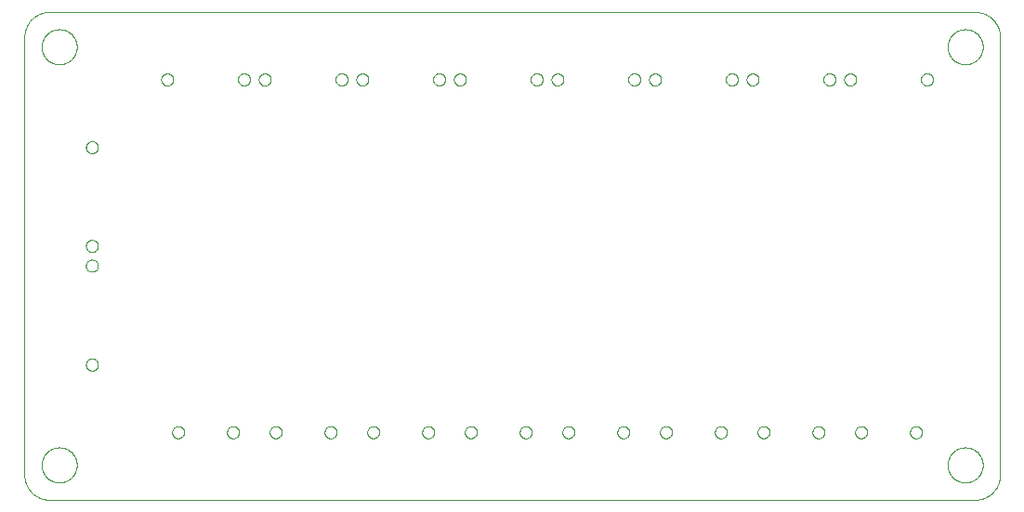
<source format=gbp>
G75*
%MOIN*%
%OFA0B0*%
%FSLAX25Y25*%
%IPPOS*%
%LPD*%
%AMOC8*
5,1,8,0,0,1.08239X$1,22.5*
%
%ADD10C,0.00000*%
D10*
X0092333Y0346588D02*
X0424333Y0346588D01*
X0424550Y0346591D01*
X0424768Y0346599D01*
X0424985Y0346612D01*
X0425202Y0346630D01*
X0425418Y0346654D01*
X0425633Y0346682D01*
X0425848Y0346716D01*
X0426062Y0346756D01*
X0426275Y0346800D01*
X0426487Y0346850D01*
X0426697Y0346904D01*
X0426907Y0346964D01*
X0427114Y0347028D01*
X0427320Y0347098D01*
X0427524Y0347173D01*
X0427727Y0347252D01*
X0427927Y0347337D01*
X0428126Y0347426D01*
X0428322Y0347520D01*
X0428516Y0347619D01*
X0428707Y0347722D01*
X0428896Y0347830D01*
X0429082Y0347943D01*
X0429265Y0348060D01*
X0429446Y0348181D01*
X0429623Y0348307D01*
X0429797Y0348437D01*
X0429969Y0348571D01*
X0430137Y0348709D01*
X0430301Y0348851D01*
X0430462Y0348998D01*
X0430620Y0349148D01*
X0430773Y0349301D01*
X0430923Y0349459D01*
X0431070Y0349620D01*
X0431212Y0349784D01*
X0431350Y0349952D01*
X0431484Y0350124D01*
X0431614Y0350298D01*
X0431740Y0350475D01*
X0431861Y0350656D01*
X0431978Y0350839D01*
X0432091Y0351025D01*
X0432199Y0351214D01*
X0432302Y0351405D01*
X0432401Y0351599D01*
X0432495Y0351795D01*
X0432584Y0351994D01*
X0432669Y0352194D01*
X0432748Y0352397D01*
X0432823Y0352601D01*
X0432893Y0352807D01*
X0432957Y0353014D01*
X0433017Y0353224D01*
X0433071Y0353434D01*
X0433121Y0353646D01*
X0433165Y0353859D01*
X0433205Y0354073D01*
X0433239Y0354288D01*
X0433267Y0354503D01*
X0433291Y0354719D01*
X0433309Y0354936D01*
X0433322Y0355153D01*
X0433330Y0355371D01*
X0433333Y0355588D01*
X0433333Y0512588D01*
X0433330Y0512805D01*
X0433322Y0513023D01*
X0433309Y0513240D01*
X0433291Y0513457D01*
X0433267Y0513673D01*
X0433239Y0513888D01*
X0433205Y0514103D01*
X0433165Y0514317D01*
X0433121Y0514530D01*
X0433071Y0514742D01*
X0433017Y0514952D01*
X0432957Y0515162D01*
X0432893Y0515369D01*
X0432823Y0515575D01*
X0432748Y0515779D01*
X0432669Y0515982D01*
X0432584Y0516182D01*
X0432495Y0516381D01*
X0432401Y0516577D01*
X0432302Y0516771D01*
X0432199Y0516962D01*
X0432091Y0517151D01*
X0431978Y0517337D01*
X0431861Y0517520D01*
X0431740Y0517701D01*
X0431614Y0517878D01*
X0431484Y0518052D01*
X0431350Y0518224D01*
X0431212Y0518392D01*
X0431070Y0518556D01*
X0430923Y0518717D01*
X0430773Y0518875D01*
X0430620Y0519028D01*
X0430462Y0519178D01*
X0430301Y0519325D01*
X0430137Y0519467D01*
X0429969Y0519605D01*
X0429797Y0519739D01*
X0429623Y0519869D01*
X0429446Y0519995D01*
X0429265Y0520116D01*
X0429082Y0520233D01*
X0428896Y0520346D01*
X0428707Y0520454D01*
X0428516Y0520557D01*
X0428322Y0520656D01*
X0428126Y0520750D01*
X0427927Y0520839D01*
X0427727Y0520924D01*
X0427524Y0521003D01*
X0427320Y0521078D01*
X0427114Y0521148D01*
X0426907Y0521212D01*
X0426697Y0521272D01*
X0426487Y0521326D01*
X0426275Y0521376D01*
X0426062Y0521420D01*
X0425848Y0521460D01*
X0425633Y0521494D01*
X0425418Y0521522D01*
X0425202Y0521546D01*
X0424985Y0521564D01*
X0424768Y0521577D01*
X0424550Y0521585D01*
X0424333Y0521588D01*
X0092333Y0521588D01*
X0092116Y0521585D01*
X0091898Y0521577D01*
X0091681Y0521564D01*
X0091464Y0521546D01*
X0091248Y0521522D01*
X0091033Y0521494D01*
X0090818Y0521460D01*
X0090604Y0521420D01*
X0090391Y0521376D01*
X0090179Y0521326D01*
X0089969Y0521272D01*
X0089759Y0521212D01*
X0089552Y0521148D01*
X0089346Y0521078D01*
X0089142Y0521003D01*
X0088939Y0520924D01*
X0088739Y0520839D01*
X0088540Y0520750D01*
X0088344Y0520656D01*
X0088150Y0520557D01*
X0087959Y0520454D01*
X0087770Y0520346D01*
X0087584Y0520233D01*
X0087401Y0520116D01*
X0087220Y0519995D01*
X0087043Y0519869D01*
X0086869Y0519739D01*
X0086697Y0519605D01*
X0086529Y0519467D01*
X0086365Y0519325D01*
X0086204Y0519178D01*
X0086046Y0519028D01*
X0085893Y0518875D01*
X0085743Y0518717D01*
X0085596Y0518556D01*
X0085454Y0518392D01*
X0085316Y0518224D01*
X0085182Y0518052D01*
X0085052Y0517878D01*
X0084926Y0517701D01*
X0084805Y0517520D01*
X0084688Y0517337D01*
X0084575Y0517151D01*
X0084467Y0516962D01*
X0084364Y0516771D01*
X0084265Y0516577D01*
X0084171Y0516381D01*
X0084082Y0516182D01*
X0083997Y0515982D01*
X0083918Y0515779D01*
X0083843Y0515575D01*
X0083773Y0515369D01*
X0083709Y0515162D01*
X0083649Y0514952D01*
X0083595Y0514742D01*
X0083545Y0514530D01*
X0083501Y0514317D01*
X0083461Y0514103D01*
X0083427Y0513888D01*
X0083399Y0513673D01*
X0083375Y0513457D01*
X0083357Y0513240D01*
X0083344Y0513023D01*
X0083336Y0512805D01*
X0083333Y0512588D01*
X0083333Y0355588D01*
X0083336Y0355371D01*
X0083344Y0355153D01*
X0083357Y0354936D01*
X0083375Y0354719D01*
X0083399Y0354503D01*
X0083427Y0354288D01*
X0083461Y0354073D01*
X0083501Y0353859D01*
X0083545Y0353646D01*
X0083595Y0353434D01*
X0083649Y0353224D01*
X0083709Y0353014D01*
X0083773Y0352807D01*
X0083843Y0352601D01*
X0083918Y0352397D01*
X0083997Y0352194D01*
X0084082Y0351994D01*
X0084171Y0351795D01*
X0084265Y0351599D01*
X0084364Y0351405D01*
X0084467Y0351214D01*
X0084575Y0351025D01*
X0084688Y0350839D01*
X0084805Y0350656D01*
X0084926Y0350475D01*
X0085052Y0350298D01*
X0085182Y0350124D01*
X0085316Y0349952D01*
X0085454Y0349784D01*
X0085596Y0349620D01*
X0085743Y0349459D01*
X0085893Y0349301D01*
X0086046Y0349148D01*
X0086204Y0348998D01*
X0086365Y0348851D01*
X0086529Y0348709D01*
X0086697Y0348571D01*
X0086869Y0348437D01*
X0087043Y0348307D01*
X0087220Y0348181D01*
X0087401Y0348060D01*
X0087584Y0347943D01*
X0087770Y0347830D01*
X0087959Y0347722D01*
X0088150Y0347619D01*
X0088344Y0347520D01*
X0088540Y0347426D01*
X0088739Y0347337D01*
X0088939Y0347252D01*
X0089142Y0347173D01*
X0089346Y0347098D01*
X0089552Y0347028D01*
X0089759Y0346964D01*
X0089969Y0346904D01*
X0090179Y0346850D01*
X0090391Y0346800D01*
X0090604Y0346756D01*
X0090818Y0346716D01*
X0091033Y0346682D01*
X0091248Y0346654D01*
X0091464Y0346630D01*
X0091681Y0346612D01*
X0091898Y0346599D01*
X0092116Y0346591D01*
X0092333Y0346588D01*
X0089534Y0359088D02*
X0089536Y0359246D01*
X0089542Y0359404D01*
X0089552Y0359562D01*
X0089566Y0359720D01*
X0089584Y0359877D01*
X0089605Y0360034D01*
X0089631Y0360190D01*
X0089661Y0360346D01*
X0089694Y0360501D01*
X0089732Y0360654D01*
X0089773Y0360807D01*
X0089818Y0360959D01*
X0089867Y0361110D01*
X0089920Y0361259D01*
X0089976Y0361407D01*
X0090036Y0361553D01*
X0090100Y0361698D01*
X0090168Y0361841D01*
X0090239Y0361983D01*
X0090313Y0362123D01*
X0090391Y0362260D01*
X0090473Y0362396D01*
X0090557Y0362530D01*
X0090646Y0362661D01*
X0090737Y0362790D01*
X0090832Y0362917D01*
X0090929Y0363042D01*
X0091030Y0363164D01*
X0091134Y0363283D01*
X0091241Y0363400D01*
X0091351Y0363514D01*
X0091464Y0363625D01*
X0091579Y0363734D01*
X0091697Y0363839D01*
X0091818Y0363941D01*
X0091941Y0364041D01*
X0092067Y0364137D01*
X0092195Y0364230D01*
X0092325Y0364320D01*
X0092458Y0364406D01*
X0092593Y0364490D01*
X0092729Y0364569D01*
X0092868Y0364646D01*
X0093009Y0364718D01*
X0093151Y0364788D01*
X0093295Y0364853D01*
X0093441Y0364915D01*
X0093588Y0364973D01*
X0093737Y0365028D01*
X0093887Y0365079D01*
X0094038Y0365126D01*
X0094190Y0365169D01*
X0094343Y0365208D01*
X0094498Y0365244D01*
X0094653Y0365275D01*
X0094809Y0365303D01*
X0094965Y0365327D01*
X0095122Y0365347D01*
X0095280Y0365363D01*
X0095437Y0365375D01*
X0095596Y0365383D01*
X0095754Y0365387D01*
X0095912Y0365387D01*
X0096070Y0365383D01*
X0096229Y0365375D01*
X0096386Y0365363D01*
X0096544Y0365347D01*
X0096701Y0365327D01*
X0096857Y0365303D01*
X0097013Y0365275D01*
X0097168Y0365244D01*
X0097323Y0365208D01*
X0097476Y0365169D01*
X0097628Y0365126D01*
X0097779Y0365079D01*
X0097929Y0365028D01*
X0098078Y0364973D01*
X0098225Y0364915D01*
X0098371Y0364853D01*
X0098515Y0364788D01*
X0098657Y0364718D01*
X0098798Y0364646D01*
X0098937Y0364569D01*
X0099073Y0364490D01*
X0099208Y0364406D01*
X0099341Y0364320D01*
X0099471Y0364230D01*
X0099599Y0364137D01*
X0099725Y0364041D01*
X0099848Y0363941D01*
X0099969Y0363839D01*
X0100087Y0363734D01*
X0100202Y0363625D01*
X0100315Y0363514D01*
X0100425Y0363400D01*
X0100532Y0363283D01*
X0100636Y0363164D01*
X0100737Y0363042D01*
X0100834Y0362917D01*
X0100929Y0362790D01*
X0101020Y0362661D01*
X0101109Y0362530D01*
X0101193Y0362396D01*
X0101275Y0362260D01*
X0101353Y0362123D01*
X0101427Y0361983D01*
X0101498Y0361841D01*
X0101566Y0361698D01*
X0101630Y0361553D01*
X0101690Y0361407D01*
X0101746Y0361259D01*
X0101799Y0361110D01*
X0101848Y0360959D01*
X0101893Y0360807D01*
X0101934Y0360654D01*
X0101972Y0360501D01*
X0102005Y0360346D01*
X0102035Y0360190D01*
X0102061Y0360034D01*
X0102082Y0359877D01*
X0102100Y0359720D01*
X0102114Y0359562D01*
X0102124Y0359404D01*
X0102130Y0359246D01*
X0102132Y0359088D01*
X0102130Y0358930D01*
X0102124Y0358772D01*
X0102114Y0358614D01*
X0102100Y0358456D01*
X0102082Y0358299D01*
X0102061Y0358142D01*
X0102035Y0357986D01*
X0102005Y0357830D01*
X0101972Y0357675D01*
X0101934Y0357522D01*
X0101893Y0357369D01*
X0101848Y0357217D01*
X0101799Y0357066D01*
X0101746Y0356917D01*
X0101690Y0356769D01*
X0101630Y0356623D01*
X0101566Y0356478D01*
X0101498Y0356335D01*
X0101427Y0356193D01*
X0101353Y0356053D01*
X0101275Y0355916D01*
X0101193Y0355780D01*
X0101109Y0355646D01*
X0101020Y0355515D01*
X0100929Y0355386D01*
X0100834Y0355259D01*
X0100737Y0355134D01*
X0100636Y0355012D01*
X0100532Y0354893D01*
X0100425Y0354776D01*
X0100315Y0354662D01*
X0100202Y0354551D01*
X0100087Y0354442D01*
X0099969Y0354337D01*
X0099848Y0354235D01*
X0099725Y0354135D01*
X0099599Y0354039D01*
X0099471Y0353946D01*
X0099341Y0353856D01*
X0099208Y0353770D01*
X0099073Y0353686D01*
X0098937Y0353607D01*
X0098798Y0353530D01*
X0098657Y0353458D01*
X0098515Y0353388D01*
X0098371Y0353323D01*
X0098225Y0353261D01*
X0098078Y0353203D01*
X0097929Y0353148D01*
X0097779Y0353097D01*
X0097628Y0353050D01*
X0097476Y0353007D01*
X0097323Y0352968D01*
X0097168Y0352932D01*
X0097013Y0352901D01*
X0096857Y0352873D01*
X0096701Y0352849D01*
X0096544Y0352829D01*
X0096386Y0352813D01*
X0096229Y0352801D01*
X0096070Y0352793D01*
X0095912Y0352789D01*
X0095754Y0352789D01*
X0095596Y0352793D01*
X0095437Y0352801D01*
X0095280Y0352813D01*
X0095122Y0352829D01*
X0094965Y0352849D01*
X0094809Y0352873D01*
X0094653Y0352901D01*
X0094498Y0352932D01*
X0094343Y0352968D01*
X0094190Y0353007D01*
X0094038Y0353050D01*
X0093887Y0353097D01*
X0093737Y0353148D01*
X0093588Y0353203D01*
X0093441Y0353261D01*
X0093295Y0353323D01*
X0093151Y0353388D01*
X0093009Y0353458D01*
X0092868Y0353530D01*
X0092729Y0353607D01*
X0092593Y0353686D01*
X0092458Y0353770D01*
X0092325Y0353856D01*
X0092195Y0353946D01*
X0092067Y0354039D01*
X0091941Y0354135D01*
X0091818Y0354235D01*
X0091697Y0354337D01*
X0091579Y0354442D01*
X0091464Y0354551D01*
X0091351Y0354662D01*
X0091241Y0354776D01*
X0091134Y0354893D01*
X0091030Y0355012D01*
X0090929Y0355134D01*
X0090832Y0355259D01*
X0090737Y0355386D01*
X0090646Y0355515D01*
X0090557Y0355646D01*
X0090473Y0355780D01*
X0090391Y0355916D01*
X0090313Y0356053D01*
X0090239Y0356193D01*
X0090168Y0356335D01*
X0090100Y0356478D01*
X0090036Y0356623D01*
X0089976Y0356769D01*
X0089920Y0356917D01*
X0089867Y0357066D01*
X0089818Y0357217D01*
X0089773Y0357369D01*
X0089732Y0357522D01*
X0089694Y0357675D01*
X0089661Y0357830D01*
X0089631Y0357986D01*
X0089605Y0358142D01*
X0089584Y0358299D01*
X0089566Y0358456D01*
X0089552Y0358614D01*
X0089542Y0358772D01*
X0089536Y0358930D01*
X0089534Y0359088D01*
X0105401Y0395122D02*
X0105403Y0395215D01*
X0105409Y0395307D01*
X0105419Y0395399D01*
X0105433Y0395490D01*
X0105450Y0395581D01*
X0105472Y0395671D01*
X0105497Y0395760D01*
X0105526Y0395848D01*
X0105559Y0395934D01*
X0105596Y0396019D01*
X0105636Y0396103D01*
X0105680Y0396184D01*
X0105727Y0396264D01*
X0105777Y0396342D01*
X0105831Y0396417D01*
X0105888Y0396490D01*
X0105948Y0396560D01*
X0106011Y0396628D01*
X0106077Y0396693D01*
X0106145Y0396755D01*
X0106216Y0396815D01*
X0106290Y0396871D01*
X0106366Y0396924D01*
X0106444Y0396973D01*
X0106524Y0397020D01*
X0106606Y0397062D01*
X0106690Y0397102D01*
X0106775Y0397137D01*
X0106862Y0397169D01*
X0106950Y0397198D01*
X0107039Y0397222D01*
X0107129Y0397243D01*
X0107220Y0397259D01*
X0107312Y0397272D01*
X0107404Y0397281D01*
X0107497Y0397286D01*
X0107589Y0397287D01*
X0107682Y0397284D01*
X0107774Y0397277D01*
X0107866Y0397266D01*
X0107957Y0397251D01*
X0108048Y0397233D01*
X0108138Y0397210D01*
X0108226Y0397184D01*
X0108314Y0397154D01*
X0108400Y0397120D01*
X0108484Y0397083D01*
X0108567Y0397041D01*
X0108648Y0396997D01*
X0108728Y0396949D01*
X0108805Y0396898D01*
X0108879Y0396843D01*
X0108952Y0396785D01*
X0109022Y0396725D01*
X0109089Y0396661D01*
X0109153Y0396595D01*
X0109215Y0396525D01*
X0109273Y0396454D01*
X0109328Y0396380D01*
X0109380Y0396303D01*
X0109429Y0396224D01*
X0109475Y0396144D01*
X0109517Y0396061D01*
X0109555Y0395977D01*
X0109590Y0395891D01*
X0109621Y0395804D01*
X0109648Y0395716D01*
X0109671Y0395626D01*
X0109691Y0395536D01*
X0109707Y0395445D01*
X0109719Y0395353D01*
X0109727Y0395261D01*
X0109731Y0395168D01*
X0109731Y0395076D01*
X0109727Y0394983D01*
X0109719Y0394891D01*
X0109707Y0394799D01*
X0109691Y0394708D01*
X0109671Y0394618D01*
X0109648Y0394528D01*
X0109621Y0394440D01*
X0109590Y0394353D01*
X0109555Y0394267D01*
X0109517Y0394183D01*
X0109475Y0394100D01*
X0109429Y0394020D01*
X0109380Y0393941D01*
X0109328Y0393864D01*
X0109273Y0393790D01*
X0109215Y0393719D01*
X0109153Y0393649D01*
X0109089Y0393583D01*
X0109022Y0393519D01*
X0108952Y0393459D01*
X0108879Y0393401D01*
X0108805Y0393346D01*
X0108728Y0393295D01*
X0108649Y0393247D01*
X0108567Y0393203D01*
X0108484Y0393161D01*
X0108400Y0393124D01*
X0108314Y0393090D01*
X0108226Y0393060D01*
X0108138Y0393034D01*
X0108048Y0393011D01*
X0107957Y0392993D01*
X0107866Y0392978D01*
X0107774Y0392967D01*
X0107682Y0392960D01*
X0107589Y0392957D01*
X0107497Y0392958D01*
X0107404Y0392963D01*
X0107312Y0392972D01*
X0107220Y0392985D01*
X0107129Y0393001D01*
X0107039Y0393022D01*
X0106950Y0393046D01*
X0106862Y0393075D01*
X0106775Y0393107D01*
X0106690Y0393142D01*
X0106606Y0393182D01*
X0106524Y0393224D01*
X0106444Y0393271D01*
X0106366Y0393320D01*
X0106290Y0393373D01*
X0106216Y0393429D01*
X0106145Y0393489D01*
X0106077Y0393551D01*
X0106011Y0393616D01*
X0105948Y0393684D01*
X0105888Y0393754D01*
X0105831Y0393827D01*
X0105777Y0393902D01*
X0105727Y0393980D01*
X0105680Y0394060D01*
X0105636Y0394141D01*
X0105596Y0394225D01*
X0105559Y0394310D01*
X0105526Y0394396D01*
X0105497Y0394484D01*
X0105472Y0394573D01*
X0105450Y0394663D01*
X0105433Y0394754D01*
X0105419Y0394845D01*
X0105409Y0394937D01*
X0105403Y0395029D01*
X0105401Y0395122D01*
X0105401Y0430555D02*
X0105403Y0430648D01*
X0105409Y0430740D01*
X0105419Y0430832D01*
X0105433Y0430923D01*
X0105450Y0431014D01*
X0105472Y0431104D01*
X0105497Y0431193D01*
X0105526Y0431281D01*
X0105559Y0431367D01*
X0105596Y0431452D01*
X0105636Y0431536D01*
X0105680Y0431617D01*
X0105727Y0431697D01*
X0105777Y0431775D01*
X0105831Y0431850D01*
X0105888Y0431923D01*
X0105948Y0431993D01*
X0106011Y0432061D01*
X0106077Y0432126D01*
X0106145Y0432188D01*
X0106216Y0432248D01*
X0106290Y0432304D01*
X0106366Y0432357D01*
X0106444Y0432406D01*
X0106524Y0432453D01*
X0106606Y0432495D01*
X0106690Y0432535D01*
X0106775Y0432570D01*
X0106862Y0432602D01*
X0106950Y0432631D01*
X0107039Y0432655D01*
X0107129Y0432676D01*
X0107220Y0432692D01*
X0107312Y0432705D01*
X0107404Y0432714D01*
X0107497Y0432719D01*
X0107589Y0432720D01*
X0107682Y0432717D01*
X0107774Y0432710D01*
X0107866Y0432699D01*
X0107957Y0432684D01*
X0108048Y0432666D01*
X0108138Y0432643D01*
X0108226Y0432617D01*
X0108314Y0432587D01*
X0108400Y0432553D01*
X0108484Y0432516D01*
X0108567Y0432474D01*
X0108648Y0432430D01*
X0108728Y0432382D01*
X0108805Y0432331D01*
X0108879Y0432276D01*
X0108952Y0432218D01*
X0109022Y0432158D01*
X0109089Y0432094D01*
X0109153Y0432028D01*
X0109215Y0431958D01*
X0109273Y0431887D01*
X0109328Y0431813D01*
X0109380Y0431736D01*
X0109429Y0431657D01*
X0109475Y0431577D01*
X0109517Y0431494D01*
X0109555Y0431410D01*
X0109590Y0431324D01*
X0109621Y0431237D01*
X0109648Y0431149D01*
X0109671Y0431059D01*
X0109691Y0430969D01*
X0109707Y0430878D01*
X0109719Y0430786D01*
X0109727Y0430694D01*
X0109731Y0430601D01*
X0109731Y0430509D01*
X0109727Y0430416D01*
X0109719Y0430324D01*
X0109707Y0430232D01*
X0109691Y0430141D01*
X0109671Y0430051D01*
X0109648Y0429961D01*
X0109621Y0429873D01*
X0109590Y0429786D01*
X0109555Y0429700D01*
X0109517Y0429616D01*
X0109475Y0429533D01*
X0109429Y0429453D01*
X0109380Y0429374D01*
X0109328Y0429297D01*
X0109273Y0429223D01*
X0109215Y0429152D01*
X0109153Y0429082D01*
X0109089Y0429016D01*
X0109022Y0428952D01*
X0108952Y0428892D01*
X0108879Y0428834D01*
X0108805Y0428779D01*
X0108728Y0428728D01*
X0108649Y0428680D01*
X0108567Y0428636D01*
X0108484Y0428594D01*
X0108400Y0428557D01*
X0108314Y0428523D01*
X0108226Y0428493D01*
X0108138Y0428467D01*
X0108048Y0428444D01*
X0107957Y0428426D01*
X0107866Y0428411D01*
X0107774Y0428400D01*
X0107682Y0428393D01*
X0107589Y0428390D01*
X0107497Y0428391D01*
X0107404Y0428396D01*
X0107312Y0428405D01*
X0107220Y0428418D01*
X0107129Y0428434D01*
X0107039Y0428455D01*
X0106950Y0428479D01*
X0106862Y0428508D01*
X0106775Y0428540D01*
X0106690Y0428575D01*
X0106606Y0428615D01*
X0106524Y0428657D01*
X0106444Y0428704D01*
X0106366Y0428753D01*
X0106290Y0428806D01*
X0106216Y0428862D01*
X0106145Y0428922D01*
X0106077Y0428984D01*
X0106011Y0429049D01*
X0105948Y0429117D01*
X0105888Y0429187D01*
X0105831Y0429260D01*
X0105777Y0429335D01*
X0105727Y0429413D01*
X0105680Y0429493D01*
X0105636Y0429574D01*
X0105596Y0429658D01*
X0105559Y0429743D01*
X0105526Y0429829D01*
X0105497Y0429917D01*
X0105472Y0430006D01*
X0105450Y0430096D01*
X0105433Y0430187D01*
X0105419Y0430278D01*
X0105409Y0430370D01*
X0105403Y0430462D01*
X0105401Y0430555D01*
X0105401Y0437622D02*
X0105403Y0437715D01*
X0105409Y0437807D01*
X0105419Y0437899D01*
X0105433Y0437990D01*
X0105450Y0438081D01*
X0105472Y0438171D01*
X0105497Y0438260D01*
X0105526Y0438348D01*
X0105559Y0438434D01*
X0105596Y0438519D01*
X0105636Y0438603D01*
X0105680Y0438684D01*
X0105727Y0438764D01*
X0105777Y0438842D01*
X0105831Y0438917D01*
X0105888Y0438990D01*
X0105948Y0439060D01*
X0106011Y0439128D01*
X0106077Y0439193D01*
X0106145Y0439255D01*
X0106216Y0439315D01*
X0106290Y0439371D01*
X0106366Y0439424D01*
X0106444Y0439473D01*
X0106524Y0439520D01*
X0106606Y0439562D01*
X0106690Y0439602D01*
X0106775Y0439637D01*
X0106862Y0439669D01*
X0106950Y0439698D01*
X0107039Y0439722D01*
X0107129Y0439743D01*
X0107220Y0439759D01*
X0107312Y0439772D01*
X0107404Y0439781D01*
X0107497Y0439786D01*
X0107589Y0439787D01*
X0107682Y0439784D01*
X0107774Y0439777D01*
X0107866Y0439766D01*
X0107957Y0439751D01*
X0108048Y0439733D01*
X0108138Y0439710D01*
X0108226Y0439684D01*
X0108314Y0439654D01*
X0108400Y0439620D01*
X0108484Y0439583D01*
X0108567Y0439541D01*
X0108648Y0439497D01*
X0108728Y0439449D01*
X0108805Y0439398D01*
X0108879Y0439343D01*
X0108952Y0439285D01*
X0109022Y0439225D01*
X0109089Y0439161D01*
X0109153Y0439095D01*
X0109215Y0439025D01*
X0109273Y0438954D01*
X0109328Y0438880D01*
X0109380Y0438803D01*
X0109429Y0438724D01*
X0109475Y0438644D01*
X0109517Y0438561D01*
X0109555Y0438477D01*
X0109590Y0438391D01*
X0109621Y0438304D01*
X0109648Y0438216D01*
X0109671Y0438126D01*
X0109691Y0438036D01*
X0109707Y0437945D01*
X0109719Y0437853D01*
X0109727Y0437761D01*
X0109731Y0437668D01*
X0109731Y0437576D01*
X0109727Y0437483D01*
X0109719Y0437391D01*
X0109707Y0437299D01*
X0109691Y0437208D01*
X0109671Y0437118D01*
X0109648Y0437028D01*
X0109621Y0436940D01*
X0109590Y0436853D01*
X0109555Y0436767D01*
X0109517Y0436683D01*
X0109475Y0436600D01*
X0109429Y0436520D01*
X0109380Y0436441D01*
X0109328Y0436364D01*
X0109273Y0436290D01*
X0109215Y0436219D01*
X0109153Y0436149D01*
X0109089Y0436083D01*
X0109022Y0436019D01*
X0108952Y0435959D01*
X0108879Y0435901D01*
X0108805Y0435846D01*
X0108728Y0435795D01*
X0108649Y0435747D01*
X0108567Y0435703D01*
X0108484Y0435661D01*
X0108400Y0435624D01*
X0108314Y0435590D01*
X0108226Y0435560D01*
X0108138Y0435534D01*
X0108048Y0435511D01*
X0107957Y0435493D01*
X0107866Y0435478D01*
X0107774Y0435467D01*
X0107682Y0435460D01*
X0107589Y0435457D01*
X0107497Y0435458D01*
X0107404Y0435463D01*
X0107312Y0435472D01*
X0107220Y0435485D01*
X0107129Y0435501D01*
X0107039Y0435522D01*
X0106950Y0435546D01*
X0106862Y0435575D01*
X0106775Y0435607D01*
X0106690Y0435642D01*
X0106606Y0435682D01*
X0106524Y0435724D01*
X0106444Y0435771D01*
X0106366Y0435820D01*
X0106290Y0435873D01*
X0106216Y0435929D01*
X0106145Y0435989D01*
X0106077Y0436051D01*
X0106011Y0436116D01*
X0105948Y0436184D01*
X0105888Y0436254D01*
X0105831Y0436327D01*
X0105777Y0436402D01*
X0105727Y0436480D01*
X0105680Y0436560D01*
X0105636Y0436641D01*
X0105596Y0436725D01*
X0105559Y0436810D01*
X0105526Y0436896D01*
X0105497Y0436984D01*
X0105472Y0437073D01*
X0105450Y0437163D01*
X0105433Y0437254D01*
X0105419Y0437345D01*
X0105409Y0437437D01*
X0105403Y0437529D01*
X0105401Y0437622D01*
X0105401Y0473055D02*
X0105403Y0473148D01*
X0105409Y0473240D01*
X0105419Y0473332D01*
X0105433Y0473423D01*
X0105450Y0473514D01*
X0105472Y0473604D01*
X0105497Y0473693D01*
X0105526Y0473781D01*
X0105559Y0473867D01*
X0105596Y0473952D01*
X0105636Y0474036D01*
X0105680Y0474117D01*
X0105727Y0474197D01*
X0105777Y0474275D01*
X0105831Y0474350D01*
X0105888Y0474423D01*
X0105948Y0474493D01*
X0106011Y0474561D01*
X0106077Y0474626D01*
X0106145Y0474688D01*
X0106216Y0474748D01*
X0106290Y0474804D01*
X0106366Y0474857D01*
X0106444Y0474906D01*
X0106524Y0474953D01*
X0106606Y0474995D01*
X0106690Y0475035D01*
X0106775Y0475070D01*
X0106862Y0475102D01*
X0106950Y0475131D01*
X0107039Y0475155D01*
X0107129Y0475176D01*
X0107220Y0475192D01*
X0107312Y0475205D01*
X0107404Y0475214D01*
X0107497Y0475219D01*
X0107589Y0475220D01*
X0107682Y0475217D01*
X0107774Y0475210D01*
X0107866Y0475199D01*
X0107957Y0475184D01*
X0108048Y0475166D01*
X0108138Y0475143D01*
X0108226Y0475117D01*
X0108314Y0475087D01*
X0108400Y0475053D01*
X0108484Y0475016D01*
X0108567Y0474974D01*
X0108648Y0474930D01*
X0108728Y0474882D01*
X0108805Y0474831D01*
X0108879Y0474776D01*
X0108952Y0474718D01*
X0109022Y0474658D01*
X0109089Y0474594D01*
X0109153Y0474528D01*
X0109215Y0474458D01*
X0109273Y0474387D01*
X0109328Y0474313D01*
X0109380Y0474236D01*
X0109429Y0474157D01*
X0109475Y0474077D01*
X0109517Y0473994D01*
X0109555Y0473910D01*
X0109590Y0473824D01*
X0109621Y0473737D01*
X0109648Y0473649D01*
X0109671Y0473559D01*
X0109691Y0473469D01*
X0109707Y0473378D01*
X0109719Y0473286D01*
X0109727Y0473194D01*
X0109731Y0473101D01*
X0109731Y0473009D01*
X0109727Y0472916D01*
X0109719Y0472824D01*
X0109707Y0472732D01*
X0109691Y0472641D01*
X0109671Y0472551D01*
X0109648Y0472461D01*
X0109621Y0472373D01*
X0109590Y0472286D01*
X0109555Y0472200D01*
X0109517Y0472116D01*
X0109475Y0472033D01*
X0109429Y0471953D01*
X0109380Y0471874D01*
X0109328Y0471797D01*
X0109273Y0471723D01*
X0109215Y0471652D01*
X0109153Y0471582D01*
X0109089Y0471516D01*
X0109022Y0471452D01*
X0108952Y0471392D01*
X0108879Y0471334D01*
X0108805Y0471279D01*
X0108728Y0471228D01*
X0108649Y0471180D01*
X0108567Y0471136D01*
X0108484Y0471094D01*
X0108400Y0471057D01*
X0108314Y0471023D01*
X0108226Y0470993D01*
X0108138Y0470967D01*
X0108048Y0470944D01*
X0107957Y0470926D01*
X0107866Y0470911D01*
X0107774Y0470900D01*
X0107682Y0470893D01*
X0107589Y0470890D01*
X0107497Y0470891D01*
X0107404Y0470896D01*
X0107312Y0470905D01*
X0107220Y0470918D01*
X0107129Y0470934D01*
X0107039Y0470955D01*
X0106950Y0470979D01*
X0106862Y0471008D01*
X0106775Y0471040D01*
X0106690Y0471075D01*
X0106606Y0471115D01*
X0106524Y0471157D01*
X0106444Y0471204D01*
X0106366Y0471253D01*
X0106290Y0471306D01*
X0106216Y0471362D01*
X0106145Y0471422D01*
X0106077Y0471484D01*
X0106011Y0471549D01*
X0105948Y0471617D01*
X0105888Y0471687D01*
X0105831Y0471760D01*
X0105777Y0471835D01*
X0105727Y0471913D01*
X0105680Y0471993D01*
X0105636Y0472074D01*
X0105596Y0472158D01*
X0105559Y0472243D01*
X0105526Y0472329D01*
X0105497Y0472417D01*
X0105472Y0472506D01*
X0105450Y0472596D01*
X0105433Y0472687D01*
X0105419Y0472778D01*
X0105409Y0472870D01*
X0105403Y0472962D01*
X0105401Y0473055D01*
X0132389Y0497356D02*
X0132391Y0497449D01*
X0132397Y0497541D01*
X0132407Y0497633D01*
X0132421Y0497724D01*
X0132438Y0497815D01*
X0132460Y0497905D01*
X0132485Y0497994D01*
X0132514Y0498082D01*
X0132547Y0498168D01*
X0132584Y0498253D01*
X0132624Y0498337D01*
X0132668Y0498418D01*
X0132715Y0498498D01*
X0132765Y0498576D01*
X0132819Y0498651D01*
X0132876Y0498724D01*
X0132936Y0498794D01*
X0132999Y0498862D01*
X0133065Y0498927D01*
X0133133Y0498989D01*
X0133204Y0499049D01*
X0133278Y0499105D01*
X0133354Y0499158D01*
X0133432Y0499207D01*
X0133512Y0499254D01*
X0133594Y0499296D01*
X0133678Y0499336D01*
X0133763Y0499371D01*
X0133850Y0499403D01*
X0133938Y0499432D01*
X0134027Y0499456D01*
X0134117Y0499477D01*
X0134208Y0499493D01*
X0134300Y0499506D01*
X0134392Y0499515D01*
X0134485Y0499520D01*
X0134577Y0499521D01*
X0134670Y0499518D01*
X0134762Y0499511D01*
X0134854Y0499500D01*
X0134945Y0499485D01*
X0135036Y0499467D01*
X0135126Y0499444D01*
X0135214Y0499418D01*
X0135302Y0499388D01*
X0135388Y0499354D01*
X0135472Y0499317D01*
X0135555Y0499275D01*
X0135636Y0499231D01*
X0135716Y0499183D01*
X0135793Y0499132D01*
X0135867Y0499077D01*
X0135940Y0499019D01*
X0136010Y0498959D01*
X0136077Y0498895D01*
X0136141Y0498829D01*
X0136203Y0498759D01*
X0136261Y0498688D01*
X0136316Y0498614D01*
X0136368Y0498537D01*
X0136417Y0498458D01*
X0136463Y0498378D01*
X0136505Y0498295D01*
X0136543Y0498211D01*
X0136578Y0498125D01*
X0136609Y0498038D01*
X0136636Y0497950D01*
X0136659Y0497860D01*
X0136679Y0497770D01*
X0136695Y0497679D01*
X0136707Y0497587D01*
X0136715Y0497495D01*
X0136719Y0497402D01*
X0136719Y0497310D01*
X0136715Y0497217D01*
X0136707Y0497125D01*
X0136695Y0497033D01*
X0136679Y0496942D01*
X0136659Y0496852D01*
X0136636Y0496762D01*
X0136609Y0496674D01*
X0136578Y0496587D01*
X0136543Y0496501D01*
X0136505Y0496417D01*
X0136463Y0496334D01*
X0136417Y0496254D01*
X0136368Y0496175D01*
X0136316Y0496098D01*
X0136261Y0496024D01*
X0136203Y0495953D01*
X0136141Y0495883D01*
X0136077Y0495817D01*
X0136010Y0495753D01*
X0135940Y0495693D01*
X0135867Y0495635D01*
X0135793Y0495580D01*
X0135716Y0495529D01*
X0135637Y0495481D01*
X0135555Y0495437D01*
X0135472Y0495395D01*
X0135388Y0495358D01*
X0135302Y0495324D01*
X0135214Y0495294D01*
X0135126Y0495268D01*
X0135036Y0495245D01*
X0134945Y0495227D01*
X0134854Y0495212D01*
X0134762Y0495201D01*
X0134670Y0495194D01*
X0134577Y0495191D01*
X0134485Y0495192D01*
X0134392Y0495197D01*
X0134300Y0495206D01*
X0134208Y0495219D01*
X0134117Y0495235D01*
X0134027Y0495256D01*
X0133938Y0495280D01*
X0133850Y0495309D01*
X0133763Y0495341D01*
X0133678Y0495376D01*
X0133594Y0495416D01*
X0133512Y0495458D01*
X0133432Y0495505D01*
X0133354Y0495554D01*
X0133278Y0495607D01*
X0133204Y0495663D01*
X0133133Y0495723D01*
X0133065Y0495785D01*
X0132999Y0495850D01*
X0132936Y0495918D01*
X0132876Y0495988D01*
X0132819Y0496061D01*
X0132765Y0496136D01*
X0132715Y0496214D01*
X0132668Y0496294D01*
X0132624Y0496375D01*
X0132584Y0496459D01*
X0132547Y0496544D01*
X0132514Y0496630D01*
X0132485Y0496718D01*
X0132460Y0496807D01*
X0132438Y0496897D01*
X0132421Y0496988D01*
X0132407Y0497079D01*
X0132397Y0497171D01*
X0132391Y0497263D01*
X0132389Y0497356D01*
X0159948Y0497356D02*
X0159950Y0497449D01*
X0159956Y0497541D01*
X0159966Y0497633D01*
X0159980Y0497724D01*
X0159997Y0497815D01*
X0160019Y0497905D01*
X0160044Y0497994D01*
X0160073Y0498082D01*
X0160106Y0498168D01*
X0160143Y0498253D01*
X0160183Y0498337D01*
X0160227Y0498418D01*
X0160274Y0498498D01*
X0160324Y0498576D01*
X0160378Y0498651D01*
X0160435Y0498724D01*
X0160495Y0498794D01*
X0160558Y0498862D01*
X0160624Y0498927D01*
X0160692Y0498989D01*
X0160763Y0499049D01*
X0160837Y0499105D01*
X0160913Y0499158D01*
X0160991Y0499207D01*
X0161071Y0499254D01*
X0161153Y0499296D01*
X0161237Y0499336D01*
X0161322Y0499371D01*
X0161409Y0499403D01*
X0161497Y0499432D01*
X0161586Y0499456D01*
X0161676Y0499477D01*
X0161767Y0499493D01*
X0161859Y0499506D01*
X0161951Y0499515D01*
X0162044Y0499520D01*
X0162136Y0499521D01*
X0162229Y0499518D01*
X0162321Y0499511D01*
X0162413Y0499500D01*
X0162504Y0499485D01*
X0162595Y0499467D01*
X0162685Y0499444D01*
X0162773Y0499418D01*
X0162861Y0499388D01*
X0162947Y0499354D01*
X0163031Y0499317D01*
X0163114Y0499275D01*
X0163195Y0499231D01*
X0163275Y0499183D01*
X0163352Y0499132D01*
X0163426Y0499077D01*
X0163499Y0499019D01*
X0163569Y0498959D01*
X0163636Y0498895D01*
X0163700Y0498829D01*
X0163762Y0498759D01*
X0163820Y0498688D01*
X0163875Y0498614D01*
X0163927Y0498537D01*
X0163976Y0498458D01*
X0164022Y0498378D01*
X0164064Y0498295D01*
X0164102Y0498211D01*
X0164137Y0498125D01*
X0164168Y0498038D01*
X0164195Y0497950D01*
X0164218Y0497860D01*
X0164238Y0497770D01*
X0164254Y0497679D01*
X0164266Y0497587D01*
X0164274Y0497495D01*
X0164278Y0497402D01*
X0164278Y0497310D01*
X0164274Y0497217D01*
X0164266Y0497125D01*
X0164254Y0497033D01*
X0164238Y0496942D01*
X0164218Y0496852D01*
X0164195Y0496762D01*
X0164168Y0496674D01*
X0164137Y0496587D01*
X0164102Y0496501D01*
X0164064Y0496417D01*
X0164022Y0496334D01*
X0163976Y0496254D01*
X0163927Y0496175D01*
X0163875Y0496098D01*
X0163820Y0496024D01*
X0163762Y0495953D01*
X0163700Y0495883D01*
X0163636Y0495817D01*
X0163569Y0495753D01*
X0163499Y0495693D01*
X0163426Y0495635D01*
X0163352Y0495580D01*
X0163275Y0495529D01*
X0163196Y0495481D01*
X0163114Y0495437D01*
X0163031Y0495395D01*
X0162947Y0495358D01*
X0162861Y0495324D01*
X0162773Y0495294D01*
X0162685Y0495268D01*
X0162595Y0495245D01*
X0162504Y0495227D01*
X0162413Y0495212D01*
X0162321Y0495201D01*
X0162229Y0495194D01*
X0162136Y0495191D01*
X0162044Y0495192D01*
X0161951Y0495197D01*
X0161859Y0495206D01*
X0161767Y0495219D01*
X0161676Y0495235D01*
X0161586Y0495256D01*
X0161497Y0495280D01*
X0161409Y0495309D01*
X0161322Y0495341D01*
X0161237Y0495376D01*
X0161153Y0495416D01*
X0161071Y0495458D01*
X0160991Y0495505D01*
X0160913Y0495554D01*
X0160837Y0495607D01*
X0160763Y0495663D01*
X0160692Y0495723D01*
X0160624Y0495785D01*
X0160558Y0495850D01*
X0160495Y0495918D01*
X0160435Y0495988D01*
X0160378Y0496061D01*
X0160324Y0496136D01*
X0160274Y0496214D01*
X0160227Y0496294D01*
X0160183Y0496375D01*
X0160143Y0496459D01*
X0160106Y0496544D01*
X0160073Y0496630D01*
X0160044Y0496718D01*
X0160019Y0496807D01*
X0159997Y0496897D01*
X0159980Y0496988D01*
X0159966Y0497079D01*
X0159956Y0497171D01*
X0159950Y0497263D01*
X0159948Y0497356D01*
X0167389Y0497356D02*
X0167391Y0497449D01*
X0167397Y0497541D01*
X0167407Y0497633D01*
X0167421Y0497724D01*
X0167438Y0497815D01*
X0167460Y0497905D01*
X0167485Y0497994D01*
X0167514Y0498082D01*
X0167547Y0498168D01*
X0167584Y0498253D01*
X0167624Y0498337D01*
X0167668Y0498418D01*
X0167715Y0498498D01*
X0167765Y0498576D01*
X0167819Y0498651D01*
X0167876Y0498724D01*
X0167936Y0498794D01*
X0167999Y0498862D01*
X0168065Y0498927D01*
X0168133Y0498989D01*
X0168204Y0499049D01*
X0168278Y0499105D01*
X0168354Y0499158D01*
X0168432Y0499207D01*
X0168512Y0499254D01*
X0168594Y0499296D01*
X0168678Y0499336D01*
X0168763Y0499371D01*
X0168850Y0499403D01*
X0168938Y0499432D01*
X0169027Y0499456D01*
X0169117Y0499477D01*
X0169208Y0499493D01*
X0169300Y0499506D01*
X0169392Y0499515D01*
X0169485Y0499520D01*
X0169577Y0499521D01*
X0169670Y0499518D01*
X0169762Y0499511D01*
X0169854Y0499500D01*
X0169945Y0499485D01*
X0170036Y0499467D01*
X0170126Y0499444D01*
X0170214Y0499418D01*
X0170302Y0499388D01*
X0170388Y0499354D01*
X0170472Y0499317D01*
X0170555Y0499275D01*
X0170636Y0499231D01*
X0170716Y0499183D01*
X0170793Y0499132D01*
X0170867Y0499077D01*
X0170940Y0499019D01*
X0171010Y0498959D01*
X0171077Y0498895D01*
X0171141Y0498829D01*
X0171203Y0498759D01*
X0171261Y0498688D01*
X0171316Y0498614D01*
X0171368Y0498537D01*
X0171417Y0498458D01*
X0171463Y0498378D01*
X0171505Y0498295D01*
X0171543Y0498211D01*
X0171578Y0498125D01*
X0171609Y0498038D01*
X0171636Y0497950D01*
X0171659Y0497860D01*
X0171679Y0497770D01*
X0171695Y0497679D01*
X0171707Y0497587D01*
X0171715Y0497495D01*
X0171719Y0497402D01*
X0171719Y0497310D01*
X0171715Y0497217D01*
X0171707Y0497125D01*
X0171695Y0497033D01*
X0171679Y0496942D01*
X0171659Y0496852D01*
X0171636Y0496762D01*
X0171609Y0496674D01*
X0171578Y0496587D01*
X0171543Y0496501D01*
X0171505Y0496417D01*
X0171463Y0496334D01*
X0171417Y0496254D01*
X0171368Y0496175D01*
X0171316Y0496098D01*
X0171261Y0496024D01*
X0171203Y0495953D01*
X0171141Y0495883D01*
X0171077Y0495817D01*
X0171010Y0495753D01*
X0170940Y0495693D01*
X0170867Y0495635D01*
X0170793Y0495580D01*
X0170716Y0495529D01*
X0170637Y0495481D01*
X0170555Y0495437D01*
X0170472Y0495395D01*
X0170388Y0495358D01*
X0170302Y0495324D01*
X0170214Y0495294D01*
X0170126Y0495268D01*
X0170036Y0495245D01*
X0169945Y0495227D01*
X0169854Y0495212D01*
X0169762Y0495201D01*
X0169670Y0495194D01*
X0169577Y0495191D01*
X0169485Y0495192D01*
X0169392Y0495197D01*
X0169300Y0495206D01*
X0169208Y0495219D01*
X0169117Y0495235D01*
X0169027Y0495256D01*
X0168938Y0495280D01*
X0168850Y0495309D01*
X0168763Y0495341D01*
X0168678Y0495376D01*
X0168594Y0495416D01*
X0168512Y0495458D01*
X0168432Y0495505D01*
X0168354Y0495554D01*
X0168278Y0495607D01*
X0168204Y0495663D01*
X0168133Y0495723D01*
X0168065Y0495785D01*
X0167999Y0495850D01*
X0167936Y0495918D01*
X0167876Y0495988D01*
X0167819Y0496061D01*
X0167765Y0496136D01*
X0167715Y0496214D01*
X0167668Y0496294D01*
X0167624Y0496375D01*
X0167584Y0496459D01*
X0167547Y0496544D01*
X0167514Y0496630D01*
X0167485Y0496718D01*
X0167460Y0496807D01*
X0167438Y0496897D01*
X0167421Y0496988D01*
X0167407Y0497079D01*
X0167397Y0497171D01*
X0167391Y0497263D01*
X0167389Y0497356D01*
X0194948Y0497356D02*
X0194950Y0497449D01*
X0194956Y0497541D01*
X0194966Y0497633D01*
X0194980Y0497724D01*
X0194997Y0497815D01*
X0195019Y0497905D01*
X0195044Y0497994D01*
X0195073Y0498082D01*
X0195106Y0498168D01*
X0195143Y0498253D01*
X0195183Y0498337D01*
X0195227Y0498418D01*
X0195274Y0498498D01*
X0195324Y0498576D01*
X0195378Y0498651D01*
X0195435Y0498724D01*
X0195495Y0498794D01*
X0195558Y0498862D01*
X0195624Y0498927D01*
X0195692Y0498989D01*
X0195763Y0499049D01*
X0195837Y0499105D01*
X0195913Y0499158D01*
X0195991Y0499207D01*
X0196071Y0499254D01*
X0196153Y0499296D01*
X0196237Y0499336D01*
X0196322Y0499371D01*
X0196409Y0499403D01*
X0196497Y0499432D01*
X0196586Y0499456D01*
X0196676Y0499477D01*
X0196767Y0499493D01*
X0196859Y0499506D01*
X0196951Y0499515D01*
X0197044Y0499520D01*
X0197136Y0499521D01*
X0197229Y0499518D01*
X0197321Y0499511D01*
X0197413Y0499500D01*
X0197504Y0499485D01*
X0197595Y0499467D01*
X0197685Y0499444D01*
X0197773Y0499418D01*
X0197861Y0499388D01*
X0197947Y0499354D01*
X0198031Y0499317D01*
X0198114Y0499275D01*
X0198195Y0499231D01*
X0198275Y0499183D01*
X0198352Y0499132D01*
X0198426Y0499077D01*
X0198499Y0499019D01*
X0198569Y0498959D01*
X0198636Y0498895D01*
X0198700Y0498829D01*
X0198762Y0498759D01*
X0198820Y0498688D01*
X0198875Y0498614D01*
X0198927Y0498537D01*
X0198976Y0498458D01*
X0199022Y0498378D01*
X0199064Y0498295D01*
X0199102Y0498211D01*
X0199137Y0498125D01*
X0199168Y0498038D01*
X0199195Y0497950D01*
X0199218Y0497860D01*
X0199238Y0497770D01*
X0199254Y0497679D01*
X0199266Y0497587D01*
X0199274Y0497495D01*
X0199278Y0497402D01*
X0199278Y0497310D01*
X0199274Y0497217D01*
X0199266Y0497125D01*
X0199254Y0497033D01*
X0199238Y0496942D01*
X0199218Y0496852D01*
X0199195Y0496762D01*
X0199168Y0496674D01*
X0199137Y0496587D01*
X0199102Y0496501D01*
X0199064Y0496417D01*
X0199022Y0496334D01*
X0198976Y0496254D01*
X0198927Y0496175D01*
X0198875Y0496098D01*
X0198820Y0496024D01*
X0198762Y0495953D01*
X0198700Y0495883D01*
X0198636Y0495817D01*
X0198569Y0495753D01*
X0198499Y0495693D01*
X0198426Y0495635D01*
X0198352Y0495580D01*
X0198275Y0495529D01*
X0198196Y0495481D01*
X0198114Y0495437D01*
X0198031Y0495395D01*
X0197947Y0495358D01*
X0197861Y0495324D01*
X0197773Y0495294D01*
X0197685Y0495268D01*
X0197595Y0495245D01*
X0197504Y0495227D01*
X0197413Y0495212D01*
X0197321Y0495201D01*
X0197229Y0495194D01*
X0197136Y0495191D01*
X0197044Y0495192D01*
X0196951Y0495197D01*
X0196859Y0495206D01*
X0196767Y0495219D01*
X0196676Y0495235D01*
X0196586Y0495256D01*
X0196497Y0495280D01*
X0196409Y0495309D01*
X0196322Y0495341D01*
X0196237Y0495376D01*
X0196153Y0495416D01*
X0196071Y0495458D01*
X0195991Y0495505D01*
X0195913Y0495554D01*
X0195837Y0495607D01*
X0195763Y0495663D01*
X0195692Y0495723D01*
X0195624Y0495785D01*
X0195558Y0495850D01*
X0195495Y0495918D01*
X0195435Y0495988D01*
X0195378Y0496061D01*
X0195324Y0496136D01*
X0195274Y0496214D01*
X0195227Y0496294D01*
X0195183Y0496375D01*
X0195143Y0496459D01*
X0195106Y0496544D01*
X0195073Y0496630D01*
X0195044Y0496718D01*
X0195019Y0496807D01*
X0194997Y0496897D01*
X0194980Y0496988D01*
X0194966Y0497079D01*
X0194956Y0497171D01*
X0194950Y0497263D01*
X0194948Y0497356D01*
X0202389Y0497356D02*
X0202391Y0497449D01*
X0202397Y0497541D01*
X0202407Y0497633D01*
X0202421Y0497724D01*
X0202438Y0497815D01*
X0202460Y0497905D01*
X0202485Y0497994D01*
X0202514Y0498082D01*
X0202547Y0498168D01*
X0202584Y0498253D01*
X0202624Y0498337D01*
X0202668Y0498418D01*
X0202715Y0498498D01*
X0202765Y0498576D01*
X0202819Y0498651D01*
X0202876Y0498724D01*
X0202936Y0498794D01*
X0202999Y0498862D01*
X0203065Y0498927D01*
X0203133Y0498989D01*
X0203204Y0499049D01*
X0203278Y0499105D01*
X0203354Y0499158D01*
X0203432Y0499207D01*
X0203512Y0499254D01*
X0203594Y0499296D01*
X0203678Y0499336D01*
X0203763Y0499371D01*
X0203850Y0499403D01*
X0203938Y0499432D01*
X0204027Y0499456D01*
X0204117Y0499477D01*
X0204208Y0499493D01*
X0204300Y0499506D01*
X0204392Y0499515D01*
X0204485Y0499520D01*
X0204577Y0499521D01*
X0204670Y0499518D01*
X0204762Y0499511D01*
X0204854Y0499500D01*
X0204945Y0499485D01*
X0205036Y0499467D01*
X0205126Y0499444D01*
X0205214Y0499418D01*
X0205302Y0499388D01*
X0205388Y0499354D01*
X0205472Y0499317D01*
X0205555Y0499275D01*
X0205636Y0499231D01*
X0205716Y0499183D01*
X0205793Y0499132D01*
X0205867Y0499077D01*
X0205940Y0499019D01*
X0206010Y0498959D01*
X0206077Y0498895D01*
X0206141Y0498829D01*
X0206203Y0498759D01*
X0206261Y0498688D01*
X0206316Y0498614D01*
X0206368Y0498537D01*
X0206417Y0498458D01*
X0206463Y0498378D01*
X0206505Y0498295D01*
X0206543Y0498211D01*
X0206578Y0498125D01*
X0206609Y0498038D01*
X0206636Y0497950D01*
X0206659Y0497860D01*
X0206679Y0497770D01*
X0206695Y0497679D01*
X0206707Y0497587D01*
X0206715Y0497495D01*
X0206719Y0497402D01*
X0206719Y0497310D01*
X0206715Y0497217D01*
X0206707Y0497125D01*
X0206695Y0497033D01*
X0206679Y0496942D01*
X0206659Y0496852D01*
X0206636Y0496762D01*
X0206609Y0496674D01*
X0206578Y0496587D01*
X0206543Y0496501D01*
X0206505Y0496417D01*
X0206463Y0496334D01*
X0206417Y0496254D01*
X0206368Y0496175D01*
X0206316Y0496098D01*
X0206261Y0496024D01*
X0206203Y0495953D01*
X0206141Y0495883D01*
X0206077Y0495817D01*
X0206010Y0495753D01*
X0205940Y0495693D01*
X0205867Y0495635D01*
X0205793Y0495580D01*
X0205716Y0495529D01*
X0205637Y0495481D01*
X0205555Y0495437D01*
X0205472Y0495395D01*
X0205388Y0495358D01*
X0205302Y0495324D01*
X0205214Y0495294D01*
X0205126Y0495268D01*
X0205036Y0495245D01*
X0204945Y0495227D01*
X0204854Y0495212D01*
X0204762Y0495201D01*
X0204670Y0495194D01*
X0204577Y0495191D01*
X0204485Y0495192D01*
X0204392Y0495197D01*
X0204300Y0495206D01*
X0204208Y0495219D01*
X0204117Y0495235D01*
X0204027Y0495256D01*
X0203938Y0495280D01*
X0203850Y0495309D01*
X0203763Y0495341D01*
X0203678Y0495376D01*
X0203594Y0495416D01*
X0203512Y0495458D01*
X0203432Y0495505D01*
X0203354Y0495554D01*
X0203278Y0495607D01*
X0203204Y0495663D01*
X0203133Y0495723D01*
X0203065Y0495785D01*
X0202999Y0495850D01*
X0202936Y0495918D01*
X0202876Y0495988D01*
X0202819Y0496061D01*
X0202765Y0496136D01*
X0202715Y0496214D01*
X0202668Y0496294D01*
X0202624Y0496375D01*
X0202584Y0496459D01*
X0202547Y0496544D01*
X0202514Y0496630D01*
X0202485Y0496718D01*
X0202460Y0496807D01*
X0202438Y0496897D01*
X0202421Y0496988D01*
X0202407Y0497079D01*
X0202397Y0497171D01*
X0202391Y0497263D01*
X0202389Y0497356D01*
X0229948Y0497356D02*
X0229950Y0497449D01*
X0229956Y0497541D01*
X0229966Y0497633D01*
X0229980Y0497724D01*
X0229997Y0497815D01*
X0230019Y0497905D01*
X0230044Y0497994D01*
X0230073Y0498082D01*
X0230106Y0498168D01*
X0230143Y0498253D01*
X0230183Y0498337D01*
X0230227Y0498418D01*
X0230274Y0498498D01*
X0230324Y0498576D01*
X0230378Y0498651D01*
X0230435Y0498724D01*
X0230495Y0498794D01*
X0230558Y0498862D01*
X0230624Y0498927D01*
X0230692Y0498989D01*
X0230763Y0499049D01*
X0230837Y0499105D01*
X0230913Y0499158D01*
X0230991Y0499207D01*
X0231071Y0499254D01*
X0231153Y0499296D01*
X0231237Y0499336D01*
X0231322Y0499371D01*
X0231409Y0499403D01*
X0231497Y0499432D01*
X0231586Y0499456D01*
X0231676Y0499477D01*
X0231767Y0499493D01*
X0231859Y0499506D01*
X0231951Y0499515D01*
X0232044Y0499520D01*
X0232136Y0499521D01*
X0232229Y0499518D01*
X0232321Y0499511D01*
X0232413Y0499500D01*
X0232504Y0499485D01*
X0232595Y0499467D01*
X0232685Y0499444D01*
X0232773Y0499418D01*
X0232861Y0499388D01*
X0232947Y0499354D01*
X0233031Y0499317D01*
X0233114Y0499275D01*
X0233195Y0499231D01*
X0233275Y0499183D01*
X0233352Y0499132D01*
X0233426Y0499077D01*
X0233499Y0499019D01*
X0233569Y0498959D01*
X0233636Y0498895D01*
X0233700Y0498829D01*
X0233762Y0498759D01*
X0233820Y0498688D01*
X0233875Y0498614D01*
X0233927Y0498537D01*
X0233976Y0498458D01*
X0234022Y0498378D01*
X0234064Y0498295D01*
X0234102Y0498211D01*
X0234137Y0498125D01*
X0234168Y0498038D01*
X0234195Y0497950D01*
X0234218Y0497860D01*
X0234238Y0497770D01*
X0234254Y0497679D01*
X0234266Y0497587D01*
X0234274Y0497495D01*
X0234278Y0497402D01*
X0234278Y0497310D01*
X0234274Y0497217D01*
X0234266Y0497125D01*
X0234254Y0497033D01*
X0234238Y0496942D01*
X0234218Y0496852D01*
X0234195Y0496762D01*
X0234168Y0496674D01*
X0234137Y0496587D01*
X0234102Y0496501D01*
X0234064Y0496417D01*
X0234022Y0496334D01*
X0233976Y0496254D01*
X0233927Y0496175D01*
X0233875Y0496098D01*
X0233820Y0496024D01*
X0233762Y0495953D01*
X0233700Y0495883D01*
X0233636Y0495817D01*
X0233569Y0495753D01*
X0233499Y0495693D01*
X0233426Y0495635D01*
X0233352Y0495580D01*
X0233275Y0495529D01*
X0233196Y0495481D01*
X0233114Y0495437D01*
X0233031Y0495395D01*
X0232947Y0495358D01*
X0232861Y0495324D01*
X0232773Y0495294D01*
X0232685Y0495268D01*
X0232595Y0495245D01*
X0232504Y0495227D01*
X0232413Y0495212D01*
X0232321Y0495201D01*
X0232229Y0495194D01*
X0232136Y0495191D01*
X0232044Y0495192D01*
X0231951Y0495197D01*
X0231859Y0495206D01*
X0231767Y0495219D01*
X0231676Y0495235D01*
X0231586Y0495256D01*
X0231497Y0495280D01*
X0231409Y0495309D01*
X0231322Y0495341D01*
X0231237Y0495376D01*
X0231153Y0495416D01*
X0231071Y0495458D01*
X0230991Y0495505D01*
X0230913Y0495554D01*
X0230837Y0495607D01*
X0230763Y0495663D01*
X0230692Y0495723D01*
X0230624Y0495785D01*
X0230558Y0495850D01*
X0230495Y0495918D01*
X0230435Y0495988D01*
X0230378Y0496061D01*
X0230324Y0496136D01*
X0230274Y0496214D01*
X0230227Y0496294D01*
X0230183Y0496375D01*
X0230143Y0496459D01*
X0230106Y0496544D01*
X0230073Y0496630D01*
X0230044Y0496718D01*
X0230019Y0496807D01*
X0229997Y0496897D01*
X0229980Y0496988D01*
X0229966Y0497079D01*
X0229956Y0497171D01*
X0229950Y0497263D01*
X0229948Y0497356D01*
X0237389Y0497356D02*
X0237391Y0497449D01*
X0237397Y0497541D01*
X0237407Y0497633D01*
X0237421Y0497724D01*
X0237438Y0497815D01*
X0237460Y0497905D01*
X0237485Y0497994D01*
X0237514Y0498082D01*
X0237547Y0498168D01*
X0237584Y0498253D01*
X0237624Y0498337D01*
X0237668Y0498418D01*
X0237715Y0498498D01*
X0237765Y0498576D01*
X0237819Y0498651D01*
X0237876Y0498724D01*
X0237936Y0498794D01*
X0237999Y0498862D01*
X0238065Y0498927D01*
X0238133Y0498989D01*
X0238204Y0499049D01*
X0238278Y0499105D01*
X0238354Y0499158D01*
X0238432Y0499207D01*
X0238512Y0499254D01*
X0238594Y0499296D01*
X0238678Y0499336D01*
X0238763Y0499371D01*
X0238850Y0499403D01*
X0238938Y0499432D01*
X0239027Y0499456D01*
X0239117Y0499477D01*
X0239208Y0499493D01*
X0239300Y0499506D01*
X0239392Y0499515D01*
X0239485Y0499520D01*
X0239577Y0499521D01*
X0239670Y0499518D01*
X0239762Y0499511D01*
X0239854Y0499500D01*
X0239945Y0499485D01*
X0240036Y0499467D01*
X0240126Y0499444D01*
X0240214Y0499418D01*
X0240302Y0499388D01*
X0240388Y0499354D01*
X0240472Y0499317D01*
X0240555Y0499275D01*
X0240636Y0499231D01*
X0240716Y0499183D01*
X0240793Y0499132D01*
X0240867Y0499077D01*
X0240940Y0499019D01*
X0241010Y0498959D01*
X0241077Y0498895D01*
X0241141Y0498829D01*
X0241203Y0498759D01*
X0241261Y0498688D01*
X0241316Y0498614D01*
X0241368Y0498537D01*
X0241417Y0498458D01*
X0241463Y0498378D01*
X0241505Y0498295D01*
X0241543Y0498211D01*
X0241578Y0498125D01*
X0241609Y0498038D01*
X0241636Y0497950D01*
X0241659Y0497860D01*
X0241679Y0497770D01*
X0241695Y0497679D01*
X0241707Y0497587D01*
X0241715Y0497495D01*
X0241719Y0497402D01*
X0241719Y0497310D01*
X0241715Y0497217D01*
X0241707Y0497125D01*
X0241695Y0497033D01*
X0241679Y0496942D01*
X0241659Y0496852D01*
X0241636Y0496762D01*
X0241609Y0496674D01*
X0241578Y0496587D01*
X0241543Y0496501D01*
X0241505Y0496417D01*
X0241463Y0496334D01*
X0241417Y0496254D01*
X0241368Y0496175D01*
X0241316Y0496098D01*
X0241261Y0496024D01*
X0241203Y0495953D01*
X0241141Y0495883D01*
X0241077Y0495817D01*
X0241010Y0495753D01*
X0240940Y0495693D01*
X0240867Y0495635D01*
X0240793Y0495580D01*
X0240716Y0495529D01*
X0240637Y0495481D01*
X0240555Y0495437D01*
X0240472Y0495395D01*
X0240388Y0495358D01*
X0240302Y0495324D01*
X0240214Y0495294D01*
X0240126Y0495268D01*
X0240036Y0495245D01*
X0239945Y0495227D01*
X0239854Y0495212D01*
X0239762Y0495201D01*
X0239670Y0495194D01*
X0239577Y0495191D01*
X0239485Y0495192D01*
X0239392Y0495197D01*
X0239300Y0495206D01*
X0239208Y0495219D01*
X0239117Y0495235D01*
X0239027Y0495256D01*
X0238938Y0495280D01*
X0238850Y0495309D01*
X0238763Y0495341D01*
X0238678Y0495376D01*
X0238594Y0495416D01*
X0238512Y0495458D01*
X0238432Y0495505D01*
X0238354Y0495554D01*
X0238278Y0495607D01*
X0238204Y0495663D01*
X0238133Y0495723D01*
X0238065Y0495785D01*
X0237999Y0495850D01*
X0237936Y0495918D01*
X0237876Y0495988D01*
X0237819Y0496061D01*
X0237765Y0496136D01*
X0237715Y0496214D01*
X0237668Y0496294D01*
X0237624Y0496375D01*
X0237584Y0496459D01*
X0237547Y0496544D01*
X0237514Y0496630D01*
X0237485Y0496718D01*
X0237460Y0496807D01*
X0237438Y0496897D01*
X0237421Y0496988D01*
X0237407Y0497079D01*
X0237397Y0497171D01*
X0237391Y0497263D01*
X0237389Y0497356D01*
X0264948Y0497356D02*
X0264950Y0497449D01*
X0264956Y0497541D01*
X0264966Y0497633D01*
X0264980Y0497724D01*
X0264997Y0497815D01*
X0265019Y0497905D01*
X0265044Y0497994D01*
X0265073Y0498082D01*
X0265106Y0498168D01*
X0265143Y0498253D01*
X0265183Y0498337D01*
X0265227Y0498418D01*
X0265274Y0498498D01*
X0265324Y0498576D01*
X0265378Y0498651D01*
X0265435Y0498724D01*
X0265495Y0498794D01*
X0265558Y0498862D01*
X0265624Y0498927D01*
X0265692Y0498989D01*
X0265763Y0499049D01*
X0265837Y0499105D01*
X0265913Y0499158D01*
X0265991Y0499207D01*
X0266071Y0499254D01*
X0266153Y0499296D01*
X0266237Y0499336D01*
X0266322Y0499371D01*
X0266409Y0499403D01*
X0266497Y0499432D01*
X0266586Y0499456D01*
X0266676Y0499477D01*
X0266767Y0499493D01*
X0266859Y0499506D01*
X0266951Y0499515D01*
X0267044Y0499520D01*
X0267136Y0499521D01*
X0267229Y0499518D01*
X0267321Y0499511D01*
X0267413Y0499500D01*
X0267504Y0499485D01*
X0267595Y0499467D01*
X0267685Y0499444D01*
X0267773Y0499418D01*
X0267861Y0499388D01*
X0267947Y0499354D01*
X0268031Y0499317D01*
X0268114Y0499275D01*
X0268195Y0499231D01*
X0268275Y0499183D01*
X0268352Y0499132D01*
X0268426Y0499077D01*
X0268499Y0499019D01*
X0268569Y0498959D01*
X0268636Y0498895D01*
X0268700Y0498829D01*
X0268762Y0498759D01*
X0268820Y0498688D01*
X0268875Y0498614D01*
X0268927Y0498537D01*
X0268976Y0498458D01*
X0269022Y0498378D01*
X0269064Y0498295D01*
X0269102Y0498211D01*
X0269137Y0498125D01*
X0269168Y0498038D01*
X0269195Y0497950D01*
X0269218Y0497860D01*
X0269238Y0497770D01*
X0269254Y0497679D01*
X0269266Y0497587D01*
X0269274Y0497495D01*
X0269278Y0497402D01*
X0269278Y0497310D01*
X0269274Y0497217D01*
X0269266Y0497125D01*
X0269254Y0497033D01*
X0269238Y0496942D01*
X0269218Y0496852D01*
X0269195Y0496762D01*
X0269168Y0496674D01*
X0269137Y0496587D01*
X0269102Y0496501D01*
X0269064Y0496417D01*
X0269022Y0496334D01*
X0268976Y0496254D01*
X0268927Y0496175D01*
X0268875Y0496098D01*
X0268820Y0496024D01*
X0268762Y0495953D01*
X0268700Y0495883D01*
X0268636Y0495817D01*
X0268569Y0495753D01*
X0268499Y0495693D01*
X0268426Y0495635D01*
X0268352Y0495580D01*
X0268275Y0495529D01*
X0268196Y0495481D01*
X0268114Y0495437D01*
X0268031Y0495395D01*
X0267947Y0495358D01*
X0267861Y0495324D01*
X0267773Y0495294D01*
X0267685Y0495268D01*
X0267595Y0495245D01*
X0267504Y0495227D01*
X0267413Y0495212D01*
X0267321Y0495201D01*
X0267229Y0495194D01*
X0267136Y0495191D01*
X0267044Y0495192D01*
X0266951Y0495197D01*
X0266859Y0495206D01*
X0266767Y0495219D01*
X0266676Y0495235D01*
X0266586Y0495256D01*
X0266497Y0495280D01*
X0266409Y0495309D01*
X0266322Y0495341D01*
X0266237Y0495376D01*
X0266153Y0495416D01*
X0266071Y0495458D01*
X0265991Y0495505D01*
X0265913Y0495554D01*
X0265837Y0495607D01*
X0265763Y0495663D01*
X0265692Y0495723D01*
X0265624Y0495785D01*
X0265558Y0495850D01*
X0265495Y0495918D01*
X0265435Y0495988D01*
X0265378Y0496061D01*
X0265324Y0496136D01*
X0265274Y0496214D01*
X0265227Y0496294D01*
X0265183Y0496375D01*
X0265143Y0496459D01*
X0265106Y0496544D01*
X0265073Y0496630D01*
X0265044Y0496718D01*
X0265019Y0496807D01*
X0264997Y0496897D01*
X0264980Y0496988D01*
X0264966Y0497079D01*
X0264956Y0497171D01*
X0264950Y0497263D01*
X0264948Y0497356D01*
X0272389Y0497356D02*
X0272391Y0497449D01*
X0272397Y0497541D01*
X0272407Y0497633D01*
X0272421Y0497724D01*
X0272438Y0497815D01*
X0272460Y0497905D01*
X0272485Y0497994D01*
X0272514Y0498082D01*
X0272547Y0498168D01*
X0272584Y0498253D01*
X0272624Y0498337D01*
X0272668Y0498418D01*
X0272715Y0498498D01*
X0272765Y0498576D01*
X0272819Y0498651D01*
X0272876Y0498724D01*
X0272936Y0498794D01*
X0272999Y0498862D01*
X0273065Y0498927D01*
X0273133Y0498989D01*
X0273204Y0499049D01*
X0273278Y0499105D01*
X0273354Y0499158D01*
X0273432Y0499207D01*
X0273512Y0499254D01*
X0273594Y0499296D01*
X0273678Y0499336D01*
X0273763Y0499371D01*
X0273850Y0499403D01*
X0273938Y0499432D01*
X0274027Y0499456D01*
X0274117Y0499477D01*
X0274208Y0499493D01*
X0274300Y0499506D01*
X0274392Y0499515D01*
X0274485Y0499520D01*
X0274577Y0499521D01*
X0274670Y0499518D01*
X0274762Y0499511D01*
X0274854Y0499500D01*
X0274945Y0499485D01*
X0275036Y0499467D01*
X0275126Y0499444D01*
X0275214Y0499418D01*
X0275302Y0499388D01*
X0275388Y0499354D01*
X0275472Y0499317D01*
X0275555Y0499275D01*
X0275636Y0499231D01*
X0275716Y0499183D01*
X0275793Y0499132D01*
X0275867Y0499077D01*
X0275940Y0499019D01*
X0276010Y0498959D01*
X0276077Y0498895D01*
X0276141Y0498829D01*
X0276203Y0498759D01*
X0276261Y0498688D01*
X0276316Y0498614D01*
X0276368Y0498537D01*
X0276417Y0498458D01*
X0276463Y0498378D01*
X0276505Y0498295D01*
X0276543Y0498211D01*
X0276578Y0498125D01*
X0276609Y0498038D01*
X0276636Y0497950D01*
X0276659Y0497860D01*
X0276679Y0497770D01*
X0276695Y0497679D01*
X0276707Y0497587D01*
X0276715Y0497495D01*
X0276719Y0497402D01*
X0276719Y0497310D01*
X0276715Y0497217D01*
X0276707Y0497125D01*
X0276695Y0497033D01*
X0276679Y0496942D01*
X0276659Y0496852D01*
X0276636Y0496762D01*
X0276609Y0496674D01*
X0276578Y0496587D01*
X0276543Y0496501D01*
X0276505Y0496417D01*
X0276463Y0496334D01*
X0276417Y0496254D01*
X0276368Y0496175D01*
X0276316Y0496098D01*
X0276261Y0496024D01*
X0276203Y0495953D01*
X0276141Y0495883D01*
X0276077Y0495817D01*
X0276010Y0495753D01*
X0275940Y0495693D01*
X0275867Y0495635D01*
X0275793Y0495580D01*
X0275716Y0495529D01*
X0275637Y0495481D01*
X0275555Y0495437D01*
X0275472Y0495395D01*
X0275388Y0495358D01*
X0275302Y0495324D01*
X0275214Y0495294D01*
X0275126Y0495268D01*
X0275036Y0495245D01*
X0274945Y0495227D01*
X0274854Y0495212D01*
X0274762Y0495201D01*
X0274670Y0495194D01*
X0274577Y0495191D01*
X0274485Y0495192D01*
X0274392Y0495197D01*
X0274300Y0495206D01*
X0274208Y0495219D01*
X0274117Y0495235D01*
X0274027Y0495256D01*
X0273938Y0495280D01*
X0273850Y0495309D01*
X0273763Y0495341D01*
X0273678Y0495376D01*
X0273594Y0495416D01*
X0273512Y0495458D01*
X0273432Y0495505D01*
X0273354Y0495554D01*
X0273278Y0495607D01*
X0273204Y0495663D01*
X0273133Y0495723D01*
X0273065Y0495785D01*
X0272999Y0495850D01*
X0272936Y0495918D01*
X0272876Y0495988D01*
X0272819Y0496061D01*
X0272765Y0496136D01*
X0272715Y0496214D01*
X0272668Y0496294D01*
X0272624Y0496375D01*
X0272584Y0496459D01*
X0272547Y0496544D01*
X0272514Y0496630D01*
X0272485Y0496718D01*
X0272460Y0496807D01*
X0272438Y0496897D01*
X0272421Y0496988D01*
X0272407Y0497079D01*
X0272397Y0497171D01*
X0272391Y0497263D01*
X0272389Y0497356D01*
X0299948Y0497356D02*
X0299950Y0497449D01*
X0299956Y0497541D01*
X0299966Y0497633D01*
X0299980Y0497724D01*
X0299997Y0497815D01*
X0300019Y0497905D01*
X0300044Y0497994D01*
X0300073Y0498082D01*
X0300106Y0498168D01*
X0300143Y0498253D01*
X0300183Y0498337D01*
X0300227Y0498418D01*
X0300274Y0498498D01*
X0300324Y0498576D01*
X0300378Y0498651D01*
X0300435Y0498724D01*
X0300495Y0498794D01*
X0300558Y0498862D01*
X0300624Y0498927D01*
X0300692Y0498989D01*
X0300763Y0499049D01*
X0300837Y0499105D01*
X0300913Y0499158D01*
X0300991Y0499207D01*
X0301071Y0499254D01*
X0301153Y0499296D01*
X0301237Y0499336D01*
X0301322Y0499371D01*
X0301409Y0499403D01*
X0301497Y0499432D01*
X0301586Y0499456D01*
X0301676Y0499477D01*
X0301767Y0499493D01*
X0301859Y0499506D01*
X0301951Y0499515D01*
X0302044Y0499520D01*
X0302136Y0499521D01*
X0302229Y0499518D01*
X0302321Y0499511D01*
X0302413Y0499500D01*
X0302504Y0499485D01*
X0302595Y0499467D01*
X0302685Y0499444D01*
X0302773Y0499418D01*
X0302861Y0499388D01*
X0302947Y0499354D01*
X0303031Y0499317D01*
X0303114Y0499275D01*
X0303195Y0499231D01*
X0303275Y0499183D01*
X0303352Y0499132D01*
X0303426Y0499077D01*
X0303499Y0499019D01*
X0303569Y0498959D01*
X0303636Y0498895D01*
X0303700Y0498829D01*
X0303762Y0498759D01*
X0303820Y0498688D01*
X0303875Y0498614D01*
X0303927Y0498537D01*
X0303976Y0498458D01*
X0304022Y0498378D01*
X0304064Y0498295D01*
X0304102Y0498211D01*
X0304137Y0498125D01*
X0304168Y0498038D01*
X0304195Y0497950D01*
X0304218Y0497860D01*
X0304238Y0497770D01*
X0304254Y0497679D01*
X0304266Y0497587D01*
X0304274Y0497495D01*
X0304278Y0497402D01*
X0304278Y0497310D01*
X0304274Y0497217D01*
X0304266Y0497125D01*
X0304254Y0497033D01*
X0304238Y0496942D01*
X0304218Y0496852D01*
X0304195Y0496762D01*
X0304168Y0496674D01*
X0304137Y0496587D01*
X0304102Y0496501D01*
X0304064Y0496417D01*
X0304022Y0496334D01*
X0303976Y0496254D01*
X0303927Y0496175D01*
X0303875Y0496098D01*
X0303820Y0496024D01*
X0303762Y0495953D01*
X0303700Y0495883D01*
X0303636Y0495817D01*
X0303569Y0495753D01*
X0303499Y0495693D01*
X0303426Y0495635D01*
X0303352Y0495580D01*
X0303275Y0495529D01*
X0303196Y0495481D01*
X0303114Y0495437D01*
X0303031Y0495395D01*
X0302947Y0495358D01*
X0302861Y0495324D01*
X0302773Y0495294D01*
X0302685Y0495268D01*
X0302595Y0495245D01*
X0302504Y0495227D01*
X0302413Y0495212D01*
X0302321Y0495201D01*
X0302229Y0495194D01*
X0302136Y0495191D01*
X0302044Y0495192D01*
X0301951Y0495197D01*
X0301859Y0495206D01*
X0301767Y0495219D01*
X0301676Y0495235D01*
X0301586Y0495256D01*
X0301497Y0495280D01*
X0301409Y0495309D01*
X0301322Y0495341D01*
X0301237Y0495376D01*
X0301153Y0495416D01*
X0301071Y0495458D01*
X0300991Y0495505D01*
X0300913Y0495554D01*
X0300837Y0495607D01*
X0300763Y0495663D01*
X0300692Y0495723D01*
X0300624Y0495785D01*
X0300558Y0495850D01*
X0300495Y0495918D01*
X0300435Y0495988D01*
X0300378Y0496061D01*
X0300324Y0496136D01*
X0300274Y0496214D01*
X0300227Y0496294D01*
X0300183Y0496375D01*
X0300143Y0496459D01*
X0300106Y0496544D01*
X0300073Y0496630D01*
X0300044Y0496718D01*
X0300019Y0496807D01*
X0299997Y0496897D01*
X0299980Y0496988D01*
X0299966Y0497079D01*
X0299956Y0497171D01*
X0299950Y0497263D01*
X0299948Y0497356D01*
X0307389Y0497356D02*
X0307391Y0497449D01*
X0307397Y0497541D01*
X0307407Y0497633D01*
X0307421Y0497724D01*
X0307438Y0497815D01*
X0307460Y0497905D01*
X0307485Y0497994D01*
X0307514Y0498082D01*
X0307547Y0498168D01*
X0307584Y0498253D01*
X0307624Y0498337D01*
X0307668Y0498418D01*
X0307715Y0498498D01*
X0307765Y0498576D01*
X0307819Y0498651D01*
X0307876Y0498724D01*
X0307936Y0498794D01*
X0307999Y0498862D01*
X0308065Y0498927D01*
X0308133Y0498989D01*
X0308204Y0499049D01*
X0308278Y0499105D01*
X0308354Y0499158D01*
X0308432Y0499207D01*
X0308512Y0499254D01*
X0308594Y0499296D01*
X0308678Y0499336D01*
X0308763Y0499371D01*
X0308850Y0499403D01*
X0308938Y0499432D01*
X0309027Y0499456D01*
X0309117Y0499477D01*
X0309208Y0499493D01*
X0309300Y0499506D01*
X0309392Y0499515D01*
X0309485Y0499520D01*
X0309577Y0499521D01*
X0309670Y0499518D01*
X0309762Y0499511D01*
X0309854Y0499500D01*
X0309945Y0499485D01*
X0310036Y0499467D01*
X0310126Y0499444D01*
X0310214Y0499418D01*
X0310302Y0499388D01*
X0310388Y0499354D01*
X0310472Y0499317D01*
X0310555Y0499275D01*
X0310636Y0499231D01*
X0310716Y0499183D01*
X0310793Y0499132D01*
X0310867Y0499077D01*
X0310940Y0499019D01*
X0311010Y0498959D01*
X0311077Y0498895D01*
X0311141Y0498829D01*
X0311203Y0498759D01*
X0311261Y0498688D01*
X0311316Y0498614D01*
X0311368Y0498537D01*
X0311417Y0498458D01*
X0311463Y0498378D01*
X0311505Y0498295D01*
X0311543Y0498211D01*
X0311578Y0498125D01*
X0311609Y0498038D01*
X0311636Y0497950D01*
X0311659Y0497860D01*
X0311679Y0497770D01*
X0311695Y0497679D01*
X0311707Y0497587D01*
X0311715Y0497495D01*
X0311719Y0497402D01*
X0311719Y0497310D01*
X0311715Y0497217D01*
X0311707Y0497125D01*
X0311695Y0497033D01*
X0311679Y0496942D01*
X0311659Y0496852D01*
X0311636Y0496762D01*
X0311609Y0496674D01*
X0311578Y0496587D01*
X0311543Y0496501D01*
X0311505Y0496417D01*
X0311463Y0496334D01*
X0311417Y0496254D01*
X0311368Y0496175D01*
X0311316Y0496098D01*
X0311261Y0496024D01*
X0311203Y0495953D01*
X0311141Y0495883D01*
X0311077Y0495817D01*
X0311010Y0495753D01*
X0310940Y0495693D01*
X0310867Y0495635D01*
X0310793Y0495580D01*
X0310716Y0495529D01*
X0310637Y0495481D01*
X0310555Y0495437D01*
X0310472Y0495395D01*
X0310388Y0495358D01*
X0310302Y0495324D01*
X0310214Y0495294D01*
X0310126Y0495268D01*
X0310036Y0495245D01*
X0309945Y0495227D01*
X0309854Y0495212D01*
X0309762Y0495201D01*
X0309670Y0495194D01*
X0309577Y0495191D01*
X0309485Y0495192D01*
X0309392Y0495197D01*
X0309300Y0495206D01*
X0309208Y0495219D01*
X0309117Y0495235D01*
X0309027Y0495256D01*
X0308938Y0495280D01*
X0308850Y0495309D01*
X0308763Y0495341D01*
X0308678Y0495376D01*
X0308594Y0495416D01*
X0308512Y0495458D01*
X0308432Y0495505D01*
X0308354Y0495554D01*
X0308278Y0495607D01*
X0308204Y0495663D01*
X0308133Y0495723D01*
X0308065Y0495785D01*
X0307999Y0495850D01*
X0307936Y0495918D01*
X0307876Y0495988D01*
X0307819Y0496061D01*
X0307765Y0496136D01*
X0307715Y0496214D01*
X0307668Y0496294D01*
X0307624Y0496375D01*
X0307584Y0496459D01*
X0307547Y0496544D01*
X0307514Y0496630D01*
X0307485Y0496718D01*
X0307460Y0496807D01*
X0307438Y0496897D01*
X0307421Y0496988D01*
X0307407Y0497079D01*
X0307397Y0497171D01*
X0307391Y0497263D01*
X0307389Y0497356D01*
X0334948Y0497356D02*
X0334950Y0497449D01*
X0334956Y0497541D01*
X0334966Y0497633D01*
X0334980Y0497724D01*
X0334997Y0497815D01*
X0335019Y0497905D01*
X0335044Y0497994D01*
X0335073Y0498082D01*
X0335106Y0498168D01*
X0335143Y0498253D01*
X0335183Y0498337D01*
X0335227Y0498418D01*
X0335274Y0498498D01*
X0335324Y0498576D01*
X0335378Y0498651D01*
X0335435Y0498724D01*
X0335495Y0498794D01*
X0335558Y0498862D01*
X0335624Y0498927D01*
X0335692Y0498989D01*
X0335763Y0499049D01*
X0335837Y0499105D01*
X0335913Y0499158D01*
X0335991Y0499207D01*
X0336071Y0499254D01*
X0336153Y0499296D01*
X0336237Y0499336D01*
X0336322Y0499371D01*
X0336409Y0499403D01*
X0336497Y0499432D01*
X0336586Y0499456D01*
X0336676Y0499477D01*
X0336767Y0499493D01*
X0336859Y0499506D01*
X0336951Y0499515D01*
X0337044Y0499520D01*
X0337136Y0499521D01*
X0337229Y0499518D01*
X0337321Y0499511D01*
X0337413Y0499500D01*
X0337504Y0499485D01*
X0337595Y0499467D01*
X0337685Y0499444D01*
X0337773Y0499418D01*
X0337861Y0499388D01*
X0337947Y0499354D01*
X0338031Y0499317D01*
X0338114Y0499275D01*
X0338195Y0499231D01*
X0338275Y0499183D01*
X0338352Y0499132D01*
X0338426Y0499077D01*
X0338499Y0499019D01*
X0338569Y0498959D01*
X0338636Y0498895D01*
X0338700Y0498829D01*
X0338762Y0498759D01*
X0338820Y0498688D01*
X0338875Y0498614D01*
X0338927Y0498537D01*
X0338976Y0498458D01*
X0339022Y0498378D01*
X0339064Y0498295D01*
X0339102Y0498211D01*
X0339137Y0498125D01*
X0339168Y0498038D01*
X0339195Y0497950D01*
X0339218Y0497860D01*
X0339238Y0497770D01*
X0339254Y0497679D01*
X0339266Y0497587D01*
X0339274Y0497495D01*
X0339278Y0497402D01*
X0339278Y0497310D01*
X0339274Y0497217D01*
X0339266Y0497125D01*
X0339254Y0497033D01*
X0339238Y0496942D01*
X0339218Y0496852D01*
X0339195Y0496762D01*
X0339168Y0496674D01*
X0339137Y0496587D01*
X0339102Y0496501D01*
X0339064Y0496417D01*
X0339022Y0496334D01*
X0338976Y0496254D01*
X0338927Y0496175D01*
X0338875Y0496098D01*
X0338820Y0496024D01*
X0338762Y0495953D01*
X0338700Y0495883D01*
X0338636Y0495817D01*
X0338569Y0495753D01*
X0338499Y0495693D01*
X0338426Y0495635D01*
X0338352Y0495580D01*
X0338275Y0495529D01*
X0338196Y0495481D01*
X0338114Y0495437D01*
X0338031Y0495395D01*
X0337947Y0495358D01*
X0337861Y0495324D01*
X0337773Y0495294D01*
X0337685Y0495268D01*
X0337595Y0495245D01*
X0337504Y0495227D01*
X0337413Y0495212D01*
X0337321Y0495201D01*
X0337229Y0495194D01*
X0337136Y0495191D01*
X0337044Y0495192D01*
X0336951Y0495197D01*
X0336859Y0495206D01*
X0336767Y0495219D01*
X0336676Y0495235D01*
X0336586Y0495256D01*
X0336497Y0495280D01*
X0336409Y0495309D01*
X0336322Y0495341D01*
X0336237Y0495376D01*
X0336153Y0495416D01*
X0336071Y0495458D01*
X0335991Y0495505D01*
X0335913Y0495554D01*
X0335837Y0495607D01*
X0335763Y0495663D01*
X0335692Y0495723D01*
X0335624Y0495785D01*
X0335558Y0495850D01*
X0335495Y0495918D01*
X0335435Y0495988D01*
X0335378Y0496061D01*
X0335324Y0496136D01*
X0335274Y0496214D01*
X0335227Y0496294D01*
X0335183Y0496375D01*
X0335143Y0496459D01*
X0335106Y0496544D01*
X0335073Y0496630D01*
X0335044Y0496718D01*
X0335019Y0496807D01*
X0334997Y0496897D01*
X0334980Y0496988D01*
X0334966Y0497079D01*
X0334956Y0497171D01*
X0334950Y0497263D01*
X0334948Y0497356D01*
X0342389Y0497356D02*
X0342391Y0497449D01*
X0342397Y0497541D01*
X0342407Y0497633D01*
X0342421Y0497724D01*
X0342438Y0497815D01*
X0342460Y0497905D01*
X0342485Y0497994D01*
X0342514Y0498082D01*
X0342547Y0498168D01*
X0342584Y0498253D01*
X0342624Y0498337D01*
X0342668Y0498418D01*
X0342715Y0498498D01*
X0342765Y0498576D01*
X0342819Y0498651D01*
X0342876Y0498724D01*
X0342936Y0498794D01*
X0342999Y0498862D01*
X0343065Y0498927D01*
X0343133Y0498989D01*
X0343204Y0499049D01*
X0343278Y0499105D01*
X0343354Y0499158D01*
X0343432Y0499207D01*
X0343512Y0499254D01*
X0343594Y0499296D01*
X0343678Y0499336D01*
X0343763Y0499371D01*
X0343850Y0499403D01*
X0343938Y0499432D01*
X0344027Y0499456D01*
X0344117Y0499477D01*
X0344208Y0499493D01*
X0344300Y0499506D01*
X0344392Y0499515D01*
X0344485Y0499520D01*
X0344577Y0499521D01*
X0344670Y0499518D01*
X0344762Y0499511D01*
X0344854Y0499500D01*
X0344945Y0499485D01*
X0345036Y0499467D01*
X0345126Y0499444D01*
X0345214Y0499418D01*
X0345302Y0499388D01*
X0345388Y0499354D01*
X0345472Y0499317D01*
X0345555Y0499275D01*
X0345636Y0499231D01*
X0345716Y0499183D01*
X0345793Y0499132D01*
X0345867Y0499077D01*
X0345940Y0499019D01*
X0346010Y0498959D01*
X0346077Y0498895D01*
X0346141Y0498829D01*
X0346203Y0498759D01*
X0346261Y0498688D01*
X0346316Y0498614D01*
X0346368Y0498537D01*
X0346417Y0498458D01*
X0346463Y0498378D01*
X0346505Y0498295D01*
X0346543Y0498211D01*
X0346578Y0498125D01*
X0346609Y0498038D01*
X0346636Y0497950D01*
X0346659Y0497860D01*
X0346679Y0497770D01*
X0346695Y0497679D01*
X0346707Y0497587D01*
X0346715Y0497495D01*
X0346719Y0497402D01*
X0346719Y0497310D01*
X0346715Y0497217D01*
X0346707Y0497125D01*
X0346695Y0497033D01*
X0346679Y0496942D01*
X0346659Y0496852D01*
X0346636Y0496762D01*
X0346609Y0496674D01*
X0346578Y0496587D01*
X0346543Y0496501D01*
X0346505Y0496417D01*
X0346463Y0496334D01*
X0346417Y0496254D01*
X0346368Y0496175D01*
X0346316Y0496098D01*
X0346261Y0496024D01*
X0346203Y0495953D01*
X0346141Y0495883D01*
X0346077Y0495817D01*
X0346010Y0495753D01*
X0345940Y0495693D01*
X0345867Y0495635D01*
X0345793Y0495580D01*
X0345716Y0495529D01*
X0345637Y0495481D01*
X0345555Y0495437D01*
X0345472Y0495395D01*
X0345388Y0495358D01*
X0345302Y0495324D01*
X0345214Y0495294D01*
X0345126Y0495268D01*
X0345036Y0495245D01*
X0344945Y0495227D01*
X0344854Y0495212D01*
X0344762Y0495201D01*
X0344670Y0495194D01*
X0344577Y0495191D01*
X0344485Y0495192D01*
X0344392Y0495197D01*
X0344300Y0495206D01*
X0344208Y0495219D01*
X0344117Y0495235D01*
X0344027Y0495256D01*
X0343938Y0495280D01*
X0343850Y0495309D01*
X0343763Y0495341D01*
X0343678Y0495376D01*
X0343594Y0495416D01*
X0343512Y0495458D01*
X0343432Y0495505D01*
X0343354Y0495554D01*
X0343278Y0495607D01*
X0343204Y0495663D01*
X0343133Y0495723D01*
X0343065Y0495785D01*
X0342999Y0495850D01*
X0342936Y0495918D01*
X0342876Y0495988D01*
X0342819Y0496061D01*
X0342765Y0496136D01*
X0342715Y0496214D01*
X0342668Y0496294D01*
X0342624Y0496375D01*
X0342584Y0496459D01*
X0342547Y0496544D01*
X0342514Y0496630D01*
X0342485Y0496718D01*
X0342460Y0496807D01*
X0342438Y0496897D01*
X0342421Y0496988D01*
X0342407Y0497079D01*
X0342397Y0497171D01*
X0342391Y0497263D01*
X0342389Y0497356D01*
X0369948Y0497356D02*
X0369950Y0497449D01*
X0369956Y0497541D01*
X0369966Y0497633D01*
X0369980Y0497724D01*
X0369997Y0497815D01*
X0370019Y0497905D01*
X0370044Y0497994D01*
X0370073Y0498082D01*
X0370106Y0498168D01*
X0370143Y0498253D01*
X0370183Y0498337D01*
X0370227Y0498418D01*
X0370274Y0498498D01*
X0370324Y0498576D01*
X0370378Y0498651D01*
X0370435Y0498724D01*
X0370495Y0498794D01*
X0370558Y0498862D01*
X0370624Y0498927D01*
X0370692Y0498989D01*
X0370763Y0499049D01*
X0370837Y0499105D01*
X0370913Y0499158D01*
X0370991Y0499207D01*
X0371071Y0499254D01*
X0371153Y0499296D01*
X0371237Y0499336D01*
X0371322Y0499371D01*
X0371409Y0499403D01*
X0371497Y0499432D01*
X0371586Y0499456D01*
X0371676Y0499477D01*
X0371767Y0499493D01*
X0371859Y0499506D01*
X0371951Y0499515D01*
X0372044Y0499520D01*
X0372136Y0499521D01*
X0372229Y0499518D01*
X0372321Y0499511D01*
X0372413Y0499500D01*
X0372504Y0499485D01*
X0372595Y0499467D01*
X0372685Y0499444D01*
X0372773Y0499418D01*
X0372861Y0499388D01*
X0372947Y0499354D01*
X0373031Y0499317D01*
X0373114Y0499275D01*
X0373195Y0499231D01*
X0373275Y0499183D01*
X0373352Y0499132D01*
X0373426Y0499077D01*
X0373499Y0499019D01*
X0373569Y0498959D01*
X0373636Y0498895D01*
X0373700Y0498829D01*
X0373762Y0498759D01*
X0373820Y0498688D01*
X0373875Y0498614D01*
X0373927Y0498537D01*
X0373976Y0498458D01*
X0374022Y0498378D01*
X0374064Y0498295D01*
X0374102Y0498211D01*
X0374137Y0498125D01*
X0374168Y0498038D01*
X0374195Y0497950D01*
X0374218Y0497860D01*
X0374238Y0497770D01*
X0374254Y0497679D01*
X0374266Y0497587D01*
X0374274Y0497495D01*
X0374278Y0497402D01*
X0374278Y0497310D01*
X0374274Y0497217D01*
X0374266Y0497125D01*
X0374254Y0497033D01*
X0374238Y0496942D01*
X0374218Y0496852D01*
X0374195Y0496762D01*
X0374168Y0496674D01*
X0374137Y0496587D01*
X0374102Y0496501D01*
X0374064Y0496417D01*
X0374022Y0496334D01*
X0373976Y0496254D01*
X0373927Y0496175D01*
X0373875Y0496098D01*
X0373820Y0496024D01*
X0373762Y0495953D01*
X0373700Y0495883D01*
X0373636Y0495817D01*
X0373569Y0495753D01*
X0373499Y0495693D01*
X0373426Y0495635D01*
X0373352Y0495580D01*
X0373275Y0495529D01*
X0373196Y0495481D01*
X0373114Y0495437D01*
X0373031Y0495395D01*
X0372947Y0495358D01*
X0372861Y0495324D01*
X0372773Y0495294D01*
X0372685Y0495268D01*
X0372595Y0495245D01*
X0372504Y0495227D01*
X0372413Y0495212D01*
X0372321Y0495201D01*
X0372229Y0495194D01*
X0372136Y0495191D01*
X0372044Y0495192D01*
X0371951Y0495197D01*
X0371859Y0495206D01*
X0371767Y0495219D01*
X0371676Y0495235D01*
X0371586Y0495256D01*
X0371497Y0495280D01*
X0371409Y0495309D01*
X0371322Y0495341D01*
X0371237Y0495376D01*
X0371153Y0495416D01*
X0371071Y0495458D01*
X0370991Y0495505D01*
X0370913Y0495554D01*
X0370837Y0495607D01*
X0370763Y0495663D01*
X0370692Y0495723D01*
X0370624Y0495785D01*
X0370558Y0495850D01*
X0370495Y0495918D01*
X0370435Y0495988D01*
X0370378Y0496061D01*
X0370324Y0496136D01*
X0370274Y0496214D01*
X0370227Y0496294D01*
X0370183Y0496375D01*
X0370143Y0496459D01*
X0370106Y0496544D01*
X0370073Y0496630D01*
X0370044Y0496718D01*
X0370019Y0496807D01*
X0369997Y0496897D01*
X0369980Y0496988D01*
X0369966Y0497079D01*
X0369956Y0497171D01*
X0369950Y0497263D01*
X0369948Y0497356D01*
X0377389Y0497356D02*
X0377391Y0497449D01*
X0377397Y0497541D01*
X0377407Y0497633D01*
X0377421Y0497724D01*
X0377438Y0497815D01*
X0377460Y0497905D01*
X0377485Y0497994D01*
X0377514Y0498082D01*
X0377547Y0498168D01*
X0377584Y0498253D01*
X0377624Y0498337D01*
X0377668Y0498418D01*
X0377715Y0498498D01*
X0377765Y0498576D01*
X0377819Y0498651D01*
X0377876Y0498724D01*
X0377936Y0498794D01*
X0377999Y0498862D01*
X0378065Y0498927D01*
X0378133Y0498989D01*
X0378204Y0499049D01*
X0378278Y0499105D01*
X0378354Y0499158D01*
X0378432Y0499207D01*
X0378512Y0499254D01*
X0378594Y0499296D01*
X0378678Y0499336D01*
X0378763Y0499371D01*
X0378850Y0499403D01*
X0378938Y0499432D01*
X0379027Y0499456D01*
X0379117Y0499477D01*
X0379208Y0499493D01*
X0379300Y0499506D01*
X0379392Y0499515D01*
X0379485Y0499520D01*
X0379577Y0499521D01*
X0379670Y0499518D01*
X0379762Y0499511D01*
X0379854Y0499500D01*
X0379945Y0499485D01*
X0380036Y0499467D01*
X0380126Y0499444D01*
X0380214Y0499418D01*
X0380302Y0499388D01*
X0380388Y0499354D01*
X0380472Y0499317D01*
X0380555Y0499275D01*
X0380636Y0499231D01*
X0380716Y0499183D01*
X0380793Y0499132D01*
X0380867Y0499077D01*
X0380940Y0499019D01*
X0381010Y0498959D01*
X0381077Y0498895D01*
X0381141Y0498829D01*
X0381203Y0498759D01*
X0381261Y0498688D01*
X0381316Y0498614D01*
X0381368Y0498537D01*
X0381417Y0498458D01*
X0381463Y0498378D01*
X0381505Y0498295D01*
X0381543Y0498211D01*
X0381578Y0498125D01*
X0381609Y0498038D01*
X0381636Y0497950D01*
X0381659Y0497860D01*
X0381679Y0497770D01*
X0381695Y0497679D01*
X0381707Y0497587D01*
X0381715Y0497495D01*
X0381719Y0497402D01*
X0381719Y0497310D01*
X0381715Y0497217D01*
X0381707Y0497125D01*
X0381695Y0497033D01*
X0381679Y0496942D01*
X0381659Y0496852D01*
X0381636Y0496762D01*
X0381609Y0496674D01*
X0381578Y0496587D01*
X0381543Y0496501D01*
X0381505Y0496417D01*
X0381463Y0496334D01*
X0381417Y0496254D01*
X0381368Y0496175D01*
X0381316Y0496098D01*
X0381261Y0496024D01*
X0381203Y0495953D01*
X0381141Y0495883D01*
X0381077Y0495817D01*
X0381010Y0495753D01*
X0380940Y0495693D01*
X0380867Y0495635D01*
X0380793Y0495580D01*
X0380716Y0495529D01*
X0380637Y0495481D01*
X0380555Y0495437D01*
X0380472Y0495395D01*
X0380388Y0495358D01*
X0380302Y0495324D01*
X0380214Y0495294D01*
X0380126Y0495268D01*
X0380036Y0495245D01*
X0379945Y0495227D01*
X0379854Y0495212D01*
X0379762Y0495201D01*
X0379670Y0495194D01*
X0379577Y0495191D01*
X0379485Y0495192D01*
X0379392Y0495197D01*
X0379300Y0495206D01*
X0379208Y0495219D01*
X0379117Y0495235D01*
X0379027Y0495256D01*
X0378938Y0495280D01*
X0378850Y0495309D01*
X0378763Y0495341D01*
X0378678Y0495376D01*
X0378594Y0495416D01*
X0378512Y0495458D01*
X0378432Y0495505D01*
X0378354Y0495554D01*
X0378278Y0495607D01*
X0378204Y0495663D01*
X0378133Y0495723D01*
X0378065Y0495785D01*
X0377999Y0495850D01*
X0377936Y0495918D01*
X0377876Y0495988D01*
X0377819Y0496061D01*
X0377765Y0496136D01*
X0377715Y0496214D01*
X0377668Y0496294D01*
X0377624Y0496375D01*
X0377584Y0496459D01*
X0377547Y0496544D01*
X0377514Y0496630D01*
X0377485Y0496718D01*
X0377460Y0496807D01*
X0377438Y0496897D01*
X0377421Y0496988D01*
X0377407Y0497079D01*
X0377397Y0497171D01*
X0377391Y0497263D01*
X0377389Y0497356D01*
X0404948Y0497356D02*
X0404950Y0497449D01*
X0404956Y0497541D01*
X0404966Y0497633D01*
X0404980Y0497724D01*
X0404997Y0497815D01*
X0405019Y0497905D01*
X0405044Y0497994D01*
X0405073Y0498082D01*
X0405106Y0498168D01*
X0405143Y0498253D01*
X0405183Y0498337D01*
X0405227Y0498418D01*
X0405274Y0498498D01*
X0405324Y0498576D01*
X0405378Y0498651D01*
X0405435Y0498724D01*
X0405495Y0498794D01*
X0405558Y0498862D01*
X0405624Y0498927D01*
X0405692Y0498989D01*
X0405763Y0499049D01*
X0405837Y0499105D01*
X0405913Y0499158D01*
X0405991Y0499207D01*
X0406071Y0499254D01*
X0406153Y0499296D01*
X0406237Y0499336D01*
X0406322Y0499371D01*
X0406409Y0499403D01*
X0406497Y0499432D01*
X0406586Y0499456D01*
X0406676Y0499477D01*
X0406767Y0499493D01*
X0406859Y0499506D01*
X0406951Y0499515D01*
X0407044Y0499520D01*
X0407136Y0499521D01*
X0407229Y0499518D01*
X0407321Y0499511D01*
X0407413Y0499500D01*
X0407504Y0499485D01*
X0407595Y0499467D01*
X0407685Y0499444D01*
X0407773Y0499418D01*
X0407861Y0499388D01*
X0407947Y0499354D01*
X0408031Y0499317D01*
X0408114Y0499275D01*
X0408195Y0499231D01*
X0408275Y0499183D01*
X0408352Y0499132D01*
X0408426Y0499077D01*
X0408499Y0499019D01*
X0408569Y0498959D01*
X0408636Y0498895D01*
X0408700Y0498829D01*
X0408762Y0498759D01*
X0408820Y0498688D01*
X0408875Y0498614D01*
X0408927Y0498537D01*
X0408976Y0498458D01*
X0409022Y0498378D01*
X0409064Y0498295D01*
X0409102Y0498211D01*
X0409137Y0498125D01*
X0409168Y0498038D01*
X0409195Y0497950D01*
X0409218Y0497860D01*
X0409238Y0497770D01*
X0409254Y0497679D01*
X0409266Y0497587D01*
X0409274Y0497495D01*
X0409278Y0497402D01*
X0409278Y0497310D01*
X0409274Y0497217D01*
X0409266Y0497125D01*
X0409254Y0497033D01*
X0409238Y0496942D01*
X0409218Y0496852D01*
X0409195Y0496762D01*
X0409168Y0496674D01*
X0409137Y0496587D01*
X0409102Y0496501D01*
X0409064Y0496417D01*
X0409022Y0496334D01*
X0408976Y0496254D01*
X0408927Y0496175D01*
X0408875Y0496098D01*
X0408820Y0496024D01*
X0408762Y0495953D01*
X0408700Y0495883D01*
X0408636Y0495817D01*
X0408569Y0495753D01*
X0408499Y0495693D01*
X0408426Y0495635D01*
X0408352Y0495580D01*
X0408275Y0495529D01*
X0408196Y0495481D01*
X0408114Y0495437D01*
X0408031Y0495395D01*
X0407947Y0495358D01*
X0407861Y0495324D01*
X0407773Y0495294D01*
X0407685Y0495268D01*
X0407595Y0495245D01*
X0407504Y0495227D01*
X0407413Y0495212D01*
X0407321Y0495201D01*
X0407229Y0495194D01*
X0407136Y0495191D01*
X0407044Y0495192D01*
X0406951Y0495197D01*
X0406859Y0495206D01*
X0406767Y0495219D01*
X0406676Y0495235D01*
X0406586Y0495256D01*
X0406497Y0495280D01*
X0406409Y0495309D01*
X0406322Y0495341D01*
X0406237Y0495376D01*
X0406153Y0495416D01*
X0406071Y0495458D01*
X0405991Y0495505D01*
X0405913Y0495554D01*
X0405837Y0495607D01*
X0405763Y0495663D01*
X0405692Y0495723D01*
X0405624Y0495785D01*
X0405558Y0495850D01*
X0405495Y0495918D01*
X0405435Y0495988D01*
X0405378Y0496061D01*
X0405324Y0496136D01*
X0405274Y0496214D01*
X0405227Y0496294D01*
X0405183Y0496375D01*
X0405143Y0496459D01*
X0405106Y0496544D01*
X0405073Y0496630D01*
X0405044Y0496718D01*
X0405019Y0496807D01*
X0404997Y0496897D01*
X0404980Y0496988D01*
X0404966Y0497079D01*
X0404956Y0497171D01*
X0404950Y0497263D01*
X0404948Y0497356D01*
X0414534Y0509088D02*
X0414536Y0509246D01*
X0414542Y0509404D01*
X0414552Y0509562D01*
X0414566Y0509720D01*
X0414584Y0509877D01*
X0414605Y0510034D01*
X0414631Y0510190D01*
X0414661Y0510346D01*
X0414694Y0510501D01*
X0414732Y0510654D01*
X0414773Y0510807D01*
X0414818Y0510959D01*
X0414867Y0511110D01*
X0414920Y0511259D01*
X0414976Y0511407D01*
X0415036Y0511553D01*
X0415100Y0511698D01*
X0415168Y0511841D01*
X0415239Y0511983D01*
X0415313Y0512123D01*
X0415391Y0512260D01*
X0415473Y0512396D01*
X0415557Y0512530D01*
X0415646Y0512661D01*
X0415737Y0512790D01*
X0415832Y0512917D01*
X0415929Y0513042D01*
X0416030Y0513164D01*
X0416134Y0513283D01*
X0416241Y0513400D01*
X0416351Y0513514D01*
X0416464Y0513625D01*
X0416579Y0513734D01*
X0416697Y0513839D01*
X0416818Y0513941D01*
X0416941Y0514041D01*
X0417067Y0514137D01*
X0417195Y0514230D01*
X0417325Y0514320D01*
X0417458Y0514406D01*
X0417593Y0514490D01*
X0417729Y0514569D01*
X0417868Y0514646D01*
X0418009Y0514718D01*
X0418151Y0514788D01*
X0418295Y0514853D01*
X0418441Y0514915D01*
X0418588Y0514973D01*
X0418737Y0515028D01*
X0418887Y0515079D01*
X0419038Y0515126D01*
X0419190Y0515169D01*
X0419343Y0515208D01*
X0419498Y0515244D01*
X0419653Y0515275D01*
X0419809Y0515303D01*
X0419965Y0515327D01*
X0420122Y0515347D01*
X0420280Y0515363D01*
X0420437Y0515375D01*
X0420596Y0515383D01*
X0420754Y0515387D01*
X0420912Y0515387D01*
X0421070Y0515383D01*
X0421229Y0515375D01*
X0421386Y0515363D01*
X0421544Y0515347D01*
X0421701Y0515327D01*
X0421857Y0515303D01*
X0422013Y0515275D01*
X0422168Y0515244D01*
X0422323Y0515208D01*
X0422476Y0515169D01*
X0422628Y0515126D01*
X0422779Y0515079D01*
X0422929Y0515028D01*
X0423078Y0514973D01*
X0423225Y0514915D01*
X0423371Y0514853D01*
X0423515Y0514788D01*
X0423657Y0514718D01*
X0423798Y0514646D01*
X0423937Y0514569D01*
X0424073Y0514490D01*
X0424208Y0514406D01*
X0424341Y0514320D01*
X0424471Y0514230D01*
X0424599Y0514137D01*
X0424725Y0514041D01*
X0424848Y0513941D01*
X0424969Y0513839D01*
X0425087Y0513734D01*
X0425202Y0513625D01*
X0425315Y0513514D01*
X0425425Y0513400D01*
X0425532Y0513283D01*
X0425636Y0513164D01*
X0425737Y0513042D01*
X0425834Y0512917D01*
X0425929Y0512790D01*
X0426020Y0512661D01*
X0426109Y0512530D01*
X0426193Y0512396D01*
X0426275Y0512260D01*
X0426353Y0512123D01*
X0426427Y0511983D01*
X0426498Y0511841D01*
X0426566Y0511698D01*
X0426630Y0511553D01*
X0426690Y0511407D01*
X0426746Y0511259D01*
X0426799Y0511110D01*
X0426848Y0510959D01*
X0426893Y0510807D01*
X0426934Y0510654D01*
X0426972Y0510501D01*
X0427005Y0510346D01*
X0427035Y0510190D01*
X0427061Y0510034D01*
X0427082Y0509877D01*
X0427100Y0509720D01*
X0427114Y0509562D01*
X0427124Y0509404D01*
X0427130Y0509246D01*
X0427132Y0509088D01*
X0427130Y0508930D01*
X0427124Y0508772D01*
X0427114Y0508614D01*
X0427100Y0508456D01*
X0427082Y0508299D01*
X0427061Y0508142D01*
X0427035Y0507986D01*
X0427005Y0507830D01*
X0426972Y0507675D01*
X0426934Y0507522D01*
X0426893Y0507369D01*
X0426848Y0507217D01*
X0426799Y0507066D01*
X0426746Y0506917D01*
X0426690Y0506769D01*
X0426630Y0506623D01*
X0426566Y0506478D01*
X0426498Y0506335D01*
X0426427Y0506193D01*
X0426353Y0506053D01*
X0426275Y0505916D01*
X0426193Y0505780D01*
X0426109Y0505646D01*
X0426020Y0505515D01*
X0425929Y0505386D01*
X0425834Y0505259D01*
X0425737Y0505134D01*
X0425636Y0505012D01*
X0425532Y0504893D01*
X0425425Y0504776D01*
X0425315Y0504662D01*
X0425202Y0504551D01*
X0425087Y0504442D01*
X0424969Y0504337D01*
X0424848Y0504235D01*
X0424725Y0504135D01*
X0424599Y0504039D01*
X0424471Y0503946D01*
X0424341Y0503856D01*
X0424208Y0503770D01*
X0424073Y0503686D01*
X0423937Y0503607D01*
X0423798Y0503530D01*
X0423657Y0503458D01*
X0423515Y0503388D01*
X0423371Y0503323D01*
X0423225Y0503261D01*
X0423078Y0503203D01*
X0422929Y0503148D01*
X0422779Y0503097D01*
X0422628Y0503050D01*
X0422476Y0503007D01*
X0422323Y0502968D01*
X0422168Y0502932D01*
X0422013Y0502901D01*
X0421857Y0502873D01*
X0421701Y0502849D01*
X0421544Y0502829D01*
X0421386Y0502813D01*
X0421229Y0502801D01*
X0421070Y0502793D01*
X0420912Y0502789D01*
X0420754Y0502789D01*
X0420596Y0502793D01*
X0420437Y0502801D01*
X0420280Y0502813D01*
X0420122Y0502829D01*
X0419965Y0502849D01*
X0419809Y0502873D01*
X0419653Y0502901D01*
X0419498Y0502932D01*
X0419343Y0502968D01*
X0419190Y0503007D01*
X0419038Y0503050D01*
X0418887Y0503097D01*
X0418737Y0503148D01*
X0418588Y0503203D01*
X0418441Y0503261D01*
X0418295Y0503323D01*
X0418151Y0503388D01*
X0418009Y0503458D01*
X0417868Y0503530D01*
X0417729Y0503607D01*
X0417593Y0503686D01*
X0417458Y0503770D01*
X0417325Y0503856D01*
X0417195Y0503946D01*
X0417067Y0504039D01*
X0416941Y0504135D01*
X0416818Y0504235D01*
X0416697Y0504337D01*
X0416579Y0504442D01*
X0416464Y0504551D01*
X0416351Y0504662D01*
X0416241Y0504776D01*
X0416134Y0504893D01*
X0416030Y0505012D01*
X0415929Y0505134D01*
X0415832Y0505259D01*
X0415737Y0505386D01*
X0415646Y0505515D01*
X0415557Y0505646D01*
X0415473Y0505780D01*
X0415391Y0505916D01*
X0415313Y0506053D01*
X0415239Y0506193D01*
X0415168Y0506335D01*
X0415100Y0506478D01*
X0415036Y0506623D01*
X0414976Y0506769D01*
X0414920Y0506917D01*
X0414867Y0507066D01*
X0414818Y0507217D01*
X0414773Y0507369D01*
X0414732Y0507522D01*
X0414694Y0507675D01*
X0414661Y0507830D01*
X0414631Y0507986D01*
X0414605Y0508142D01*
X0414584Y0508299D01*
X0414566Y0508456D01*
X0414552Y0508614D01*
X0414542Y0508772D01*
X0414536Y0508930D01*
X0414534Y0509088D01*
X0401011Y0370821D02*
X0401013Y0370914D01*
X0401019Y0371006D01*
X0401029Y0371098D01*
X0401043Y0371189D01*
X0401060Y0371280D01*
X0401082Y0371370D01*
X0401107Y0371459D01*
X0401136Y0371547D01*
X0401169Y0371633D01*
X0401206Y0371718D01*
X0401246Y0371802D01*
X0401290Y0371883D01*
X0401337Y0371963D01*
X0401387Y0372041D01*
X0401441Y0372116D01*
X0401498Y0372189D01*
X0401558Y0372259D01*
X0401621Y0372327D01*
X0401687Y0372392D01*
X0401755Y0372454D01*
X0401826Y0372514D01*
X0401900Y0372570D01*
X0401976Y0372623D01*
X0402054Y0372672D01*
X0402134Y0372719D01*
X0402216Y0372761D01*
X0402300Y0372801D01*
X0402385Y0372836D01*
X0402472Y0372868D01*
X0402560Y0372897D01*
X0402649Y0372921D01*
X0402739Y0372942D01*
X0402830Y0372958D01*
X0402922Y0372971D01*
X0403014Y0372980D01*
X0403107Y0372985D01*
X0403199Y0372986D01*
X0403292Y0372983D01*
X0403384Y0372976D01*
X0403476Y0372965D01*
X0403567Y0372950D01*
X0403658Y0372932D01*
X0403748Y0372909D01*
X0403836Y0372883D01*
X0403924Y0372853D01*
X0404010Y0372819D01*
X0404094Y0372782D01*
X0404177Y0372740D01*
X0404258Y0372696D01*
X0404338Y0372648D01*
X0404415Y0372597D01*
X0404489Y0372542D01*
X0404562Y0372484D01*
X0404632Y0372424D01*
X0404699Y0372360D01*
X0404763Y0372294D01*
X0404825Y0372224D01*
X0404883Y0372153D01*
X0404938Y0372079D01*
X0404990Y0372002D01*
X0405039Y0371923D01*
X0405085Y0371843D01*
X0405127Y0371760D01*
X0405165Y0371676D01*
X0405200Y0371590D01*
X0405231Y0371503D01*
X0405258Y0371415D01*
X0405281Y0371325D01*
X0405301Y0371235D01*
X0405317Y0371144D01*
X0405329Y0371052D01*
X0405337Y0370960D01*
X0405341Y0370867D01*
X0405341Y0370775D01*
X0405337Y0370682D01*
X0405329Y0370590D01*
X0405317Y0370498D01*
X0405301Y0370407D01*
X0405281Y0370317D01*
X0405258Y0370227D01*
X0405231Y0370139D01*
X0405200Y0370052D01*
X0405165Y0369966D01*
X0405127Y0369882D01*
X0405085Y0369799D01*
X0405039Y0369719D01*
X0404990Y0369640D01*
X0404938Y0369563D01*
X0404883Y0369489D01*
X0404825Y0369418D01*
X0404763Y0369348D01*
X0404699Y0369282D01*
X0404632Y0369218D01*
X0404562Y0369158D01*
X0404489Y0369100D01*
X0404415Y0369045D01*
X0404338Y0368994D01*
X0404259Y0368946D01*
X0404177Y0368902D01*
X0404094Y0368860D01*
X0404010Y0368823D01*
X0403924Y0368789D01*
X0403836Y0368759D01*
X0403748Y0368733D01*
X0403658Y0368710D01*
X0403567Y0368692D01*
X0403476Y0368677D01*
X0403384Y0368666D01*
X0403292Y0368659D01*
X0403199Y0368656D01*
X0403107Y0368657D01*
X0403014Y0368662D01*
X0402922Y0368671D01*
X0402830Y0368684D01*
X0402739Y0368700D01*
X0402649Y0368721D01*
X0402560Y0368745D01*
X0402472Y0368774D01*
X0402385Y0368806D01*
X0402300Y0368841D01*
X0402216Y0368881D01*
X0402134Y0368923D01*
X0402054Y0368970D01*
X0401976Y0369019D01*
X0401900Y0369072D01*
X0401826Y0369128D01*
X0401755Y0369188D01*
X0401687Y0369250D01*
X0401621Y0369315D01*
X0401558Y0369383D01*
X0401498Y0369453D01*
X0401441Y0369526D01*
X0401387Y0369601D01*
X0401337Y0369679D01*
X0401290Y0369759D01*
X0401246Y0369840D01*
X0401206Y0369924D01*
X0401169Y0370009D01*
X0401136Y0370095D01*
X0401107Y0370183D01*
X0401082Y0370272D01*
X0401060Y0370362D01*
X0401043Y0370453D01*
X0401029Y0370544D01*
X0401019Y0370636D01*
X0401013Y0370728D01*
X0401011Y0370821D01*
X0381326Y0370821D02*
X0381328Y0370914D01*
X0381334Y0371006D01*
X0381344Y0371098D01*
X0381358Y0371189D01*
X0381375Y0371280D01*
X0381397Y0371370D01*
X0381422Y0371459D01*
X0381451Y0371547D01*
X0381484Y0371633D01*
X0381521Y0371718D01*
X0381561Y0371802D01*
X0381605Y0371883D01*
X0381652Y0371963D01*
X0381702Y0372041D01*
X0381756Y0372116D01*
X0381813Y0372189D01*
X0381873Y0372259D01*
X0381936Y0372327D01*
X0382002Y0372392D01*
X0382070Y0372454D01*
X0382141Y0372514D01*
X0382215Y0372570D01*
X0382291Y0372623D01*
X0382369Y0372672D01*
X0382449Y0372719D01*
X0382531Y0372761D01*
X0382615Y0372801D01*
X0382700Y0372836D01*
X0382787Y0372868D01*
X0382875Y0372897D01*
X0382964Y0372921D01*
X0383054Y0372942D01*
X0383145Y0372958D01*
X0383237Y0372971D01*
X0383329Y0372980D01*
X0383422Y0372985D01*
X0383514Y0372986D01*
X0383607Y0372983D01*
X0383699Y0372976D01*
X0383791Y0372965D01*
X0383882Y0372950D01*
X0383973Y0372932D01*
X0384063Y0372909D01*
X0384151Y0372883D01*
X0384239Y0372853D01*
X0384325Y0372819D01*
X0384409Y0372782D01*
X0384492Y0372740D01*
X0384573Y0372696D01*
X0384653Y0372648D01*
X0384730Y0372597D01*
X0384804Y0372542D01*
X0384877Y0372484D01*
X0384947Y0372424D01*
X0385014Y0372360D01*
X0385078Y0372294D01*
X0385140Y0372224D01*
X0385198Y0372153D01*
X0385253Y0372079D01*
X0385305Y0372002D01*
X0385354Y0371923D01*
X0385400Y0371843D01*
X0385442Y0371760D01*
X0385480Y0371676D01*
X0385515Y0371590D01*
X0385546Y0371503D01*
X0385573Y0371415D01*
X0385596Y0371325D01*
X0385616Y0371235D01*
X0385632Y0371144D01*
X0385644Y0371052D01*
X0385652Y0370960D01*
X0385656Y0370867D01*
X0385656Y0370775D01*
X0385652Y0370682D01*
X0385644Y0370590D01*
X0385632Y0370498D01*
X0385616Y0370407D01*
X0385596Y0370317D01*
X0385573Y0370227D01*
X0385546Y0370139D01*
X0385515Y0370052D01*
X0385480Y0369966D01*
X0385442Y0369882D01*
X0385400Y0369799D01*
X0385354Y0369719D01*
X0385305Y0369640D01*
X0385253Y0369563D01*
X0385198Y0369489D01*
X0385140Y0369418D01*
X0385078Y0369348D01*
X0385014Y0369282D01*
X0384947Y0369218D01*
X0384877Y0369158D01*
X0384804Y0369100D01*
X0384730Y0369045D01*
X0384653Y0368994D01*
X0384574Y0368946D01*
X0384492Y0368902D01*
X0384409Y0368860D01*
X0384325Y0368823D01*
X0384239Y0368789D01*
X0384151Y0368759D01*
X0384063Y0368733D01*
X0383973Y0368710D01*
X0383882Y0368692D01*
X0383791Y0368677D01*
X0383699Y0368666D01*
X0383607Y0368659D01*
X0383514Y0368656D01*
X0383422Y0368657D01*
X0383329Y0368662D01*
X0383237Y0368671D01*
X0383145Y0368684D01*
X0383054Y0368700D01*
X0382964Y0368721D01*
X0382875Y0368745D01*
X0382787Y0368774D01*
X0382700Y0368806D01*
X0382615Y0368841D01*
X0382531Y0368881D01*
X0382449Y0368923D01*
X0382369Y0368970D01*
X0382291Y0369019D01*
X0382215Y0369072D01*
X0382141Y0369128D01*
X0382070Y0369188D01*
X0382002Y0369250D01*
X0381936Y0369315D01*
X0381873Y0369383D01*
X0381813Y0369453D01*
X0381756Y0369526D01*
X0381702Y0369601D01*
X0381652Y0369679D01*
X0381605Y0369759D01*
X0381561Y0369840D01*
X0381521Y0369924D01*
X0381484Y0370009D01*
X0381451Y0370095D01*
X0381422Y0370183D01*
X0381397Y0370272D01*
X0381375Y0370362D01*
X0381358Y0370453D01*
X0381344Y0370544D01*
X0381334Y0370636D01*
X0381328Y0370728D01*
X0381326Y0370821D01*
X0366011Y0370821D02*
X0366013Y0370914D01*
X0366019Y0371006D01*
X0366029Y0371098D01*
X0366043Y0371189D01*
X0366060Y0371280D01*
X0366082Y0371370D01*
X0366107Y0371459D01*
X0366136Y0371547D01*
X0366169Y0371633D01*
X0366206Y0371718D01*
X0366246Y0371802D01*
X0366290Y0371883D01*
X0366337Y0371963D01*
X0366387Y0372041D01*
X0366441Y0372116D01*
X0366498Y0372189D01*
X0366558Y0372259D01*
X0366621Y0372327D01*
X0366687Y0372392D01*
X0366755Y0372454D01*
X0366826Y0372514D01*
X0366900Y0372570D01*
X0366976Y0372623D01*
X0367054Y0372672D01*
X0367134Y0372719D01*
X0367216Y0372761D01*
X0367300Y0372801D01*
X0367385Y0372836D01*
X0367472Y0372868D01*
X0367560Y0372897D01*
X0367649Y0372921D01*
X0367739Y0372942D01*
X0367830Y0372958D01*
X0367922Y0372971D01*
X0368014Y0372980D01*
X0368107Y0372985D01*
X0368199Y0372986D01*
X0368292Y0372983D01*
X0368384Y0372976D01*
X0368476Y0372965D01*
X0368567Y0372950D01*
X0368658Y0372932D01*
X0368748Y0372909D01*
X0368836Y0372883D01*
X0368924Y0372853D01*
X0369010Y0372819D01*
X0369094Y0372782D01*
X0369177Y0372740D01*
X0369258Y0372696D01*
X0369338Y0372648D01*
X0369415Y0372597D01*
X0369489Y0372542D01*
X0369562Y0372484D01*
X0369632Y0372424D01*
X0369699Y0372360D01*
X0369763Y0372294D01*
X0369825Y0372224D01*
X0369883Y0372153D01*
X0369938Y0372079D01*
X0369990Y0372002D01*
X0370039Y0371923D01*
X0370085Y0371843D01*
X0370127Y0371760D01*
X0370165Y0371676D01*
X0370200Y0371590D01*
X0370231Y0371503D01*
X0370258Y0371415D01*
X0370281Y0371325D01*
X0370301Y0371235D01*
X0370317Y0371144D01*
X0370329Y0371052D01*
X0370337Y0370960D01*
X0370341Y0370867D01*
X0370341Y0370775D01*
X0370337Y0370682D01*
X0370329Y0370590D01*
X0370317Y0370498D01*
X0370301Y0370407D01*
X0370281Y0370317D01*
X0370258Y0370227D01*
X0370231Y0370139D01*
X0370200Y0370052D01*
X0370165Y0369966D01*
X0370127Y0369882D01*
X0370085Y0369799D01*
X0370039Y0369719D01*
X0369990Y0369640D01*
X0369938Y0369563D01*
X0369883Y0369489D01*
X0369825Y0369418D01*
X0369763Y0369348D01*
X0369699Y0369282D01*
X0369632Y0369218D01*
X0369562Y0369158D01*
X0369489Y0369100D01*
X0369415Y0369045D01*
X0369338Y0368994D01*
X0369259Y0368946D01*
X0369177Y0368902D01*
X0369094Y0368860D01*
X0369010Y0368823D01*
X0368924Y0368789D01*
X0368836Y0368759D01*
X0368748Y0368733D01*
X0368658Y0368710D01*
X0368567Y0368692D01*
X0368476Y0368677D01*
X0368384Y0368666D01*
X0368292Y0368659D01*
X0368199Y0368656D01*
X0368107Y0368657D01*
X0368014Y0368662D01*
X0367922Y0368671D01*
X0367830Y0368684D01*
X0367739Y0368700D01*
X0367649Y0368721D01*
X0367560Y0368745D01*
X0367472Y0368774D01*
X0367385Y0368806D01*
X0367300Y0368841D01*
X0367216Y0368881D01*
X0367134Y0368923D01*
X0367054Y0368970D01*
X0366976Y0369019D01*
X0366900Y0369072D01*
X0366826Y0369128D01*
X0366755Y0369188D01*
X0366687Y0369250D01*
X0366621Y0369315D01*
X0366558Y0369383D01*
X0366498Y0369453D01*
X0366441Y0369526D01*
X0366387Y0369601D01*
X0366337Y0369679D01*
X0366290Y0369759D01*
X0366246Y0369840D01*
X0366206Y0369924D01*
X0366169Y0370009D01*
X0366136Y0370095D01*
X0366107Y0370183D01*
X0366082Y0370272D01*
X0366060Y0370362D01*
X0366043Y0370453D01*
X0366029Y0370544D01*
X0366019Y0370636D01*
X0366013Y0370728D01*
X0366011Y0370821D01*
X0346326Y0370821D02*
X0346328Y0370914D01*
X0346334Y0371006D01*
X0346344Y0371098D01*
X0346358Y0371189D01*
X0346375Y0371280D01*
X0346397Y0371370D01*
X0346422Y0371459D01*
X0346451Y0371547D01*
X0346484Y0371633D01*
X0346521Y0371718D01*
X0346561Y0371802D01*
X0346605Y0371883D01*
X0346652Y0371963D01*
X0346702Y0372041D01*
X0346756Y0372116D01*
X0346813Y0372189D01*
X0346873Y0372259D01*
X0346936Y0372327D01*
X0347002Y0372392D01*
X0347070Y0372454D01*
X0347141Y0372514D01*
X0347215Y0372570D01*
X0347291Y0372623D01*
X0347369Y0372672D01*
X0347449Y0372719D01*
X0347531Y0372761D01*
X0347615Y0372801D01*
X0347700Y0372836D01*
X0347787Y0372868D01*
X0347875Y0372897D01*
X0347964Y0372921D01*
X0348054Y0372942D01*
X0348145Y0372958D01*
X0348237Y0372971D01*
X0348329Y0372980D01*
X0348422Y0372985D01*
X0348514Y0372986D01*
X0348607Y0372983D01*
X0348699Y0372976D01*
X0348791Y0372965D01*
X0348882Y0372950D01*
X0348973Y0372932D01*
X0349063Y0372909D01*
X0349151Y0372883D01*
X0349239Y0372853D01*
X0349325Y0372819D01*
X0349409Y0372782D01*
X0349492Y0372740D01*
X0349573Y0372696D01*
X0349653Y0372648D01*
X0349730Y0372597D01*
X0349804Y0372542D01*
X0349877Y0372484D01*
X0349947Y0372424D01*
X0350014Y0372360D01*
X0350078Y0372294D01*
X0350140Y0372224D01*
X0350198Y0372153D01*
X0350253Y0372079D01*
X0350305Y0372002D01*
X0350354Y0371923D01*
X0350400Y0371843D01*
X0350442Y0371760D01*
X0350480Y0371676D01*
X0350515Y0371590D01*
X0350546Y0371503D01*
X0350573Y0371415D01*
X0350596Y0371325D01*
X0350616Y0371235D01*
X0350632Y0371144D01*
X0350644Y0371052D01*
X0350652Y0370960D01*
X0350656Y0370867D01*
X0350656Y0370775D01*
X0350652Y0370682D01*
X0350644Y0370590D01*
X0350632Y0370498D01*
X0350616Y0370407D01*
X0350596Y0370317D01*
X0350573Y0370227D01*
X0350546Y0370139D01*
X0350515Y0370052D01*
X0350480Y0369966D01*
X0350442Y0369882D01*
X0350400Y0369799D01*
X0350354Y0369719D01*
X0350305Y0369640D01*
X0350253Y0369563D01*
X0350198Y0369489D01*
X0350140Y0369418D01*
X0350078Y0369348D01*
X0350014Y0369282D01*
X0349947Y0369218D01*
X0349877Y0369158D01*
X0349804Y0369100D01*
X0349730Y0369045D01*
X0349653Y0368994D01*
X0349574Y0368946D01*
X0349492Y0368902D01*
X0349409Y0368860D01*
X0349325Y0368823D01*
X0349239Y0368789D01*
X0349151Y0368759D01*
X0349063Y0368733D01*
X0348973Y0368710D01*
X0348882Y0368692D01*
X0348791Y0368677D01*
X0348699Y0368666D01*
X0348607Y0368659D01*
X0348514Y0368656D01*
X0348422Y0368657D01*
X0348329Y0368662D01*
X0348237Y0368671D01*
X0348145Y0368684D01*
X0348054Y0368700D01*
X0347964Y0368721D01*
X0347875Y0368745D01*
X0347787Y0368774D01*
X0347700Y0368806D01*
X0347615Y0368841D01*
X0347531Y0368881D01*
X0347449Y0368923D01*
X0347369Y0368970D01*
X0347291Y0369019D01*
X0347215Y0369072D01*
X0347141Y0369128D01*
X0347070Y0369188D01*
X0347002Y0369250D01*
X0346936Y0369315D01*
X0346873Y0369383D01*
X0346813Y0369453D01*
X0346756Y0369526D01*
X0346702Y0369601D01*
X0346652Y0369679D01*
X0346605Y0369759D01*
X0346561Y0369840D01*
X0346521Y0369924D01*
X0346484Y0370009D01*
X0346451Y0370095D01*
X0346422Y0370183D01*
X0346397Y0370272D01*
X0346375Y0370362D01*
X0346358Y0370453D01*
X0346344Y0370544D01*
X0346334Y0370636D01*
X0346328Y0370728D01*
X0346326Y0370821D01*
X0331011Y0370821D02*
X0331013Y0370914D01*
X0331019Y0371006D01*
X0331029Y0371098D01*
X0331043Y0371189D01*
X0331060Y0371280D01*
X0331082Y0371370D01*
X0331107Y0371459D01*
X0331136Y0371547D01*
X0331169Y0371633D01*
X0331206Y0371718D01*
X0331246Y0371802D01*
X0331290Y0371883D01*
X0331337Y0371963D01*
X0331387Y0372041D01*
X0331441Y0372116D01*
X0331498Y0372189D01*
X0331558Y0372259D01*
X0331621Y0372327D01*
X0331687Y0372392D01*
X0331755Y0372454D01*
X0331826Y0372514D01*
X0331900Y0372570D01*
X0331976Y0372623D01*
X0332054Y0372672D01*
X0332134Y0372719D01*
X0332216Y0372761D01*
X0332300Y0372801D01*
X0332385Y0372836D01*
X0332472Y0372868D01*
X0332560Y0372897D01*
X0332649Y0372921D01*
X0332739Y0372942D01*
X0332830Y0372958D01*
X0332922Y0372971D01*
X0333014Y0372980D01*
X0333107Y0372985D01*
X0333199Y0372986D01*
X0333292Y0372983D01*
X0333384Y0372976D01*
X0333476Y0372965D01*
X0333567Y0372950D01*
X0333658Y0372932D01*
X0333748Y0372909D01*
X0333836Y0372883D01*
X0333924Y0372853D01*
X0334010Y0372819D01*
X0334094Y0372782D01*
X0334177Y0372740D01*
X0334258Y0372696D01*
X0334338Y0372648D01*
X0334415Y0372597D01*
X0334489Y0372542D01*
X0334562Y0372484D01*
X0334632Y0372424D01*
X0334699Y0372360D01*
X0334763Y0372294D01*
X0334825Y0372224D01*
X0334883Y0372153D01*
X0334938Y0372079D01*
X0334990Y0372002D01*
X0335039Y0371923D01*
X0335085Y0371843D01*
X0335127Y0371760D01*
X0335165Y0371676D01*
X0335200Y0371590D01*
X0335231Y0371503D01*
X0335258Y0371415D01*
X0335281Y0371325D01*
X0335301Y0371235D01*
X0335317Y0371144D01*
X0335329Y0371052D01*
X0335337Y0370960D01*
X0335341Y0370867D01*
X0335341Y0370775D01*
X0335337Y0370682D01*
X0335329Y0370590D01*
X0335317Y0370498D01*
X0335301Y0370407D01*
X0335281Y0370317D01*
X0335258Y0370227D01*
X0335231Y0370139D01*
X0335200Y0370052D01*
X0335165Y0369966D01*
X0335127Y0369882D01*
X0335085Y0369799D01*
X0335039Y0369719D01*
X0334990Y0369640D01*
X0334938Y0369563D01*
X0334883Y0369489D01*
X0334825Y0369418D01*
X0334763Y0369348D01*
X0334699Y0369282D01*
X0334632Y0369218D01*
X0334562Y0369158D01*
X0334489Y0369100D01*
X0334415Y0369045D01*
X0334338Y0368994D01*
X0334259Y0368946D01*
X0334177Y0368902D01*
X0334094Y0368860D01*
X0334010Y0368823D01*
X0333924Y0368789D01*
X0333836Y0368759D01*
X0333748Y0368733D01*
X0333658Y0368710D01*
X0333567Y0368692D01*
X0333476Y0368677D01*
X0333384Y0368666D01*
X0333292Y0368659D01*
X0333199Y0368656D01*
X0333107Y0368657D01*
X0333014Y0368662D01*
X0332922Y0368671D01*
X0332830Y0368684D01*
X0332739Y0368700D01*
X0332649Y0368721D01*
X0332560Y0368745D01*
X0332472Y0368774D01*
X0332385Y0368806D01*
X0332300Y0368841D01*
X0332216Y0368881D01*
X0332134Y0368923D01*
X0332054Y0368970D01*
X0331976Y0369019D01*
X0331900Y0369072D01*
X0331826Y0369128D01*
X0331755Y0369188D01*
X0331687Y0369250D01*
X0331621Y0369315D01*
X0331558Y0369383D01*
X0331498Y0369453D01*
X0331441Y0369526D01*
X0331387Y0369601D01*
X0331337Y0369679D01*
X0331290Y0369759D01*
X0331246Y0369840D01*
X0331206Y0369924D01*
X0331169Y0370009D01*
X0331136Y0370095D01*
X0331107Y0370183D01*
X0331082Y0370272D01*
X0331060Y0370362D01*
X0331043Y0370453D01*
X0331029Y0370544D01*
X0331019Y0370636D01*
X0331013Y0370728D01*
X0331011Y0370821D01*
X0311326Y0370821D02*
X0311328Y0370914D01*
X0311334Y0371006D01*
X0311344Y0371098D01*
X0311358Y0371189D01*
X0311375Y0371280D01*
X0311397Y0371370D01*
X0311422Y0371459D01*
X0311451Y0371547D01*
X0311484Y0371633D01*
X0311521Y0371718D01*
X0311561Y0371802D01*
X0311605Y0371883D01*
X0311652Y0371963D01*
X0311702Y0372041D01*
X0311756Y0372116D01*
X0311813Y0372189D01*
X0311873Y0372259D01*
X0311936Y0372327D01*
X0312002Y0372392D01*
X0312070Y0372454D01*
X0312141Y0372514D01*
X0312215Y0372570D01*
X0312291Y0372623D01*
X0312369Y0372672D01*
X0312449Y0372719D01*
X0312531Y0372761D01*
X0312615Y0372801D01*
X0312700Y0372836D01*
X0312787Y0372868D01*
X0312875Y0372897D01*
X0312964Y0372921D01*
X0313054Y0372942D01*
X0313145Y0372958D01*
X0313237Y0372971D01*
X0313329Y0372980D01*
X0313422Y0372985D01*
X0313514Y0372986D01*
X0313607Y0372983D01*
X0313699Y0372976D01*
X0313791Y0372965D01*
X0313882Y0372950D01*
X0313973Y0372932D01*
X0314063Y0372909D01*
X0314151Y0372883D01*
X0314239Y0372853D01*
X0314325Y0372819D01*
X0314409Y0372782D01*
X0314492Y0372740D01*
X0314573Y0372696D01*
X0314653Y0372648D01*
X0314730Y0372597D01*
X0314804Y0372542D01*
X0314877Y0372484D01*
X0314947Y0372424D01*
X0315014Y0372360D01*
X0315078Y0372294D01*
X0315140Y0372224D01*
X0315198Y0372153D01*
X0315253Y0372079D01*
X0315305Y0372002D01*
X0315354Y0371923D01*
X0315400Y0371843D01*
X0315442Y0371760D01*
X0315480Y0371676D01*
X0315515Y0371590D01*
X0315546Y0371503D01*
X0315573Y0371415D01*
X0315596Y0371325D01*
X0315616Y0371235D01*
X0315632Y0371144D01*
X0315644Y0371052D01*
X0315652Y0370960D01*
X0315656Y0370867D01*
X0315656Y0370775D01*
X0315652Y0370682D01*
X0315644Y0370590D01*
X0315632Y0370498D01*
X0315616Y0370407D01*
X0315596Y0370317D01*
X0315573Y0370227D01*
X0315546Y0370139D01*
X0315515Y0370052D01*
X0315480Y0369966D01*
X0315442Y0369882D01*
X0315400Y0369799D01*
X0315354Y0369719D01*
X0315305Y0369640D01*
X0315253Y0369563D01*
X0315198Y0369489D01*
X0315140Y0369418D01*
X0315078Y0369348D01*
X0315014Y0369282D01*
X0314947Y0369218D01*
X0314877Y0369158D01*
X0314804Y0369100D01*
X0314730Y0369045D01*
X0314653Y0368994D01*
X0314574Y0368946D01*
X0314492Y0368902D01*
X0314409Y0368860D01*
X0314325Y0368823D01*
X0314239Y0368789D01*
X0314151Y0368759D01*
X0314063Y0368733D01*
X0313973Y0368710D01*
X0313882Y0368692D01*
X0313791Y0368677D01*
X0313699Y0368666D01*
X0313607Y0368659D01*
X0313514Y0368656D01*
X0313422Y0368657D01*
X0313329Y0368662D01*
X0313237Y0368671D01*
X0313145Y0368684D01*
X0313054Y0368700D01*
X0312964Y0368721D01*
X0312875Y0368745D01*
X0312787Y0368774D01*
X0312700Y0368806D01*
X0312615Y0368841D01*
X0312531Y0368881D01*
X0312449Y0368923D01*
X0312369Y0368970D01*
X0312291Y0369019D01*
X0312215Y0369072D01*
X0312141Y0369128D01*
X0312070Y0369188D01*
X0312002Y0369250D01*
X0311936Y0369315D01*
X0311873Y0369383D01*
X0311813Y0369453D01*
X0311756Y0369526D01*
X0311702Y0369601D01*
X0311652Y0369679D01*
X0311605Y0369759D01*
X0311561Y0369840D01*
X0311521Y0369924D01*
X0311484Y0370009D01*
X0311451Y0370095D01*
X0311422Y0370183D01*
X0311397Y0370272D01*
X0311375Y0370362D01*
X0311358Y0370453D01*
X0311344Y0370544D01*
X0311334Y0370636D01*
X0311328Y0370728D01*
X0311326Y0370821D01*
X0296011Y0370821D02*
X0296013Y0370914D01*
X0296019Y0371006D01*
X0296029Y0371098D01*
X0296043Y0371189D01*
X0296060Y0371280D01*
X0296082Y0371370D01*
X0296107Y0371459D01*
X0296136Y0371547D01*
X0296169Y0371633D01*
X0296206Y0371718D01*
X0296246Y0371802D01*
X0296290Y0371883D01*
X0296337Y0371963D01*
X0296387Y0372041D01*
X0296441Y0372116D01*
X0296498Y0372189D01*
X0296558Y0372259D01*
X0296621Y0372327D01*
X0296687Y0372392D01*
X0296755Y0372454D01*
X0296826Y0372514D01*
X0296900Y0372570D01*
X0296976Y0372623D01*
X0297054Y0372672D01*
X0297134Y0372719D01*
X0297216Y0372761D01*
X0297300Y0372801D01*
X0297385Y0372836D01*
X0297472Y0372868D01*
X0297560Y0372897D01*
X0297649Y0372921D01*
X0297739Y0372942D01*
X0297830Y0372958D01*
X0297922Y0372971D01*
X0298014Y0372980D01*
X0298107Y0372985D01*
X0298199Y0372986D01*
X0298292Y0372983D01*
X0298384Y0372976D01*
X0298476Y0372965D01*
X0298567Y0372950D01*
X0298658Y0372932D01*
X0298748Y0372909D01*
X0298836Y0372883D01*
X0298924Y0372853D01*
X0299010Y0372819D01*
X0299094Y0372782D01*
X0299177Y0372740D01*
X0299258Y0372696D01*
X0299338Y0372648D01*
X0299415Y0372597D01*
X0299489Y0372542D01*
X0299562Y0372484D01*
X0299632Y0372424D01*
X0299699Y0372360D01*
X0299763Y0372294D01*
X0299825Y0372224D01*
X0299883Y0372153D01*
X0299938Y0372079D01*
X0299990Y0372002D01*
X0300039Y0371923D01*
X0300085Y0371843D01*
X0300127Y0371760D01*
X0300165Y0371676D01*
X0300200Y0371590D01*
X0300231Y0371503D01*
X0300258Y0371415D01*
X0300281Y0371325D01*
X0300301Y0371235D01*
X0300317Y0371144D01*
X0300329Y0371052D01*
X0300337Y0370960D01*
X0300341Y0370867D01*
X0300341Y0370775D01*
X0300337Y0370682D01*
X0300329Y0370590D01*
X0300317Y0370498D01*
X0300301Y0370407D01*
X0300281Y0370317D01*
X0300258Y0370227D01*
X0300231Y0370139D01*
X0300200Y0370052D01*
X0300165Y0369966D01*
X0300127Y0369882D01*
X0300085Y0369799D01*
X0300039Y0369719D01*
X0299990Y0369640D01*
X0299938Y0369563D01*
X0299883Y0369489D01*
X0299825Y0369418D01*
X0299763Y0369348D01*
X0299699Y0369282D01*
X0299632Y0369218D01*
X0299562Y0369158D01*
X0299489Y0369100D01*
X0299415Y0369045D01*
X0299338Y0368994D01*
X0299259Y0368946D01*
X0299177Y0368902D01*
X0299094Y0368860D01*
X0299010Y0368823D01*
X0298924Y0368789D01*
X0298836Y0368759D01*
X0298748Y0368733D01*
X0298658Y0368710D01*
X0298567Y0368692D01*
X0298476Y0368677D01*
X0298384Y0368666D01*
X0298292Y0368659D01*
X0298199Y0368656D01*
X0298107Y0368657D01*
X0298014Y0368662D01*
X0297922Y0368671D01*
X0297830Y0368684D01*
X0297739Y0368700D01*
X0297649Y0368721D01*
X0297560Y0368745D01*
X0297472Y0368774D01*
X0297385Y0368806D01*
X0297300Y0368841D01*
X0297216Y0368881D01*
X0297134Y0368923D01*
X0297054Y0368970D01*
X0296976Y0369019D01*
X0296900Y0369072D01*
X0296826Y0369128D01*
X0296755Y0369188D01*
X0296687Y0369250D01*
X0296621Y0369315D01*
X0296558Y0369383D01*
X0296498Y0369453D01*
X0296441Y0369526D01*
X0296387Y0369601D01*
X0296337Y0369679D01*
X0296290Y0369759D01*
X0296246Y0369840D01*
X0296206Y0369924D01*
X0296169Y0370009D01*
X0296136Y0370095D01*
X0296107Y0370183D01*
X0296082Y0370272D01*
X0296060Y0370362D01*
X0296043Y0370453D01*
X0296029Y0370544D01*
X0296019Y0370636D01*
X0296013Y0370728D01*
X0296011Y0370821D01*
X0276326Y0370821D02*
X0276328Y0370914D01*
X0276334Y0371006D01*
X0276344Y0371098D01*
X0276358Y0371189D01*
X0276375Y0371280D01*
X0276397Y0371370D01*
X0276422Y0371459D01*
X0276451Y0371547D01*
X0276484Y0371633D01*
X0276521Y0371718D01*
X0276561Y0371802D01*
X0276605Y0371883D01*
X0276652Y0371963D01*
X0276702Y0372041D01*
X0276756Y0372116D01*
X0276813Y0372189D01*
X0276873Y0372259D01*
X0276936Y0372327D01*
X0277002Y0372392D01*
X0277070Y0372454D01*
X0277141Y0372514D01*
X0277215Y0372570D01*
X0277291Y0372623D01*
X0277369Y0372672D01*
X0277449Y0372719D01*
X0277531Y0372761D01*
X0277615Y0372801D01*
X0277700Y0372836D01*
X0277787Y0372868D01*
X0277875Y0372897D01*
X0277964Y0372921D01*
X0278054Y0372942D01*
X0278145Y0372958D01*
X0278237Y0372971D01*
X0278329Y0372980D01*
X0278422Y0372985D01*
X0278514Y0372986D01*
X0278607Y0372983D01*
X0278699Y0372976D01*
X0278791Y0372965D01*
X0278882Y0372950D01*
X0278973Y0372932D01*
X0279063Y0372909D01*
X0279151Y0372883D01*
X0279239Y0372853D01*
X0279325Y0372819D01*
X0279409Y0372782D01*
X0279492Y0372740D01*
X0279573Y0372696D01*
X0279653Y0372648D01*
X0279730Y0372597D01*
X0279804Y0372542D01*
X0279877Y0372484D01*
X0279947Y0372424D01*
X0280014Y0372360D01*
X0280078Y0372294D01*
X0280140Y0372224D01*
X0280198Y0372153D01*
X0280253Y0372079D01*
X0280305Y0372002D01*
X0280354Y0371923D01*
X0280400Y0371843D01*
X0280442Y0371760D01*
X0280480Y0371676D01*
X0280515Y0371590D01*
X0280546Y0371503D01*
X0280573Y0371415D01*
X0280596Y0371325D01*
X0280616Y0371235D01*
X0280632Y0371144D01*
X0280644Y0371052D01*
X0280652Y0370960D01*
X0280656Y0370867D01*
X0280656Y0370775D01*
X0280652Y0370682D01*
X0280644Y0370590D01*
X0280632Y0370498D01*
X0280616Y0370407D01*
X0280596Y0370317D01*
X0280573Y0370227D01*
X0280546Y0370139D01*
X0280515Y0370052D01*
X0280480Y0369966D01*
X0280442Y0369882D01*
X0280400Y0369799D01*
X0280354Y0369719D01*
X0280305Y0369640D01*
X0280253Y0369563D01*
X0280198Y0369489D01*
X0280140Y0369418D01*
X0280078Y0369348D01*
X0280014Y0369282D01*
X0279947Y0369218D01*
X0279877Y0369158D01*
X0279804Y0369100D01*
X0279730Y0369045D01*
X0279653Y0368994D01*
X0279574Y0368946D01*
X0279492Y0368902D01*
X0279409Y0368860D01*
X0279325Y0368823D01*
X0279239Y0368789D01*
X0279151Y0368759D01*
X0279063Y0368733D01*
X0278973Y0368710D01*
X0278882Y0368692D01*
X0278791Y0368677D01*
X0278699Y0368666D01*
X0278607Y0368659D01*
X0278514Y0368656D01*
X0278422Y0368657D01*
X0278329Y0368662D01*
X0278237Y0368671D01*
X0278145Y0368684D01*
X0278054Y0368700D01*
X0277964Y0368721D01*
X0277875Y0368745D01*
X0277787Y0368774D01*
X0277700Y0368806D01*
X0277615Y0368841D01*
X0277531Y0368881D01*
X0277449Y0368923D01*
X0277369Y0368970D01*
X0277291Y0369019D01*
X0277215Y0369072D01*
X0277141Y0369128D01*
X0277070Y0369188D01*
X0277002Y0369250D01*
X0276936Y0369315D01*
X0276873Y0369383D01*
X0276813Y0369453D01*
X0276756Y0369526D01*
X0276702Y0369601D01*
X0276652Y0369679D01*
X0276605Y0369759D01*
X0276561Y0369840D01*
X0276521Y0369924D01*
X0276484Y0370009D01*
X0276451Y0370095D01*
X0276422Y0370183D01*
X0276397Y0370272D01*
X0276375Y0370362D01*
X0276358Y0370453D01*
X0276344Y0370544D01*
X0276334Y0370636D01*
X0276328Y0370728D01*
X0276326Y0370821D01*
X0261011Y0370821D02*
X0261013Y0370914D01*
X0261019Y0371006D01*
X0261029Y0371098D01*
X0261043Y0371189D01*
X0261060Y0371280D01*
X0261082Y0371370D01*
X0261107Y0371459D01*
X0261136Y0371547D01*
X0261169Y0371633D01*
X0261206Y0371718D01*
X0261246Y0371802D01*
X0261290Y0371883D01*
X0261337Y0371963D01*
X0261387Y0372041D01*
X0261441Y0372116D01*
X0261498Y0372189D01*
X0261558Y0372259D01*
X0261621Y0372327D01*
X0261687Y0372392D01*
X0261755Y0372454D01*
X0261826Y0372514D01*
X0261900Y0372570D01*
X0261976Y0372623D01*
X0262054Y0372672D01*
X0262134Y0372719D01*
X0262216Y0372761D01*
X0262300Y0372801D01*
X0262385Y0372836D01*
X0262472Y0372868D01*
X0262560Y0372897D01*
X0262649Y0372921D01*
X0262739Y0372942D01*
X0262830Y0372958D01*
X0262922Y0372971D01*
X0263014Y0372980D01*
X0263107Y0372985D01*
X0263199Y0372986D01*
X0263292Y0372983D01*
X0263384Y0372976D01*
X0263476Y0372965D01*
X0263567Y0372950D01*
X0263658Y0372932D01*
X0263748Y0372909D01*
X0263836Y0372883D01*
X0263924Y0372853D01*
X0264010Y0372819D01*
X0264094Y0372782D01*
X0264177Y0372740D01*
X0264258Y0372696D01*
X0264338Y0372648D01*
X0264415Y0372597D01*
X0264489Y0372542D01*
X0264562Y0372484D01*
X0264632Y0372424D01*
X0264699Y0372360D01*
X0264763Y0372294D01*
X0264825Y0372224D01*
X0264883Y0372153D01*
X0264938Y0372079D01*
X0264990Y0372002D01*
X0265039Y0371923D01*
X0265085Y0371843D01*
X0265127Y0371760D01*
X0265165Y0371676D01*
X0265200Y0371590D01*
X0265231Y0371503D01*
X0265258Y0371415D01*
X0265281Y0371325D01*
X0265301Y0371235D01*
X0265317Y0371144D01*
X0265329Y0371052D01*
X0265337Y0370960D01*
X0265341Y0370867D01*
X0265341Y0370775D01*
X0265337Y0370682D01*
X0265329Y0370590D01*
X0265317Y0370498D01*
X0265301Y0370407D01*
X0265281Y0370317D01*
X0265258Y0370227D01*
X0265231Y0370139D01*
X0265200Y0370052D01*
X0265165Y0369966D01*
X0265127Y0369882D01*
X0265085Y0369799D01*
X0265039Y0369719D01*
X0264990Y0369640D01*
X0264938Y0369563D01*
X0264883Y0369489D01*
X0264825Y0369418D01*
X0264763Y0369348D01*
X0264699Y0369282D01*
X0264632Y0369218D01*
X0264562Y0369158D01*
X0264489Y0369100D01*
X0264415Y0369045D01*
X0264338Y0368994D01*
X0264259Y0368946D01*
X0264177Y0368902D01*
X0264094Y0368860D01*
X0264010Y0368823D01*
X0263924Y0368789D01*
X0263836Y0368759D01*
X0263748Y0368733D01*
X0263658Y0368710D01*
X0263567Y0368692D01*
X0263476Y0368677D01*
X0263384Y0368666D01*
X0263292Y0368659D01*
X0263199Y0368656D01*
X0263107Y0368657D01*
X0263014Y0368662D01*
X0262922Y0368671D01*
X0262830Y0368684D01*
X0262739Y0368700D01*
X0262649Y0368721D01*
X0262560Y0368745D01*
X0262472Y0368774D01*
X0262385Y0368806D01*
X0262300Y0368841D01*
X0262216Y0368881D01*
X0262134Y0368923D01*
X0262054Y0368970D01*
X0261976Y0369019D01*
X0261900Y0369072D01*
X0261826Y0369128D01*
X0261755Y0369188D01*
X0261687Y0369250D01*
X0261621Y0369315D01*
X0261558Y0369383D01*
X0261498Y0369453D01*
X0261441Y0369526D01*
X0261387Y0369601D01*
X0261337Y0369679D01*
X0261290Y0369759D01*
X0261246Y0369840D01*
X0261206Y0369924D01*
X0261169Y0370009D01*
X0261136Y0370095D01*
X0261107Y0370183D01*
X0261082Y0370272D01*
X0261060Y0370362D01*
X0261043Y0370453D01*
X0261029Y0370544D01*
X0261019Y0370636D01*
X0261013Y0370728D01*
X0261011Y0370821D01*
X0241326Y0370821D02*
X0241328Y0370914D01*
X0241334Y0371006D01*
X0241344Y0371098D01*
X0241358Y0371189D01*
X0241375Y0371280D01*
X0241397Y0371370D01*
X0241422Y0371459D01*
X0241451Y0371547D01*
X0241484Y0371633D01*
X0241521Y0371718D01*
X0241561Y0371802D01*
X0241605Y0371883D01*
X0241652Y0371963D01*
X0241702Y0372041D01*
X0241756Y0372116D01*
X0241813Y0372189D01*
X0241873Y0372259D01*
X0241936Y0372327D01*
X0242002Y0372392D01*
X0242070Y0372454D01*
X0242141Y0372514D01*
X0242215Y0372570D01*
X0242291Y0372623D01*
X0242369Y0372672D01*
X0242449Y0372719D01*
X0242531Y0372761D01*
X0242615Y0372801D01*
X0242700Y0372836D01*
X0242787Y0372868D01*
X0242875Y0372897D01*
X0242964Y0372921D01*
X0243054Y0372942D01*
X0243145Y0372958D01*
X0243237Y0372971D01*
X0243329Y0372980D01*
X0243422Y0372985D01*
X0243514Y0372986D01*
X0243607Y0372983D01*
X0243699Y0372976D01*
X0243791Y0372965D01*
X0243882Y0372950D01*
X0243973Y0372932D01*
X0244063Y0372909D01*
X0244151Y0372883D01*
X0244239Y0372853D01*
X0244325Y0372819D01*
X0244409Y0372782D01*
X0244492Y0372740D01*
X0244573Y0372696D01*
X0244653Y0372648D01*
X0244730Y0372597D01*
X0244804Y0372542D01*
X0244877Y0372484D01*
X0244947Y0372424D01*
X0245014Y0372360D01*
X0245078Y0372294D01*
X0245140Y0372224D01*
X0245198Y0372153D01*
X0245253Y0372079D01*
X0245305Y0372002D01*
X0245354Y0371923D01*
X0245400Y0371843D01*
X0245442Y0371760D01*
X0245480Y0371676D01*
X0245515Y0371590D01*
X0245546Y0371503D01*
X0245573Y0371415D01*
X0245596Y0371325D01*
X0245616Y0371235D01*
X0245632Y0371144D01*
X0245644Y0371052D01*
X0245652Y0370960D01*
X0245656Y0370867D01*
X0245656Y0370775D01*
X0245652Y0370682D01*
X0245644Y0370590D01*
X0245632Y0370498D01*
X0245616Y0370407D01*
X0245596Y0370317D01*
X0245573Y0370227D01*
X0245546Y0370139D01*
X0245515Y0370052D01*
X0245480Y0369966D01*
X0245442Y0369882D01*
X0245400Y0369799D01*
X0245354Y0369719D01*
X0245305Y0369640D01*
X0245253Y0369563D01*
X0245198Y0369489D01*
X0245140Y0369418D01*
X0245078Y0369348D01*
X0245014Y0369282D01*
X0244947Y0369218D01*
X0244877Y0369158D01*
X0244804Y0369100D01*
X0244730Y0369045D01*
X0244653Y0368994D01*
X0244574Y0368946D01*
X0244492Y0368902D01*
X0244409Y0368860D01*
X0244325Y0368823D01*
X0244239Y0368789D01*
X0244151Y0368759D01*
X0244063Y0368733D01*
X0243973Y0368710D01*
X0243882Y0368692D01*
X0243791Y0368677D01*
X0243699Y0368666D01*
X0243607Y0368659D01*
X0243514Y0368656D01*
X0243422Y0368657D01*
X0243329Y0368662D01*
X0243237Y0368671D01*
X0243145Y0368684D01*
X0243054Y0368700D01*
X0242964Y0368721D01*
X0242875Y0368745D01*
X0242787Y0368774D01*
X0242700Y0368806D01*
X0242615Y0368841D01*
X0242531Y0368881D01*
X0242449Y0368923D01*
X0242369Y0368970D01*
X0242291Y0369019D01*
X0242215Y0369072D01*
X0242141Y0369128D01*
X0242070Y0369188D01*
X0242002Y0369250D01*
X0241936Y0369315D01*
X0241873Y0369383D01*
X0241813Y0369453D01*
X0241756Y0369526D01*
X0241702Y0369601D01*
X0241652Y0369679D01*
X0241605Y0369759D01*
X0241561Y0369840D01*
X0241521Y0369924D01*
X0241484Y0370009D01*
X0241451Y0370095D01*
X0241422Y0370183D01*
X0241397Y0370272D01*
X0241375Y0370362D01*
X0241358Y0370453D01*
X0241344Y0370544D01*
X0241334Y0370636D01*
X0241328Y0370728D01*
X0241326Y0370821D01*
X0226011Y0370821D02*
X0226013Y0370914D01*
X0226019Y0371006D01*
X0226029Y0371098D01*
X0226043Y0371189D01*
X0226060Y0371280D01*
X0226082Y0371370D01*
X0226107Y0371459D01*
X0226136Y0371547D01*
X0226169Y0371633D01*
X0226206Y0371718D01*
X0226246Y0371802D01*
X0226290Y0371883D01*
X0226337Y0371963D01*
X0226387Y0372041D01*
X0226441Y0372116D01*
X0226498Y0372189D01*
X0226558Y0372259D01*
X0226621Y0372327D01*
X0226687Y0372392D01*
X0226755Y0372454D01*
X0226826Y0372514D01*
X0226900Y0372570D01*
X0226976Y0372623D01*
X0227054Y0372672D01*
X0227134Y0372719D01*
X0227216Y0372761D01*
X0227300Y0372801D01*
X0227385Y0372836D01*
X0227472Y0372868D01*
X0227560Y0372897D01*
X0227649Y0372921D01*
X0227739Y0372942D01*
X0227830Y0372958D01*
X0227922Y0372971D01*
X0228014Y0372980D01*
X0228107Y0372985D01*
X0228199Y0372986D01*
X0228292Y0372983D01*
X0228384Y0372976D01*
X0228476Y0372965D01*
X0228567Y0372950D01*
X0228658Y0372932D01*
X0228748Y0372909D01*
X0228836Y0372883D01*
X0228924Y0372853D01*
X0229010Y0372819D01*
X0229094Y0372782D01*
X0229177Y0372740D01*
X0229258Y0372696D01*
X0229338Y0372648D01*
X0229415Y0372597D01*
X0229489Y0372542D01*
X0229562Y0372484D01*
X0229632Y0372424D01*
X0229699Y0372360D01*
X0229763Y0372294D01*
X0229825Y0372224D01*
X0229883Y0372153D01*
X0229938Y0372079D01*
X0229990Y0372002D01*
X0230039Y0371923D01*
X0230085Y0371843D01*
X0230127Y0371760D01*
X0230165Y0371676D01*
X0230200Y0371590D01*
X0230231Y0371503D01*
X0230258Y0371415D01*
X0230281Y0371325D01*
X0230301Y0371235D01*
X0230317Y0371144D01*
X0230329Y0371052D01*
X0230337Y0370960D01*
X0230341Y0370867D01*
X0230341Y0370775D01*
X0230337Y0370682D01*
X0230329Y0370590D01*
X0230317Y0370498D01*
X0230301Y0370407D01*
X0230281Y0370317D01*
X0230258Y0370227D01*
X0230231Y0370139D01*
X0230200Y0370052D01*
X0230165Y0369966D01*
X0230127Y0369882D01*
X0230085Y0369799D01*
X0230039Y0369719D01*
X0229990Y0369640D01*
X0229938Y0369563D01*
X0229883Y0369489D01*
X0229825Y0369418D01*
X0229763Y0369348D01*
X0229699Y0369282D01*
X0229632Y0369218D01*
X0229562Y0369158D01*
X0229489Y0369100D01*
X0229415Y0369045D01*
X0229338Y0368994D01*
X0229259Y0368946D01*
X0229177Y0368902D01*
X0229094Y0368860D01*
X0229010Y0368823D01*
X0228924Y0368789D01*
X0228836Y0368759D01*
X0228748Y0368733D01*
X0228658Y0368710D01*
X0228567Y0368692D01*
X0228476Y0368677D01*
X0228384Y0368666D01*
X0228292Y0368659D01*
X0228199Y0368656D01*
X0228107Y0368657D01*
X0228014Y0368662D01*
X0227922Y0368671D01*
X0227830Y0368684D01*
X0227739Y0368700D01*
X0227649Y0368721D01*
X0227560Y0368745D01*
X0227472Y0368774D01*
X0227385Y0368806D01*
X0227300Y0368841D01*
X0227216Y0368881D01*
X0227134Y0368923D01*
X0227054Y0368970D01*
X0226976Y0369019D01*
X0226900Y0369072D01*
X0226826Y0369128D01*
X0226755Y0369188D01*
X0226687Y0369250D01*
X0226621Y0369315D01*
X0226558Y0369383D01*
X0226498Y0369453D01*
X0226441Y0369526D01*
X0226387Y0369601D01*
X0226337Y0369679D01*
X0226290Y0369759D01*
X0226246Y0369840D01*
X0226206Y0369924D01*
X0226169Y0370009D01*
X0226136Y0370095D01*
X0226107Y0370183D01*
X0226082Y0370272D01*
X0226060Y0370362D01*
X0226043Y0370453D01*
X0226029Y0370544D01*
X0226019Y0370636D01*
X0226013Y0370728D01*
X0226011Y0370821D01*
X0206326Y0370821D02*
X0206328Y0370914D01*
X0206334Y0371006D01*
X0206344Y0371098D01*
X0206358Y0371189D01*
X0206375Y0371280D01*
X0206397Y0371370D01*
X0206422Y0371459D01*
X0206451Y0371547D01*
X0206484Y0371633D01*
X0206521Y0371718D01*
X0206561Y0371802D01*
X0206605Y0371883D01*
X0206652Y0371963D01*
X0206702Y0372041D01*
X0206756Y0372116D01*
X0206813Y0372189D01*
X0206873Y0372259D01*
X0206936Y0372327D01*
X0207002Y0372392D01*
X0207070Y0372454D01*
X0207141Y0372514D01*
X0207215Y0372570D01*
X0207291Y0372623D01*
X0207369Y0372672D01*
X0207449Y0372719D01*
X0207531Y0372761D01*
X0207615Y0372801D01*
X0207700Y0372836D01*
X0207787Y0372868D01*
X0207875Y0372897D01*
X0207964Y0372921D01*
X0208054Y0372942D01*
X0208145Y0372958D01*
X0208237Y0372971D01*
X0208329Y0372980D01*
X0208422Y0372985D01*
X0208514Y0372986D01*
X0208607Y0372983D01*
X0208699Y0372976D01*
X0208791Y0372965D01*
X0208882Y0372950D01*
X0208973Y0372932D01*
X0209063Y0372909D01*
X0209151Y0372883D01*
X0209239Y0372853D01*
X0209325Y0372819D01*
X0209409Y0372782D01*
X0209492Y0372740D01*
X0209573Y0372696D01*
X0209653Y0372648D01*
X0209730Y0372597D01*
X0209804Y0372542D01*
X0209877Y0372484D01*
X0209947Y0372424D01*
X0210014Y0372360D01*
X0210078Y0372294D01*
X0210140Y0372224D01*
X0210198Y0372153D01*
X0210253Y0372079D01*
X0210305Y0372002D01*
X0210354Y0371923D01*
X0210400Y0371843D01*
X0210442Y0371760D01*
X0210480Y0371676D01*
X0210515Y0371590D01*
X0210546Y0371503D01*
X0210573Y0371415D01*
X0210596Y0371325D01*
X0210616Y0371235D01*
X0210632Y0371144D01*
X0210644Y0371052D01*
X0210652Y0370960D01*
X0210656Y0370867D01*
X0210656Y0370775D01*
X0210652Y0370682D01*
X0210644Y0370590D01*
X0210632Y0370498D01*
X0210616Y0370407D01*
X0210596Y0370317D01*
X0210573Y0370227D01*
X0210546Y0370139D01*
X0210515Y0370052D01*
X0210480Y0369966D01*
X0210442Y0369882D01*
X0210400Y0369799D01*
X0210354Y0369719D01*
X0210305Y0369640D01*
X0210253Y0369563D01*
X0210198Y0369489D01*
X0210140Y0369418D01*
X0210078Y0369348D01*
X0210014Y0369282D01*
X0209947Y0369218D01*
X0209877Y0369158D01*
X0209804Y0369100D01*
X0209730Y0369045D01*
X0209653Y0368994D01*
X0209574Y0368946D01*
X0209492Y0368902D01*
X0209409Y0368860D01*
X0209325Y0368823D01*
X0209239Y0368789D01*
X0209151Y0368759D01*
X0209063Y0368733D01*
X0208973Y0368710D01*
X0208882Y0368692D01*
X0208791Y0368677D01*
X0208699Y0368666D01*
X0208607Y0368659D01*
X0208514Y0368656D01*
X0208422Y0368657D01*
X0208329Y0368662D01*
X0208237Y0368671D01*
X0208145Y0368684D01*
X0208054Y0368700D01*
X0207964Y0368721D01*
X0207875Y0368745D01*
X0207787Y0368774D01*
X0207700Y0368806D01*
X0207615Y0368841D01*
X0207531Y0368881D01*
X0207449Y0368923D01*
X0207369Y0368970D01*
X0207291Y0369019D01*
X0207215Y0369072D01*
X0207141Y0369128D01*
X0207070Y0369188D01*
X0207002Y0369250D01*
X0206936Y0369315D01*
X0206873Y0369383D01*
X0206813Y0369453D01*
X0206756Y0369526D01*
X0206702Y0369601D01*
X0206652Y0369679D01*
X0206605Y0369759D01*
X0206561Y0369840D01*
X0206521Y0369924D01*
X0206484Y0370009D01*
X0206451Y0370095D01*
X0206422Y0370183D01*
X0206397Y0370272D01*
X0206375Y0370362D01*
X0206358Y0370453D01*
X0206344Y0370544D01*
X0206334Y0370636D01*
X0206328Y0370728D01*
X0206326Y0370821D01*
X0191011Y0370821D02*
X0191013Y0370914D01*
X0191019Y0371006D01*
X0191029Y0371098D01*
X0191043Y0371189D01*
X0191060Y0371280D01*
X0191082Y0371370D01*
X0191107Y0371459D01*
X0191136Y0371547D01*
X0191169Y0371633D01*
X0191206Y0371718D01*
X0191246Y0371802D01*
X0191290Y0371883D01*
X0191337Y0371963D01*
X0191387Y0372041D01*
X0191441Y0372116D01*
X0191498Y0372189D01*
X0191558Y0372259D01*
X0191621Y0372327D01*
X0191687Y0372392D01*
X0191755Y0372454D01*
X0191826Y0372514D01*
X0191900Y0372570D01*
X0191976Y0372623D01*
X0192054Y0372672D01*
X0192134Y0372719D01*
X0192216Y0372761D01*
X0192300Y0372801D01*
X0192385Y0372836D01*
X0192472Y0372868D01*
X0192560Y0372897D01*
X0192649Y0372921D01*
X0192739Y0372942D01*
X0192830Y0372958D01*
X0192922Y0372971D01*
X0193014Y0372980D01*
X0193107Y0372985D01*
X0193199Y0372986D01*
X0193292Y0372983D01*
X0193384Y0372976D01*
X0193476Y0372965D01*
X0193567Y0372950D01*
X0193658Y0372932D01*
X0193748Y0372909D01*
X0193836Y0372883D01*
X0193924Y0372853D01*
X0194010Y0372819D01*
X0194094Y0372782D01*
X0194177Y0372740D01*
X0194258Y0372696D01*
X0194338Y0372648D01*
X0194415Y0372597D01*
X0194489Y0372542D01*
X0194562Y0372484D01*
X0194632Y0372424D01*
X0194699Y0372360D01*
X0194763Y0372294D01*
X0194825Y0372224D01*
X0194883Y0372153D01*
X0194938Y0372079D01*
X0194990Y0372002D01*
X0195039Y0371923D01*
X0195085Y0371843D01*
X0195127Y0371760D01*
X0195165Y0371676D01*
X0195200Y0371590D01*
X0195231Y0371503D01*
X0195258Y0371415D01*
X0195281Y0371325D01*
X0195301Y0371235D01*
X0195317Y0371144D01*
X0195329Y0371052D01*
X0195337Y0370960D01*
X0195341Y0370867D01*
X0195341Y0370775D01*
X0195337Y0370682D01*
X0195329Y0370590D01*
X0195317Y0370498D01*
X0195301Y0370407D01*
X0195281Y0370317D01*
X0195258Y0370227D01*
X0195231Y0370139D01*
X0195200Y0370052D01*
X0195165Y0369966D01*
X0195127Y0369882D01*
X0195085Y0369799D01*
X0195039Y0369719D01*
X0194990Y0369640D01*
X0194938Y0369563D01*
X0194883Y0369489D01*
X0194825Y0369418D01*
X0194763Y0369348D01*
X0194699Y0369282D01*
X0194632Y0369218D01*
X0194562Y0369158D01*
X0194489Y0369100D01*
X0194415Y0369045D01*
X0194338Y0368994D01*
X0194259Y0368946D01*
X0194177Y0368902D01*
X0194094Y0368860D01*
X0194010Y0368823D01*
X0193924Y0368789D01*
X0193836Y0368759D01*
X0193748Y0368733D01*
X0193658Y0368710D01*
X0193567Y0368692D01*
X0193476Y0368677D01*
X0193384Y0368666D01*
X0193292Y0368659D01*
X0193199Y0368656D01*
X0193107Y0368657D01*
X0193014Y0368662D01*
X0192922Y0368671D01*
X0192830Y0368684D01*
X0192739Y0368700D01*
X0192649Y0368721D01*
X0192560Y0368745D01*
X0192472Y0368774D01*
X0192385Y0368806D01*
X0192300Y0368841D01*
X0192216Y0368881D01*
X0192134Y0368923D01*
X0192054Y0368970D01*
X0191976Y0369019D01*
X0191900Y0369072D01*
X0191826Y0369128D01*
X0191755Y0369188D01*
X0191687Y0369250D01*
X0191621Y0369315D01*
X0191558Y0369383D01*
X0191498Y0369453D01*
X0191441Y0369526D01*
X0191387Y0369601D01*
X0191337Y0369679D01*
X0191290Y0369759D01*
X0191246Y0369840D01*
X0191206Y0369924D01*
X0191169Y0370009D01*
X0191136Y0370095D01*
X0191107Y0370183D01*
X0191082Y0370272D01*
X0191060Y0370362D01*
X0191043Y0370453D01*
X0191029Y0370544D01*
X0191019Y0370636D01*
X0191013Y0370728D01*
X0191011Y0370821D01*
X0171326Y0370821D02*
X0171328Y0370914D01*
X0171334Y0371006D01*
X0171344Y0371098D01*
X0171358Y0371189D01*
X0171375Y0371280D01*
X0171397Y0371370D01*
X0171422Y0371459D01*
X0171451Y0371547D01*
X0171484Y0371633D01*
X0171521Y0371718D01*
X0171561Y0371802D01*
X0171605Y0371883D01*
X0171652Y0371963D01*
X0171702Y0372041D01*
X0171756Y0372116D01*
X0171813Y0372189D01*
X0171873Y0372259D01*
X0171936Y0372327D01*
X0172002Y0372392D01*
X0172070Y0372454D01*
X0172141Y0372514D01*
X0172215Y0372570D01*
X0172291Y0372623D01*
X0172369Y0372672D01*
X0172449Y0372719D01*
X0172531Y0372761D01*
X0172615Y0372801D01*
X0172700Y0372836D01*
X0172787Y0372868D01*
X0172875Y0372897D01*
X0172964Y0372921D01*
X0173054Y0372942D01*
X0173145Y0372958D01*
X0173237Y0372971D01*
X0173329Y0372980D01*
X0173422Y0372985D01*
X0173514Y0372986D01*
X0173607Y0372983D01*
X0173699Y0372976D01*
X0173791Y0372965D01*
X0173882Y0372950D01*
X0173973Y0372932D01*
X0174063Y0372909D01*
X0174151Y0372883D01*
X0174239Y0372853D01*
X0174325Y0372819D01*
X0174409Y0372782D01*
X0174492Y0372740D01*
X0174573Y0372696D01*
X0174653Y0372648D01*
X0174730Y0372597D01*
X0174804Y0372542D01*
X0174877Y0372484D01*
X0174947Y0372424D01*
X0175014Y0372360D01*
X0175078Y0372294D01*
X0175140Y0372224D01*
X0175198Y0372153D01*
X0175253Y0372079D01*
X0175305Y0372002D01*
X0175354Y0371923D01*
X0175400Y0371843D01*
X0175442Y0371760D01*
X0175480Y0371676D01*
X0175515Y0371590D01*
X0175546Y0371503D01*
X0175573Y0371415D01*
X0175596Y0371325D01*
X0175616Y0371235D01*
X0175632Y0371144D01*
X0175644Y0371052D01*
X0175652Y0370960D01*
X0175656Y0370867D01*
X0175656Y0370775D01*
X0175652Y0370682D01*
X0175644Y0370590D01*
X0175632Y0370498D01*
X0175616Y0370407D01*
X0175596Y0370317D01*
X0175573Y0370227D01*
X0175546Y0370139D01*
X0175515Y0370052D01*
X0175480Y0369966D01*
X0175442Y0369882D01*
X0175400Y0369799D01*
X0175354Y0369719D01*
X0175305Y0369640D01*
X0175253Y0369563D01*
X0175198Y0369489D01*
X0175140Y0369418D01*
X0175078Y0369348D01*
X0175014Y0369282D01*
X0174947Y0369218D01*
X0174877Y0369158D01*
X0174804Y0369100D01*
X0174730Y0369045D01*
X0174653Y0368994D01*
X0174574Y0368946D01*
X0174492Y0368902D01*
X0174409Y0368860D01*
X0174325Y0368823D01*
X0174239Y0368789D01*
X0174151Y0368759D01*
X0174063Y0368733D01*
X0173973Y0368710D01*
X0173882Y0368692D01*
X0173791Y0368677D01*
X0173699Y0368666D01*
X0173607Y0368659D01*
X0173514Y0368656D01*
X0173422Y0368657D01*
X0173329Y0368662D01*
X0173237Y0368671D01*
X0173145Y0368684D01*
X0173054Y0368700D01*
X0172964Y0368721D01*
X0172875Y0368745D01*
X0172787Y0368774D01*
X0172700Y0368806D01*
X0172615Y0368841D01*
X0172531Y0368881D01*
X0172449Y0368923D01*
X0172369Y0368970D01*
X0172291Y0369019D01*
X0172215Y0369072D01*
X0172141Y0369128D01*
X0172070Y0369188D01*
X0172002Y0369250D01*
X0171936Y0369315D01*
X0171873Y0369383D01*
X0171813Y0369453D01*
X0171756Y0369526D01*
X0171702Y0369601D01*
X0171652Y0369679D01*
X0171605Y0369759D01*
X0171561Y0369840D01*
X0171521Y0369924D01*
X0171484Y0370009D01*
X0171451Y0370095D01*
X0171422Y0370183D01*
X0171397Y0370272D01*
X0171375Y0370362D01*
X0171358Y0370453D01*
X0171344Y0370544D01*
X0171334Y0370636D01*
X0171328Y0370728D01*
X0171326Y0370821D01*
X0156011Y0370821D02*
X0156013Y0370914D01*
X0156019Y0371006D01*
X0156029Y0371098D01*
X0156043Y0371189D01*
X0156060Y0371280D01*
X0156082Y0371370D01*
X0156107Y0371459D01*
X0156136Y0371547D01*
X0156169Y0371633D01*
X0156206Y0371718D01*
X0156246Y0371802D01*
X0156290Y0371883D01*
X0156337Y0371963D01*
X0156387Y0372041D01*
X0156441Y0372116D01*
X0156498Y0372189D01*
X0156558Y0372259D01*
X0156621Y0372327D01*
X0156687Y0372392D01*
X0156755Y0372454D01*
X0156826Y0372514D01*
X0156900Y0372570D01*
X0156976Y0372623D01*
X0157054Y0372672D01*
X0157134Y0372719D01*
X0157216Y0372761D01*
X0157300Y0372801D01*
X0157385Y0372836D01*
X0157472Y0372868D01*
X0157560Y0372897D01*
X0157649Y0372921D01*
X0157739Y0372942D01*
X0157830Y0372958D01*
X0157922Y0372971D01*
X0158014Y0372980D01*
X0158107Y0372985D01*
X0158199Y0372986D01*
X0158292Y0372983D01*
X0158384Y0372976D01*
X0158476Y0372965D01*
X0158567Y0372950D01*
X0158658Y0372932D01*
X0158748Y0372909D01*
X0158836Y0372883D01*
X0158924Y0372853D01*
X0159010Y0372819D01*
X0159094Y0372782D01*
X0159177Y0372740D01*
X0159258Y0372696D01*
X0159338Y0372648D01*
X0159415Y0372597D01*
X0159489Y0372542D01*
X0159562Y0372484D01*
X0159632Y0372424D01*
X0159699Y0372360D01*
X0159763Y0372294D01*
X0159825Y0372224D01*
X0159883Y0372153D01*
X0159938Y0372079D01*
X0159990Y0372002D01*
X0160039Y0371923D01*
X0160085Y0371843D01*
X0160127Y0371760D01*
X0160165Y0371676D01*
X0160200Y0371590D01*
X0160231Y0371503D01*
X0160258Y0371415D01*
X0160281Y0371325D01*
X0160301Y0371235D01*
X0160317Y0371144D01*
X0160329Y0371052D01*
X0160337Y0370960D01*
X0160341Y0370867D01*
X0160341Y0370775D01*
X0160337Y0370682D01*
X0160329Y0370590D01*
X0160317Y0370498D01*
X0160301Y0370407D01*
X0160281Y0370317D01*
X0160258Y0370227D01*
X0160231Y0370139D01*
X0160200Y0370052D01*
X0160165Y0369966D01*
X0160127Y0369882D01*
X0160085Y0369799D01*
X0160039Y0369719D01*
X0159990Y0369640D01*
X0159938Y0369563D01*
X0159883Y0369489D01*
X0159825Y0369418D01*
X0159763Y0369348D01*
X0159699Y0369282D01*
X0159632Y0369218D01*
X0159562Y0369158D01*
X0159489Y0369100D01*
X0159415Y0369045D01*
X0159338Y0368994D01*
X0159259Y0368946D01*
X0159177Y0368902D01*
X0159094Y0368860D01*
X0159010Y0368823D01*
X0158924Y0368789D01*
X0158836Y0368759D01*
X0158748Y0368733D01*
X0158658Y0368710D01*
X0158567Y0368692D01*
X0158476Y0368677D01*
X0158384Y0368666D01*
X0158292Y0368659D01*
X0158199Y0368656D01*
X0158107Y0368657D01*
X0158014Y0368662D01*
X0157922Y0368671D01*
X0157830Y0368684D01*
X0157739Y0368700D01*
X0157649Y0368721D01*
X0157560Y0368745D01*
X0157472Y0368774D01*
X0157385Y0368806D01*
X0157300Y0368841D01*
X0157216Y0368881D01*
X0157134Y0368923D01*
X0157054Y0368970D01*
X0156976Y0369019D01*
X0156900Y0369072D01*
X0156826Y0369128D01*
X0156755Y0369188D01*
X0156687Y0369250D01*
X0156621Y0369315D01*
X0156558Y0369383D01*
X0156498Y0369453D01*
X0156441Y0369526D01*
X0156387Y0369601D01*
X0156337Y0369679D01*
X0156290Y0369759D01*
X0156246Y0369840D01*
X0156206Y0369924D01*
X0156169Y0370009D01*
X0156136Y0370095D01*
X0156107Y0370183D01*
X0156082Y0370272D01*
X0156060Y0370362D01*
X0156043Y0370453D01*
X0156029Y0370544D01*
X0156019Y0370636D01*
X0156013Y0370728D01*
X0156011Y0370821D01*
X0136326Y0370821D02*
X0136328Y0370914D01*
X0136334Y0371006D01*
X0136344Y0371098D01*
X0136358Y0371189D01*
X0136375Y0371280D01*
X0136397Y0371370D01*
X0136422Y0371459D01*
X0136451Y0371547D01*
X0136484Y0371633D01*
X0136521Y0371718D01*
X0136561Y0371802D01*
X0136605Y0371883D01*
X0136652Y0371963D01*
X0136702Y0372041D01*
X0136756Y0372116D01*
X0136813Y0372189D01*
X0136873Y0372259D01*
X0136936Y0372327D01*
X0137002Y0372392D01*
X0137070Y0372454D01*
X0137141Y0372514D01*
X0137215Y0372570D01*
X0137291Y0372623D01*
X0137369Y0372672D01*
X0137449Y0372719D01*
X0137531Y0372761D01*
X0137615Y0372801D01*
X0137700Y0372836D01*
X0137787Y0372868D01*
X0137875Y0372897D01*
X0137964Y0372921D01*
X0138054Y0372942D01*
X0138145Y0372958D01*
X0138237Y0372971D01*
X0138329Y0372980D01*
X0138422Y0372985D01*
X0138514Y0372986D01*
X0138607Y0372983D01*
X0138699Y0372976D01*
X0138791Y0372965D01*
X0138882Y0372950D01*
X0138973Y0372932D01*
X0139063Y0372909D01*
X0139151Y0372883D01*
X0139239Y0372853D01*
X0139325Y0372819D01*
X0139409Y0372782D01*
X0139492Y0372740D01*
X0139573Y0372696D01*
X0139653Y0372648D01*
X0139730Y0372597D01*
X0139804Y0372542D01*
X0139877Y0372484D01*
X0139947Y0372424D01*
X0140014Y0372360D01*
X0140078Y0372294D01*
X0140140Y0372224D01*
X0140198Y0372153D01*
X0140253Y0372079D01*
X0140305Y0372002D01*
X0140354Y0371923D01*
X0140400Y0371843D01*
X0140442Y0371760D01*
X0140480Y0371676D01*
X0140515Y0371590D01*
X0140546Y0371503D01*
X0140573Y0371415D01*
X0140596Y0371325D01*
X0140616Y0371235D01*
X0140632Y0371144D01*
X0140644Y0371052D01*
X0140652Y0370960D01*
X0140656Y0370867D01*
X0140656Y0370775D01*
X0140652Y0370682D01*
X0140644Y0370590D01*
X0140632Y0370498D01*
X0140616Y0370407D01*
X0140596Y0370317D01*
X0140573Y0370227D01*
X0140546Y0370139D01*
X0140515Y0370052D01*
X0140480Y0369966D01*
X0140442Y0369882D01*
X0140400Y0369799D01*
X0140354Y0369719D01*
X0140305Y0369640D01*
X0140253Y0369563D01*
X0140198Y0369489D01*
X0140140Y0369418D01*
X0140078Y0369348D01*
X0140014Y0369282D01*
X0139947Y0369218D01*
X0139877Y0369158D01*
X0139804Y0369100D01*
X0139730Y0369045D01*
X0139653Y0368994D01*
X0139574Y0368946D01*
X0139492Y0368902D01*
X0139409Y0368860D01*
X0139325Y0368823D01*
X0139239Y0368789D01*
X0139151Y0368759D01*
X0139063Y0368733D01*
X0138973Y0368710D01*
X0138882Y0368692D01*
X0138791Y0368677D01*
X0138699Y0368666D01*
X0138607Y0368659D01*
X0138514Y0368656D01*
X0138422Y0368657D01*
X0138329Y0368662D01*
X0138237Y0368671D01*
X0138145Y0368684D01*
X0138054Y0368700D01*
X0137964Y0368721D01*
X0137875Y0368745D01*
X0137787Y0368774D01*
X0137700Y0368806D01*
X0137615Y0368841D01*
X0137531Y0368881D01*
X0137449Y0368923D01*
X0137369Y0368970D01*
X0137291Y0369019D01*
X0137215Y0369072D01*
X0137141Y0369128D01*
X0137070Y0369188D01*
X0137002Y0369250D01*
X0136936Y0369315D01*
X0136873Y0369383D01*
X0136813Y0369453D01*
X0136756Y0369526D01*
X0136702Y0369601D01*
X0136652Y0369679D01*
X0136605Y0369759D01*
X0136561Y0369840D01*
X0136521Y0369924D01*
X0136484Y0370009D01*
X0136451Y0370095D01*
X0136422Y0370183D01*
X0136397Y0370272D01*
X0136375Y0370362D01*
X0136358Y0370453D01*
X0136344Y0370544D01*
X0136334Y0370636D01*
X0136328Y0370728D01*
X0136326Y0370821D01*
X0089534Y0509088D02*
X0089536Y0509246D01*
X0089542Y0509404D01*
X0089552Y0509562D01*
X0089566Y0509720D01*
X0089584Y0509877D01*
X0089605Y0510034D01*
X0089631Y0510190D01*
X0089661Y0510346D01*
X0089694Y0510501D01*
X0089732Y0510654D01*
X0089773Y0510807D01*
X0089818Y0510959D01*
X0089867Y0511110D01*
X0089920Y0511259D01*
X0089976Y0511407D01*
X0090036Y0511553D01*
X0090100Y0511698D01*
X0090168Y0511841D01*
X0090239Y0511983D01*
X0090313Y0512123D01*
X0090391Y0512260D01*
X0090473Y0512396D01*
X0090557Y0512530D01*
X0090646Y0512661D01*
X0090737Y0512790D01*
X0090832Y0512917D01*
X0090929Y0513042D01*
X0091030Y0513164D01*
X0091134Y0513283D01*
X0091241Y0513400D01*
X0091351Y0513514D01*
X0091464Y0513625D01*
X0091579Y0513734D01*
X0091697Y0513839D01*
X0091818Y0513941D01*
X0091941Y0514041D01*
X0092067Y0514137D01*
X0092195Y0514230D01*
X0092325Y0514320D01*
X0092458Y0514406D01*
X0092593Y0514490D01*
X0092729Y0514569D01*
X0092868Y0514646D01*
X0093009Y0514718D01*
X0093151Y0514788D01*
X0093295Y0514853D01*
X0093441Y0514915D01*
X0093588Y0514973D01*
X0093737Y0515028D01*
X0093887Y0515079D01*
X0094038Y0515126D01*
X0094190Y0515169D01*
X0094343Y0515208D01*
X0094498Y0515244D01*
X0094653Y0515275D01*
X0094809Y0515303D01*
X0094965Y0515327D01*
X0095122Y0515347D01*
X0095280Y0515363D01*
X0095437Y0515375D01*
X0095596Y0515383D01*
X0095754Y0515387D01*
X0095912Y0515387D01*
X0096070Y0515383D01*
X0096229Y0515375D01*
X0096386Y0515363D01*
X0096544Y0515347D01*
X0096701Y0515327D01*
X0096857Y0515303D01*
X0097013Y0515275D01*
X0097168Y0515244D01*
X0097323Y0515208D01*
X0097476Y0515169D01*
X0097628Y0515126D01*
X0097779Y0515079D01*
X0097929Y0515028D01*
X0098078Y0514973D01*
X0098225Y0514915D01*
X0098371Y0514853D01*
X0098515Y0514788D01*
X0098657Y0514718D01*
X0098798Y0514646D01*
X0098937Y0514569D01*
X0099073Y0514490D01*
X0099208Y0514406D01*
X0099341Y0514320D01*
X0099471Y0514230D01*
X0099599Y0514137D01*
X0099725Y0514041D01*
X0099848Y0513941D01*
X0099969Y0513839D01*
X0100087Y0513734D01*
X0100202Y0513625D01*
X0100315Y0513514D01*
X0100425Y0513400D01*
X0100532Y0513283D01*
X0100636Y0513164D01*
X0100737Y0513042D01*
X0100834Y0512917D01*
X0100929Y0512790D01*
X0101020Y0512661D01*
X0101109Y0512530D01*
X0101193Y0512396D01*
X0101275Y0512260D01*
X0101353Y0512123D01*
X0101427Y0511983D01*
X0101498Y0511841D01*
X0101566Y0511698D01*
X0101630Y0511553D01*
X0101690Y0511407D01*
X0101746Y0511259D01*
X0101799Y0511110D01*
X0101848Y0510959D01*
X0101893Y0510807D01*
X0101934Y0510654D01*
X0101972Y0510501D01*
X0102005Y0510346D01*
X0102035Y0510190D01*
X0102061Y0510034D01*
X0102082Y0509877D01*
X0102100Y0509720D01*
X0102114Y0509562D01*
X0102124Y0509404D01*
X0102130Y0509246D01*
X0102132Y0509088D01*
X0102130Y0508930D01*
X0102124Y0508772D01*
X0102114Y0508614D01*
X0102100Y0508456D01*
X0102082Y0508299D01*
X0102061Y0508142D01*
X0102035Y0507986D01*
X0102005Y0507830D01*
X0101972Y0507675D01*
X0101934Y0507522D01*
X0101893Y0507369D01*
X0101848Y0507217D01*
X0101799Y0507066D01*
X0101746Y0506917D01*
X0101690Y0506769D01*
X0101630Y0506623D01*
X0101566Y0506478D01*
X0101498Y0506335D01*
X0101427Y0506193D01*
X0101353Y0506053D01*
X0101275Y0505916D01*
X0101193Y0505780D01*
X0101109Y0505646D01*
X0101020Y0505515D01*
X0100929Y0505386D01*
X0100834Y0505259D01*
X0100737Y0505134D01*
X0100636Y0505012D01*
X0100532Y0504893D01*
X0100425Y0504776D01*
X0100315Y0504662D01*
X0100202Y0504551D01*
X0100087Y0504442D01*
X0099969Y0504337D01*
X0099848Y0504235D01*
X0099725Y0504135D01*
X0099599Y0504039D01*
X0099471Y0503946D01*
X0099341Y0503856D01*
X0099208Y0503770D01*
X0099073Y0503686D01*
X0098937Y0503607D01*
X0098798Y0503530D01*
X0098657Y0503458D01*
X0098515Y0503388D01*
X0098371Y0503323D01*
X0098225Y0503261D01*
X0098078Y0503203D01*
X0097929Y0503148D01*
X0097779Y0503097D01*
X0097628Y0503050D01*
X0097476Y0503007D01*
X0097323Y0502968D01*
X0097168Y0502932D01*
X0097013Y0502901D01*
X0096857Y0502873D01*
X0096701Y0502849D01*
X0096544Y0502829D01*
X0096386Y0502813D01*
X0096229Y0502801D01*
X0096070Y0502793D01*
X0095912Y0502789D01*
X0095754Y0502789D01*
X0095596Y0502793D01*
X0095437Y0502801D01*
X0095280Y0502813D01*
X0095122Y0502829D01*
X0094965Y0502849D01*
X0094809Y0502873D01*
X0094653Y0502901D01*
X0094498Y0502932D01*
X0094343Y0502968D01*
X0094190Y0503007D01*
X0094038Y0503050D01*
X0093887Y0503097D01*
X0093737Y0503148D01*
X0093588Y0503203D01*
X0093441Y0503261D01*
X0093295Y0503323D01*
X0093151Y0503388D01*
X0093009Y0503458D01*
X0092868Y0503530D01*
X0092729Y0503607D01*
X0092593Y0503686D01*
X0092458Y0503770D01*
X0092325Y0503856D01*
X0092195Y0503946D01*
X0092067Y0504039D01*
X0091941Y0504135D01*
X0091818Y0504235D01*
X0091697Y0504337D01*
X0091579Y0504442D01*
X0091464Y0504551D01*
X0091351Y0504662D01*
X0091241Y0504776D01*
X0091134Y0504893D01*
X0091030Y0505012D01*
X0090929Y0505134D01*
X0090832Y0505259D01*
X0090737Y0505386D01*
X0090646Y0505515D01*
X0090557Y0505646D01*
X0090473Y0505780D01*
X0090391Y0505916D01*
X0090313Y0506053D01*
X0090239Y0506193D01*
X0090168Y0506335D01*
X0090100Y0506478D01*
X0090036Y0506623D01*
X0089976Y0506769D01*
X0089920Y0506917D01*
X0089867Y0507066D01*
X0089818Y0507217D01*
X0089773Y0507369D01*
X0089732Y0507522D01*
X0089694Y0507675D01*
X0089661Y0507830D01*
X0089631Y0507986D01*
X0089605Y0508142D01*
X0089584Y0508299D01*
X0089566Y0508456D01*
X0089552Y0508614D01*
X0089542Y0508772D01*
X0089536Y0508930D01*
X0089534Y0509088D01*
X0414534Y0359088D02*
X0414536Y0359246D01*
X0414542Y0359404D01*
X0414552Y0359562D01*
X0414566Y0359720D01*
X0414584Y0359877D01*
X0414605Y0360034D01*
X0414631Y0360190D01*
X0414661Y0360346D01*
X0414694Y0360501D01*
X0414732Y0360654D01*
X0414773Y0360807D01*
X0414818Y0360959D01*
X0414867Y0361110D01*
X0414920Y0361259D01*
X0414976Y0361407D01*
X0415036Y0361553D01*
X0415100Y0361698D01*
X0415168Y0361841D01*
X0415239Y0361983D01*
X0415313Y0362123D01*
X0415391Y0362260D01*
X0415473Y0362396D01*
X0415557Y0362530D01*
X0415646Y0362661D01*
X0415737Y0362790D01*
X0415832Y0362917D01*
X0415929Y0363042D01*
X0416030Y0363164D01*
X0416134Y0363283D01*
X0416241Y0363400D01*
X0416351Y0363514D01*
X0416464Y0363625D01*
X0416579Y0363734D01*
X0416697Y0363839D01*
X0416818Y0363941D01*
X0416941Y0364041D01*
X0417067Y0364137D01*
X0417195Y0364230D01*
X0417325Y0364320D01*
X0417458Y0364406D01*
X0417593Y0364490D01*
X0417729Y0364569D01*
X0417868Y0364646D01*
X0418009Y0364718D01*
X0418151Y0364788D01*
X0418295Y0364853D01*
X0418441Y0364915D01*
X0418588Y0364973D01*
X0418737Y0365028D01*
X0418887Y0365079D01*
X0419038Y0365126D01*
X0419190Y0365169D01*
X0419343Y0365208D01*
X0419498Y0365244D01*
X0419653Y0365275D01*
X0419809Y0365303D01*
X0419965Y0365327D01*
X0420122Y0365347D01*
X0420280Y0365363D01*
X0420437Y0365375D01*
X0420596Y0365383D01*
X0420754Y0365387D01*
X0420912Y0365387D01*
X0421070Y0365383D01*
X0421229Y0365375D01*
X0421386Y0365363D01*
X0421544Y0365347D01*
X0421701Y0365327D01*
X0421857Y0365303D01*
X0422013Y0365275D01*
X0422168Y0365244D01*
X0422323Y0365208D01*
X0422476Y0365169D01*
X0422628Y0365126D01*
X0422779Y0365079D01*
X0422929Y0365028D01*
X0423078Y0364973D01*
X0423225Y0364915D01*
X0423371Y0364853D01*
X0423515Y0364788D01*
X0423657Y0364718D01*
X0423798Y0364646D01*
X0423937Y0364569D01*
X0424073Y0364490D01*
X0424208Y0364406D01*
X0424341Y0364320D01*
X0424471Y0364230D01*
X0424599Y0364137D01*
X0424725Y0364041D01*
X0424848Y0363941D01*
X0424969Y0363839D01*
X0425087Y0363734D01*
X0425202Y0363625D01*
X0425315Y0363514D01*
X0425425Y0363400D01*
X0425532Y0363283D01*
X0425636Y0363164D01*
X0425737Y0363042D01*
X0425834Y0362917D01*
X0425929Y0362790D01*
X0426020Y0362661D01*
X0426109Y0362530D01*
X0426193Y0362396D01*
X0426275Y0362260D01*
X0426353Y0362123D01*
X0426427Y0361983D01*
X0426498Y0361841D01*
X0426566Y0361698D01*
X0426630Y0361553D01*
X0426690Y0361407D01*
X0426746Y0361259D01*
X0426799Y0361110D01*
X0426848Y0360959D01*
X0426893Y0360807D01*
X0426934Y0360654D01*
X0426972Y0360501D01*
X0427005Y0360346D01*
X0427035Y0360190D01*
X0427061Y0360034D01*
X0427082Y0359877D01*
X0427100Y0359720D01*
X0427114Y0359562D01*
X0427124Y0359404D01*
X0427130Y0359246D01*
X0427132Y0359088D01*
X0427130Y0358930D01*
X0427124Y0358772D01*
X0427114Y0358614D01*
X0427100Y0358456D01*
X0427082Y0358299D01*
X0427061Y0358142D01*
X0427035Y0357986D01*
X0427005Y0357830D01*
X0426972Y0357675D01*
X0426934Y0357522D01*
X0426893Y0357369D01*
X0426848Y0357217D01*
X0426799Y0357066D01*
X0426746Y0356917D01*
X0426690Y0356769D01*
X0426630Y0356623D01*
X0426566Y0356478D01*
X0426498Y0356335D01*
X0426427Y0356193D01*
X0426353Y0356053D01*
X0426275Y0355916D01*
X0426193Y0355780D01*
X0426109Y0355646D01*
X0426020Y0355515D01*
X0425929Y0355386D01*
X0425834Y0355259D01*
X0425737Y0355134D01*
X0425636Y0355012D01*
X0425532Y0354893D01*
X0425425Y0354776D01*
X0425315Y0354662D01*
X0425202Y0354551D01*
X0425087Y0354442D01*
X0424969Y0354337D01*
X0424848Y0354235D01*
X0424725Y0354135D01*
X0424599Y0354039D01*
X0424471Y0353946D01*
X0424341Y0353856D01*
X0424208Y0353770D01*
X0424073Y0353686D01*
X0423937Y0353607D01*
X0423798Y0353530D01*
X0423657Y0353458D01*
X0423515Y0353388D01*
X0423371Y0353323D01*
X0423225Y0353261D01*
X0423078Y0353203D01*
X0422929Y0353148D01*
X0422779Y0353097D01*
X0422628Y0353050D01*
X0422476Y0353007D01*
X0422323Y0352968D01*
X0422168Y0352932D01*
X0422013Y0352901D01*
X0421857Y0352873D01*
X0421701Y0352849D01*
X0421544Y0352829D01*
X0421386Y0352813D01*
X0421229Y0352801D01*
X0421070Y0352793D01*
X0420912Y0352789D01*
X0420754Y0352789D01*
X0420596Y0352793D01*
X0420437Y0352801D01*
X0420280Y0352813D01*
X0420122Y0352829D01*
X0419965Y0352849D01*
X0419809Y0352873D01*
X0419653Y0352901D01*
X0419498Y0352932D01*
X0419343Y0352968D01*
X0419190Y0353007D01*
X0419038Y0353050D01*
X0418887Y0353097D01*
X0418737Y0353148D01*
X0418588Y0353203D01*
X0418441Y0353261D01*
X0418295Y0353323D01*
X0418151Y0353388D01*
X0418009Y0353458D01*
X0417868Y0353530D01*
X0417729Y0353607D01*
X0417593Y0353686D01*
X0417458Y0353770D01*
X0417325Y0353856D01*
X0417195Y0353946D01*
X0417067Y0354039D01*
X0416941Y0354135D01*
X0416818Y0354235D01*
X0416697Y0354337D01*
X0416579Y0354442D01*
X0416464Y0354551D01*
X0416351Y0354662D01*
X0416241Y0354776D01*
X0416134Y0354893D01*
X0416030Y0355012D01*
X0415929Y0355134D01*
X0415832Y0355259D01*
X0415737Y0355386D01*
X0415646Y0355515D01*
X0415557Y0355646D01*
X0415473Y0355780D01*
X0415391Y0355916D01*
X0415313Y0356053D01*
X0415239Y0356193D01*
X0415168Y0356335D01*
X0415100Y0356478D01*
X0415036Y0356623D01*
X0414976Y0356769D01*
X0414920Y0356917D01*
X0414867Y0357066D01*
X0414818Y0357217D01*
X0414773Y0357369D01*
X0414732Y0357522D01*
X0414694Y0357675D01*
X0414661Y0357830D01*
X0414631Y0357986D01*
X0414605Y0358142D01*
X0414584Y0358299D01*
X0414566Y0358456D01*
X0414552Y0358614D01*
X0414542Y0358772D01*
X0414536Y0358930D01*
X0414534Y0359088D01*
M02*

</source>
